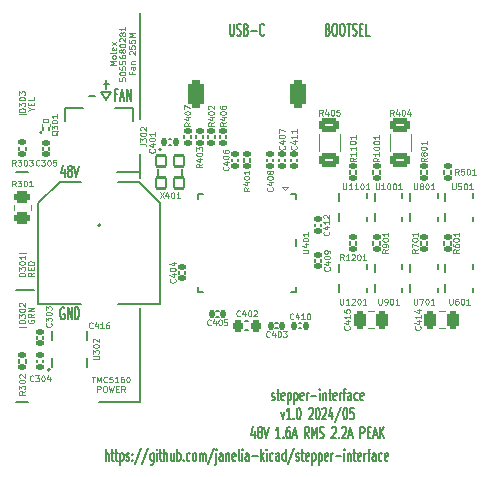
<source format=gto>
G04 #@! TF.GenerationSoftware,KiCad,Pcbnew,7.0.11*
G04 #@! TF.CreationDate,2024-05-10T14:22:18-04:00*
G04 #@! TF.ProjectId,stepper-interface,73746570-7065-4722-9d69-6e7465726661,1.0*
G04 #@! TF.SameCoordinates,Original*
G04 #@! TF.FileFunction,Legend,Top*
G04 #@! TF.FilePolarity,Positive*
%FSLAX46Y46*%
G04 Gerber Fmt 4.6, Leading zero omitted, Abs format (unit mm)*
G04 Created by KiCad (PCBNEW 7.0.11) date 2024-05-10 14:22:18*
%MOMM*%
%LPD*%
G01*
G04 APERTURE LIST*
G04 Aperture macros list*
%AMRoundRect*
0 Rectangle with rounded corners*
0 $1 Rounding radius*
0 $2 $3 $4 $5 $6 $7 $8 $9 X,Y pos of 4 corners*
0 Add a 4 corners polygon primitive as box body*
4,1,4,$2,$3,$4,$5,$6,$7,$8,$9,$2,$3,0*
0 Add four circle primitives for the rounded corners*
1,1,$1+$1,$2,$3*
1,1,$1+$1,$4,$5*
1,1,$1+$1,$6,$7*
1,1,$1+$1,$8,$9*
0 Add four rect primitives between the rounded corners*
20,1,$1+$1,$2,$3,$4,$5,0*
20,1,$1+$1,$4,$5,$6,$7,0*
20,1,$1+$1,$6,$7,$8,$9,0*
20,1,$1+$1,$8,$9,$2,$3,0*%
G04 Aperture macros list end*
%ADD10C,0.200000*%
%ADD11C,0.150000*%
%ADD12C,0.125000*%
%ADD13C,0.100000*%
%ADD14C,0.152400*%
%ADD15C,0.250000*%
%ADD16C,0.120000*%
%ADD17C,0.127000*%
%ADD18C,0.010000*%
%ADD19R,0.500000X0.700000*%
%ADD20RoundRect,0.135000X0.185000X-0.135000X0.185000X0.135000X-0.185000X0.135000X-0.185000X-0.135000X0*%
%ADD21RoundRect,0.135000X-0.185000X0.135000X-0.185000X-0.135000X0.185000X-0.135000X0.185000X0.135000X0*%
%ADD22RoundRect,0.140000X0.170000X-0.140000X0.170000X0.140000X-0.170000X0.140000X-0.170000X-0.140000X0*%
%ADD23R,0.304800X0.609600*%
%ADD24R,1.193800X1.295400*%
%ADD25RoundRect,0.029412X0.070588X0.095588X-0.070588X0.095588X-0.070588X-0.095588X0.070588X-0.095588X0*%
%ADD26RoundRect,0.035714X0.214286X0.089286X-0.214286X0.089286X-0.214286X-0.089286X0.214286X-0.089286X0*%
%ADD27C,6.400000*%
%ADD28RoundRect,0.140000X-0.170000X0.140000X-0.170000X-0.140000X0.170000X-0.140000X0.170000X0.140000X0*%
%ADD29RoundRect,0.140000X-0.140000X-0.170000X0.140000X-0.170000X0.140000X0.170000X-0.140000X0.170000X0*%
%ADD30RoundRect,0.250000X0.625000X-0.312500X0.625000X0.312500X-0.625000X0.312500X-0.625000X-0.312500X0*%
%ADD31RoundRect,0.250000X0.250000X0.475000X-0.250000X0.475000X-0.250000X-0.475000X0.250000X-0.475000X0*%
%ADD32RoundRect,0.140000X0.140000X0.170000X-0.140000X0.170000X-0.140000X-0.170000X0.140000X-0.170000X0*%
%ADD33RoundRect,0.102000X0.400000X-0.450000X0.400000X0.450000X-0.400000X0.450000X-0.400000X-0.450000X0*%
%ADD34R,0.254000X0.762000*%
%ADD35R,0.762000X0.254000*%
%ADD36R,6.350000X6.350000*%
%ADD37RoundRect,0.225000X-0.225000X-0.250000X0.225000X-0.250000X0.225000X0.250000X-0.225000X0.250000X0*%
%ADD38RoundRect,0.250000X-0.450000X0.262500X-0.450000X-0.262500X0.450000X-0.262500X0.450000X0.262500X0*%
%ADD39C,1.000000*%
%ADD40C,4.400000*%
%ADD41O,1.304000X2.804000*%
%ADD42RoundRect,0.326000X-0.326000X-0.826000X0.326000X-0.826000X0.326000X0.826000X-0.326000X0.826000X0*%
%ADD43C,0.750000*%
%ADD44C,0.600000*%
G04 APERTURE END LIST*
D10*
X143400000Y-95600000D02*
X143400000Y-94100000D01*
X143400000Y-95600000D02*
X143400000Y-96100000D01*
X143400000Y-115100000D02*
X139900000Y-115100000D01*
X143400000Y-107100000D02*
X143400000Y-115100000D01*
X141400000Y-95600000D02*
X143400000Y-95600000D01*
X143400000Y-82100000D02*
X143400000Y-91100000D01*
X132900000Y-95600000D02*
X133900000Y-95600000D01*
X132900000Y-105600000D02*
X134400000Y-105600000D01*
X133900000Y-115100000D02*
X132900000Y-115100000D01*
D11*
X159285715Y-83531009D02*
X159371429Y-83578628D01*
X159371429Y-83578628D02*
X159400000Y-83626247D01*
X159400000Y-83626247D02*
X159428572Y-83721485D01*
X159428572Y-83721485D02*
X159428572Y-83864342D01*
X159428572Y-83864342D02*
X159400000Y-83959580D01*
X159400000Y-83959580D02*
X159371429Y-84007200D01*
X159371429Y-84007200D02*
X159314286Y-84054819D01*
X159314286Y-84054819D02*
X159085715Y-84054819D01*
X159085715Y-84054819D02*
X159085715Y-83054819D01*
X159085715Y-83054819D02*
X159285715Y-83054819D01*
X159285715Y-83054819D02*
X159342858Y-83102438D01*
X159342858Y-83102438D02*
X159371429Y-83150057D01*
X159371429Y-83150057D02*
X159400000Y-83245295D01*
X159400000Y-83245295D02*
X159400000Y-83340533D01*
X159400000Y-83340533D02*
X159371429Y-83435771D01*
X159371429Y-83435771D02*
X159342858Y-83483390D01*
X159342858Y-83483390D02*
X159285715Y-83531009D01*
X159285715Y-83531009D02*
X159085715Y-83531009D01*
X159800000Y-83054819D02*
X159914286Y-83054819D01*
X159914286Y-83054819D02*
X159971429Y-83102438D01*
X159971429Y-83102438D02*
X160028572Y-83197676D01*
X160028572Y-83197676D02*
X160057143Y-83388152D01*
X160057143Y-83388152D02*
X160057143Y-83721485D01*
X160057143Y-83721485D02*
X160028572Y-83911961D01*
X160028572Y-83911961D02*
X159971429Y-84007200D01*
X159971429Y-84007200D02*
X159914286Y-84054819D01*
X159914286Y-84054819D02*
X159800000Y-84054819D01*
X159800000Y-84054819D02*
X159742858Y-84007200D01*
X159742858Y-84007200D02*
X159685715Y-83911961D01*
X159685715Y-83911961D02*
X159657143Y-83721485D01*
X159657143Y-83721485D02*
X159657143Y-83388152D01*
X159657143Y-83388152D02*
X159685715Y-83197676D01*
X159685715Y-83197676D02*
X159742858Y-83102438D01*
X159742858Y-83102438D02*
X159800000Y-83054819D01*
X160428571Y-83054819D02*
X160542857Y-83054819D01*
X160542857Y-83054819D02*
X160600000Y-83102438D01*
X160600000Y-83102438D02*
X160657143Y-83197676D01*
X160657143Y-83197676D02*
X160685714Y-83388152D01*
X160685714Y-83388152D02*
X160685714Y-83721485D01*
X160685714Y-83721485D02*
X160657143Y-83911961D01*
X160657143Y-83911961D02*
X160600000Y-84007200D01*
X160600000Y-84007200D02*
X160542857Y-84054819D01*
X160542857Y-84054819D02*
X160428571Y-84054819D01*
X160428571Y-84054819D02*
X160371429Y-84007200D01*
X160371429Y-84007200D02*
X160314286Y-83911961D01*
X160314286Y-83911961D02*
X160285714Y-83721485D01*
X160285714Y-83721485D02*
X160285714Y-83388152D01*
X160285714Y-83388152D02*
X160314286Y-83197676D01*
X160314286Y-83197676D02*
X160371429Y-83102438D01*
X160371429Y-83102438D02*
X160428571Y-83054819D01*
X160857142Y-83054819D02*
X161200000Y-83054819D01*
X161028571Y-84054819D02*
X161028571Y-83054819D01*
X161371428Y-84007200D02*
X161457143Y-84054819D01*
X161457143Y-84054819D02*
X161600000Y-84054819D01*
X161600000Y-84054819D02*
X161657143Y-84007200D01*
X161657143Y-84007200D02*
X161685714Y-83959580D01*
X161685714Y-83959580D02*
X161714285Y-83864342D01*
X161714285Y-83864342D02*
X161714285Y-83769104D01*
X161714285Y-83769104D02*
X161685714Y-83673866D01*
X161685714Y-83673866D02*
X161657143Y-83626247D01*
X161657143Y-83626247D02*
X161600000Y-83578628D01*
X161600000Y-83578628D02*
X161485714Y-83531009D01*
X161485714Y-83531009D02*
X161428571Y-83483390D01*
X161428571Y-83483390D02*
X161400000Y-83435771D01*
X161400000Y-83435771D02*
X161371428Y-83340533D01*
X161371428Y-83340533D02*
X161371428Y-83245295D01*
X161371428Y-83245295D02*
X161400000Y-83150057D01*
X161400000Y-83150057D02*
X161428571Y-83102438D01*
X161428571Y-83102438D02*
X161485714Y-83054819D01*
X161485714Y-83054819D02*
X161628571Y-83054819D01*
X161628571Y-83054819D02*
X161714285Y-83102438D01*
X161971429Y-83531009D02*
X162171429Y-83531009D01*
X162257143Y-84054819D02*
X161971429Y-84054819D01*
X161971429Y-84054819D02*
X161971429Y-83054819D01*
X161971429Y-83054819D02*
X162257143Y-83054819D01*
X162800000Y-84054819D02*
X162514286Y-84054819D01*
X162514286Y-84054819D02*
X162514286Y-83054819D01*
D12*
X139269049Y-112922309D02*
X139554763Y-112922309D01*
X139411906Y-113422309D02*
X139411906Y-112922309D01*
X139721429Y-113422309D02*
X139721429Y-112922309D01*
X139721429Y-112922309D02*
X139888096Y-113279452D01*
X139888096Y-113279452D02*
X140054762Y-112922309D01*
X140054762Y-112922309D02*
X140054762Y-113422309D01*
X140578572Y-113374690D02*
X140554763Y-113398500D01*
X140554763Y-113398500D02*
X140483334Y-113422309D01*
X140483334Y-113422309D02*
X140435715Y-113422309D01*
X140435715Y-113422309D02*
X140364287Y-113398500D01*
X140364287Y-113398500D02*
X140316668Y-113350880D01*
X140316668Y-113350880D02*
X140292858Y-113303261D01*
X140292858Y-113303261D02*
X140269049Y-113208023D01*
X140269049Y-113208023D02*
X140269049Y-113136595D01*
X140269049Y-113136595D02*
X140292858Y-113041357D01*
X140292858Y-113041357D02*
X140316668Y-112993738D01*
X140316668Y-112993738D02*
X140364287Y-112946119D01*
X140364287Y-112946119D02*
X140435715Y-112922309D01*
X140435715Y-112922309D02*
X140483334Y-112922309D01*
X140483334Y-112922309D02*
X140554763Y-112946119D01*
X140554763Y-112946119D02*
X140578572Y-112969928D01*
X141030953Y-112922309D02*
X140792858Y-112922309D01*
X140792858Y-112922309D02*
X140769049Y-113160404D01*
X140769049Y-113160404D02*
X140792858Y-113136595D01*
X140792858Y-113136595D02*
X140840477Y-113112785D01*
X140840477Y-113112785D02*
X140959525Y-113112785D01*
X140959525Y-113112785D02*
X141007144Y-113136595D01*
X141007144Y-113136595D02*
X141030953Y-113160404D01*
X141030953Y-113160404D02*
X141054763Y-113208023D01*
X141054763Y-113208023D02*
X141054763Y-113327071D01*
X141054763Y-113327071D02*
X141030953Y-113374690D01*
X141030953Y-113374690D02*
X141007144Y-113398500D01*
X141007144Y-113398500D02*
X140959525Y-113422309D01*
X140959525Y-113422309D02*
X140840477Y-113422309D01*
X140840477Y-113422309D02*
X140792858Y-113398500D01*
X140792858Y-113398500D02*
X140769049Y-113374690D01*
X141530953Y-113422309D02*
X141245239Y-113422309D01*
X141388096Y-113422309D02*
X141388096Y-112922309D01*
X141388096Y-112922309D02*
X141340477Y-112993738D01*
X141340477Y-112993738D02*
X141292858Y-113041357D01*
X141292858Y-113041357D02*
X141245239Y-113065166D01*
X141959524Y-112922309D02*
X141864286Y-112922309D01*
X141864286Y-112922309D02*
X141816667Y-112946119D01*
X141816667Y-112946119D02*
X141792857Y-112969928D01*
X141792857Y-112969928D02*
X141745238Y-113041357D01*
X141745238Y-113041357D02*
X141721429Y-113136595D01*
X141721429Y-113136595D02*
X141721429Y-113327071D01*
X141721429Y-113327071D02*
X141745238Y-113374690D01*
X141745238Y-113374690D02*
X141769048Y-113398500D01*
X141769048Y-113398500D02*
X141816667Y-113422309D01*
X141816667Y-113422309D02*
X141911905Y-113422309D01*
X141911905Y-113422309D02*
X141959524Y-113398500D01*
X141959524Y-113398500D02*
X141983333Y-113374690D01*
X141983333Y-113374690D02*
X142007143Y-113327071D01*
X142007143Y-113327071D02*
X142007143Y-113208023D01*
X142007143Y-113208023D02*
X141983333Y-113160404D01*
X141983333Y-113160404D02*
X141959524Y-113136595D01*
X141959524Y-113136595D02*
X141911905Y-113112785D01*
X141911905Y-113112785D02*
X141816667Y-113112785D01*
X141816667Y-113112785D02*
X141769048Y-113136595D01*
X141769048Y-113136595D02*
X141745238Y-113160404D01*
X141745238Y-113160404D02*
X141721429Y-113208023D01*
X142316666Y-112922309D02*
X142364285Y-112922309D01*
X142364285Y-112922309D02*
X142411904Y-112946119D01*
X142411904Y-112946119D02*
X142435714Y-112969928D01*
X142435714Y-112969928D02*
X142459523Y-113017547D01*
X142459523Y-113017547D02*
X142483333Y-113112785D01*
X142483333Y-113112785D02*
X142483333Y-113231833D01*
X142483333Y-113231833D02*
X142459523Y-113327071D01*
X142459523Y-113327071D02*
X142435714Y-113374690D01*
X142435714Y-113374690D02*
X142411904Y-113398500D01*
X142411904Y-113398500D02*
X142364285Y-113422309D01*
X142364285Y-113422309D02*
X142316666Y-113422309D01*
X142316666Y-113422309D02*
X142269047Y-113398500D01*
X142269047Y-113398500D02*
X142245238Y-113374690D01*
X142245238Y-113374690D02*
X142221428Y-113327071D01*
X142221428Y-113327071D02*
X142197619Y-113231833D01*
X142197619Y-113231833D02*
X142197619Y-113112785D01*
X142197619Y-113112785D02*
X142221428Y-113017547D01*
X142221428Y-113017547D02*
X142245238Y-112969928D01*
X142245238Y-112969928D02*
X142269047Y-112946119D01*
X142269047Y-112946119D02*
X142316666Y-112922309D01*
X139745237Y-114227309D02*
X139745237Y-113727309D01*
X139745237Y-113727309D02*
X139935713Y-113727309D01*
X139935713Y-113727309D02*
X139983332Y-113751119D01*
X139983332Y-113751119D02*
X140007142Y-113774928D01*
X140007142Y-113774928D02*
X140030951Y-113822547D01*
X140030951Y-113822547D02*
X140030951Y-113893976D01*
X140030951Y-113893976D02*
X140007142Y-113941595D01*
X140007142Y-113941595D02*
X139983332Y-113965404D01*
X139983332Y-113965404D02*
X139935713Y-113989214D01*
X139935713Y-113989214D02*
X139745237Y-113989214D01*
X140340475Y-113727309D02*
X140435713Y-113727309D01*
X140435713Y-113727309D02*
X140483332Y-113751119D01*
X140483332Y-113751119D02*
X140530951Y-113798738D01*
X140530951Y-113798738D02*
X140554761Y-113893976D01*
X140554761Y-113893976D02*
X140554761Y-114060642D01*
X140554761Y-114060642D02*
X140530951Y-114155880D01*
X140530951Y-114155880D02*
X140483332Y-114203500D01*
X140483332Y-114203500D02*
X140435713Y-114227309D01*
X140435713Y-114227309D02*
X140340475Y-114227309D01*
X140340475Y-114227309D02*
X140292856Y-114203500D01*
X140292856Y-114203500D02*
X140245237Y-114155880D01*
X140245237Y-114155880D02*
X140221428Y-114060642D01*
X140221428Y-114060642D02*
X140221428Y-113893976D01*
X140221428Y-113893976D02*
X140245237Y-113798738D01*
X140245237Y-113798738D02*
X140292856Y-113751119D01*
X140292856Y-113751119D02*
X140340475Y-113727309D01*
X140721428Y-113727309D02*
X140840476Y-114227309D01*
X140840476Y-114227309D02*
X140935714Y-113870166D01*
X140935714Y-113870166D02*
X141030952Y-114227309D01*
X141030952Y-114227309D02*
X141150000Y-113727309D01*
X141340476Y-113965404D02*
X141507143Y-113965404D01*
X141578571Y-114227309D02*
X141340476Y-114227309D01*
X141340476Y-114227309D02*
X141340476Y-113727309D01*
X141340476Y-113727309D02*
X141578571Y-113727309D01*
X142078571Y-114227309D02*
X141911905Y-113989214D01*
X141792857Y-114227309D02*
X141792857Y-113727309D01*
X141792857Y-113727309D02*
X141983333Y-113727309D01*
X141983333Y-113727309D02*
X142030952Y-113751119D01*
X142030952Y-113751119D02*
X142054762Y-113774928D01*
X142054762Y-113774928D02*
X142078571Y-113822547D01*
X142078571Y-113822547D02*
X142078571Y-113893976D01*
X142078571Y-113893976D02*
X142054762Y-113941595D01*
X142054762Y-113941595D02*
X142030952Y-113965404D01*
X142030952Y-113965404D02*
X141983333Y-113989214D01*
X141983333Y-113989214D02*
X141792857Y-113989214D01*
X134136714Y-90303478D02*
X134374809Y-90303478D01*
X133874809Y-90470144D02*
X134136714Y-90303478D01*
X134136714Y-90303478D02*
X133874809Y-90136811D01*
X134112904Y-89970145D02*
X134112904Y-89803478D01*
X134374809Y-89732050D02*
X134374809Y-89970145D01*
X134374809Y-89970145D02*
X133874809Y-89970145D01*
X133874809Y-89970145D02*
X133874809Y-89732050D01*
X134374809Y-89279669D02*
X134374809Y-89517764D01*
X134374809Y-89517764D02*
X133874809Y-89517764D01*
X133898619Y-108136811D02*
X133874809Y-108184430D01*
X133874809Y-108184430D02*
X133874809Y-108255859D01*
X133874809Y-108255859D02*
X133898619Y-108327287D01*
X133898619Y-108327287D02*
X133946238Y-108374906D01*
X133946238Y-108374906D02*
X133993857Y-108398716D01*
X133993857Y-108398716D02*
X134089095Y-108422525D01*
X134089095Y-108422525D02*
X134160523Y-108422525D01*
X134160523Y-108422525D02*
X134255761Y-108398716D01*
X134255761Y-108398716D02*
X134303380Y-108374906D01*
X134303380Y-108374906D02*
X134351000Y-108327287D01*
X134351000Y-108327287D02*
X134374809Y-108255859D01*
X134374809Y-108255859D02*
X134374809Y-108208240D01*
X134374809Y-108208240D02*
X134351000Y-108136811D01*
X134351000Y-108136811D02*
X134327190Y-108113002D01*
X134327190Y-108113002D02*
X134160523Y-108113002D01*
X134160523Y-108113002D02*
X134160523Y-108208240D01*
X134374809Y-107613002D02*
X134136714Y-107779668D01*
X134374809Y-107898716D02*
X133874809Y-107898716D01*
X133874809Y-107898716D02*
X133874809Y-107708240D01*
X133874809Y-107708240D02*
X133898619Y-107660621D01*
X133898619Y-107660621D02*
X133922428Y-107636811D01*
X133922428Y-107636811D02*
X133970047Y-107613002D01*
X133970047Y-107613002D02*
X134041476Y-107613002D01*
X134041476Y-107613002D02*
X134089095Y-107636811D01*
X134089095Y-107636811D02*
X134112904Y-107660621D01*
X134112904Y-107660621D02*
X134136714Y-107708240D01*
X134136714Y-107708240D02*
X134136714Y-107898716D01*
X134374809Y-107398716D02*
X133874809Y-107398716D01*
X133874809Y-107398716D02*
X134374809Y-107113002D01*
X134374809Y-107113002D02*
X133874809Y-107113002D01*
D11*
X141414286Y-89031009D02*
X141214286Y-89031009D01*
X141214286Y-89554819D02*
X141214286Y-88554819D01*
X141214286Y-88554819D02*
X141500000Y-88554819D01*
X141700000Y-89269104D02*
X141985715Y-89269104D01*
X141642857Y-89554819D02*
X141842857Y-88554819D01*
X141842857Y-88554819D02*
X142042857Y-89554819D01*
X142242858Y-89554819D02*
X142242858Y-88554819D01*
X142242858Y-88554819D02*
X142585715Y-89554819D01*
X142585715Y-89554819D02*
X142585715Y-88554819D01*
X136971428Y-95388152D02*
X136971428Y-96054819D01*
X136828570Y-95007200D02*
X136685713Y-95721485D01*
X136685713Y-95721485D02*
X137057142Y-95721485D01*
X137371428Y-95483390D02*
X137314285Y-95435771D01*
X137314285Y-95435771D02*
X137285714Y-95388152D01*
X137285714Y-95388152D02*
X137257142Y-95292914D01*
X137257142Y-95292914D02*
X137257142Y-95245295D01*
X137257142Y-95245295D02*
X137285714Y-95150057D01*
X137285714Y-95150057D02*
X137314285Y-95102438D01*
X137314285Y-95102438D02*
X137371428Y-95054819D01*
X137371428Y-95054819D02*
X137485714Y-95054819D01*
X137485714Y-95054819D02*
X137542857Y-95102438D01*
X137542857Y-95102438D02*
X137571428Y-95150057D01*
X137571428Y-95150057D02*
X137599999Y-95245295D01*
X137599999Y-95245295D02*
X137599999Y-95292914D01*
X137599999Y-95292914D02*
X137571428Y-95388152D01*
X137571428Y-95388152D02*
X137542857Y-95435771D01*
X137542857Y-95435771D02*
X137485714Y-95483390D01*
X137485714Y-95483390D02*
X137371428Y-95483390D01*
X137371428Y-95483390D02*
X137314285Y-95531009D01*
X137314285Y-95531009D02*
X137285714Y-95578628D01*
X137285714Y-95578628D02*
X137257142Y-95673866D01*
X137257142Y-95673866D02*
X137257142Y-95864342D01*
X137257142Y-95864342D02*
X137285714Y-95959580D01*
X137285714Y-95959580D02*
X137314285Y-96007200D01*
X137314285Y-96007200D02*
X137371428Y-96054819D01*
X137371428Y-96054819D02*
X137485714Y-96054819D01*
X137485714Y-96054819D02*
X137542857Y-96007200D01*
X137542857Y-96007200D02*
X137571428Y-95959580D01*
X137571428Y-95959580D02*
X137599999Y-95864342D01*
X137599999Y-95864342D02*
X137599999Y-95673866D01*
X137599999Y-95673866D02*
X137571428Y-95578628D01*
X137571428Y-95578628D02*
X137542857Y-95531009D01*
X137542857Y-95531009D02*
X137485714Y-95483390D01*
X137771428Y-95054819D02*
X137971428Y-96054819D01*
X137971428Y-96054819D02*
X138171428Y-95054819D01*
X136942857Y-107102438D02*
X136885715Y-107054819D01*
X136885715Y-107054819D02*
X136800000Y-107054819D01*
X136800000Y-107054819D02*
X136714286Y-107102438D01*
X136714286Y-107102438D02*
X136657143Y-107197676D01*
X136657143Y-107197676D02*
X136628572Y-107292914D01*
X136628572Y-107292914D02*
X136600000Y-107483390D01*
X136600000Y-107483390D02*
X136600000Y-107626247D01*
X136600000Y-107626247D02*
X136628572Y-107816723D01*
X136628572Y-107816723D02*
X136657143Y-107911961D01*
X136657143Y-107911961D02*
X136714286Y-108007200D01*
X136714286Y-108007200D02*
X136800000Y-108054819D01*
X136800000Y-108054819D02*
X136857143Y-108054819D01*
X136857143Y-108054819D02*
X136942857Y-108007200D01*
X136942857Y-108007200D02*
X136971429Y-107959580D01*
X136971429Y-107959580D02*
X136971429Y-107626247D01*
X136971429Y-107626247D02*
X136857143Y-107626247D01*
X137228572Y-108054819D02*
X137228572Y-107054819D01*
X137228572Y-107054819D02*
X137571429Y-108054819D01*
X137571429Y-108054819D02*
X137571429Y-107054819D01*
X137857143Y-108054819D02*
X137857143Y-107054819D01*
X137857143Y-107054819D02*
X138000000Y-107054819D01*
X138000000Y-107054819D02*
X138085714Y-107102438D01*
X138085714Y-107102438D02*
X138142857Y-107197676D01*
X138142857Y-107197676D02*
X138171428Y-107292914D01*
X138171428Y-107292914D02*
X138200000Y-107483390D01*
X138200000Y-107483390D02*
X138200000Y-107626247D01*
X138200000Y-107626247D02*
X138171428Y-107816723D01*
X138171428Y-107816723D02*
X138142857Y-107911961D01*
X138142857Y-107911961D02*
X138085714Y-108007200D01*
X138085714Y-108007200D02*
X138000000Y-108054819D01*
X138000000Y-108054819D02*
X137857143Y-108054819D01*
X154499999Y-114897200D02*
X154557142Y-114944819D01*
X154557142Y-114944819D02*
X154671428Y-114944819D01*
X154671428Y-114944819D02*
X154728571Y-114897200D01*
X154728571Y-114897200D02*
X154757142Y-114801961D01*
X154757142Y-114801961D02*
X154757142Y-114754342D01*
X154757142Y-114754342D02*
X154728571Y-114659104D01*
X154728571Y-114659104D02*
X154671428Y-114611485D01*
X154671428Y-114611485D02*
X154585714Y-114611485D01*
X154585714Y-114611485D02*
X154528571Y-114563866D01*
X154528571Y-114563866D02*
X154499999Y-114468628D01*
X154499999Y-114468628D02*
X154499999Y-114421009D01*
X154499999Y-114421009D02*
X154528571Y-114325771D01*
X154528571Y-114325771D02*
X154585714Y-114278152D01*
X154585714Y-114278152D02*
X154671428Y-114278152D01*
X154671428Y-114278152D02*
X154728571Y-114325771D01*
X154928570Y-114278152D02*
X155157142Y-114278152D01*
X155014285Y-113944819D02*
X155014285Y-114801961D01*
X155014285Y-114801961D02*
X155042856Y-114897200D01*
X155042856Y-114897200D02*
X155099999Y-114944819D01*
X155099999Y-114944819D02*
X155157142Y-114944819D01*
X155585713Y-114897200D02*
X155528570Y-114944819D01*
X155528570Y-114944819D02*
X155414285Y-114944819D01*
X155414285Y-114944819D02*
X155357142Y-114897200D01*
X155357142Y-114897200D02*
X155328570Y-114801961D01*
X155328570Y-114801961D02*
X155328570Y-114421009D01*
X155328570Y-114421009D02*
X155357142Y-114325771D01*
X155357142Y-114325771D02*
X155414285Y-114278152D01*
X155414285Y-114278152D02*
X155528570Y-114278152D01*
X155528570Y-114278152D02*
X155585713Y-114325771D01*
X155585713Y-114325771D02*
X155614285Y-114421009D01*
X155614285Y-114421009D02*
X155614285Y-114516247D01*
X155614285Y-114516247D02*
X155328570Y-114611485D01*
X155871428Y-114278152D02*
X155871428Y-115278152D01*
X155871428Y-114325771D02*
X155928571Y-114278152D01*
X155928571Y-114278152D02*
X156042856Y-114278152D01*
X156042856Y-114278152D02*
X156099999Y-114325771D01*
X156099999Y-114325771D02*
X156128571Y-114373390D01*
X156128571Y-114373390D02*
X156157142Y-114468628D01*
X156157142Y-114468628D02*
X156157142Y-114754342D01*
X156157142Y-114754342D02*
X156128571Y-114849580D01*
X156128571Y-114849580D02*
X156099999Y-114897200D01*
X156099999Y-114897200D02*
X156042856Y-114944819D01*
X156042856Y-114944819D02*
X155928571Y-114944819D01*
X155928571Y-114944819D02*
X155871428Y-114897200D01*
X156414285Y-114278152D02*
X156414285Y-115278152D01*
X156414285Y-114325771D02*
X156471428Y-114278152D01*
X156471428Y-114278152D02*
X156585713Y-114278152D01*
X156585713Y-114278152D02*
X156642856Y-114325771D01*
X156642856Y-114325771D02*
X156671428Y-114373390D01*
X156671428Y-114373390D02*
X156699999Y-114468628D01*
X156699999Y-114468628D02*
X156699999Y-114754342D01*
X156699999Y-114754342D02*
X156671428Y-114849580D01*
X156671428Y-114849580D02*
X156642856Y-114897200D01*
X156642856Y-114897200D02*
X156585713Y-114944819D01*
X156585713Y-114944819D02*
X156471428Y-114944819D01*
X156471428Y-114944819D02*
X156414285Y-114897200D01*
X157185713Y-114897200D02*
X157128570Y-114944819D01*
X157128570Y-114944819D02*
X157014285Y-114944819D01*
X157014285Y-114944819D02*
X156957142Y-114897200D01*
X156957142Y-114897200D02*
X156928570Y-114801961D01*
X156928570Y-114801961D02*
X156928570Y-114421009D01*
X156928570Y-114421009D02*
X156957142Y-114325771D01*
X156957142Y-114325771D02*
X157014285Y-114278152D01*
X157014285Y-114278152D02*
X157128570Y-114278152D01*
X157128570Y-114278152D02*
X157185713Y-114325771D01*
X157185713Y-114325771D02*
X157214285Y-114421009D01*
X157214285Y-114421009D02*
X157214285Y-114516247D01*
X157214285Y-114516247D02*
X156928570Y-114611485D01*
X157471428Y-114944819D02*
X157471428Y-114278152D01*
X157471428Y-114468628D02*
X157499999Y-114373390D01*
X157499999Y-114373390D02*
X157528571Y-114325771D01*
X157528571Y-114325771D02*
X157585713Y-114278152D01*
X157585713Y-114278152D02*
X157642856Y-114278152D01*
X157842857Y-114563866D02*
X158300000Y-114563866D01*
X158585714Y-114944819D02*
X158585714Y-114278152D01*
X158585714Y-113944819D02*
X158557142Y-113992438D01*
X158557142Y-113992438D02*
X158585714Y-114040057D01*
X158585714Y-114040057D02*
X158614285Y-113992438D01*
X158614285Y-113992438D02*
X158585714Y-113944819D01*
X158585714Y-113944819D02*
X158585714Y-114040057D01*
X158871428Y-114278152D02*
X158871428Y-114944819D01*
X158871428Y-114373390D02*
X158899999Y-114325771D01*
X158899999Y-114325771D02*
X158957142Y-114278152D01*
X158957142Y-114278152D02*
X159042856Y-114278152D01*
X159042856Y-114278152D02*
X159099999Y-114325771D01*
X159099999Y-114325771D02*
X159128571Y-114421009D01*
X159128571Y-114421009D02*
X159128571Y-114944819D01*
X159328570Y-114278152D02*
X159557142Y-114278152D01*
X159414285Y-113944819D02*
X159414285Y-114801961D01*
X159414285Y-114801961D02*
X159442856Y-114897200D01*
X159442856Y-114897200D02*
X159499999Y-114944819D01*
X159499999Y-114944819D02*
X159557142Y-114944819D01*
X159985713Y-114897200D02*
X159928570Y-114944819D01*
X159928570Y-114944819D02*
X159814285Y-114944819D01*
X159814285Y-114944819D02*
X159757142Y-114897200D01*
X159757142Y-114897200D02*
X159728570Y-114801961D01*
X159728570Y-114801961D02*
X159728570Y-114421009D01*
X159728570Y-114421009D02*
X159757142Y-114325771D01*
X159757142Y-114325771D02*
X159814285Y-114278152D01*
X159814285Y-114278152D02*
X159928570Y-114278152D01*
X159928570Y-114278152D02*
X159985713Y-114325771D01*
X159985713Y-114325771D02*
X160014285Y-114421009D01*
X160014285Y-114421009D02*
X160014285Y-114516247D01*
X160014285Y-114516247D02*
X159728570Y-114611485D01*
X160271428Y-114944819D02*
X160271428Y-114278152D01*
X160271428Y-114468628D02*
X160299999Y-114373390D01*
X160299999Y-114373390D02*
X160328571Y-114325771D01*
X160328571Y-114325771D02*
X160385713Y-114278152D01*
X160385713Y-114278152D02*
X160442856Y-114278152D01*
X160557142Y-114278152D02*
X160785714Y-114278152D01*
X160642857Y-114944819D02*
X160642857Y-114087676D01*
X160642857Y-114087676D02*
X160671428Y-113992438D01*
X160671428Y-113992438D02*
X160728571Y-113944819D01*
X160728571Y-113944819D02*
X160785714Y-113944819D01*
X161242857Y-114944819D02*
X161242857Y-114421009D01*
X161242857Y-114421009D02*
X161214285Y-114325771D01*
X161214285Y-114325771D02*
X161157142Y-114278152D01*
X161157142Y-114278152D02*
X161042857Y-114278152D01*
X161042857Y-114278152D02*
X160985714Y-114325771D01*
X161242857Y-114897200D02*
X161185714Y-114944819D01*
X161185714Y-114944819D02*
X161042857Y-114944819D01*
X161042857Y-114944819D02*
X160985714Y-114897200D01*
X160985714Y-114897200D02*
X160957142Y-114801961D01*
X160957142Y-114801961D02*
X160957142Y-114706723D01*
X160957142Y-114706723D02*
X160985714Y-114611485D01*
X160985714Y-114611485D02*
X161042857Y-114563866D01*
X161042857Y-114563866D02*
X161185714Y-114563866D01*
X161185714Y-114563866D02*
X161242857Y-114516247D01*
X161785714Y-114897200D02*
X161728571Y-114944819D01*
X161728571Y-114944819D02*
X161614285Y-114944819D01*
X161614285Y-114944819D02*
X161557142Y-114897200D01*
X161557142Y-114897200D02*
X161528571Y-114849580D01*
X161528571Y-114849580D02*
X161499999Y-114754342D01*
X161499999Y-114754342D02*
X161499999Y-114468628D01*
X161499999Y-114468628D02*
X161528571Y-114373390D01*
X161528571Y-114373390D02*
X161557142Y-114325771D01*
X161557142Y-114325771D02*
X161614285Y-114278152D01*
X161614285Y-114278152D02*
X161728571Y-114278152D01*
X161728571Y-114278152D02*
X161785714Y-114325771D01*
X162271428Y-114897200D02*
X162214285Y-114944819D01*
X162214285Y-114944819D02*
X162100000Y-114944819D01*
X162100000Y-114944819D02*
X162042857Y-114897200D01*
X162042857Y-114897200D02*
X162014285Y-114801961D01*
X162014285Y-114801961D02*
X162014285Y-114421009D01*
X162014285Y-114421009D02*
X162042857Y-114325771D01*
X162042857Y-114325771D02*
X162100000Y-114278152D01*
X162100000Y-114278152D02*
X162214285Y-114278152D01*
X162214285Y-114278152D02*
X162271428Y-114325771D01*
X162271428Y-114325771D02*
X162300000Y-114421009D01*
X162300000Y-114421009D02*
X162300000Y-114516247D01*
X162300000Y-114516247D02*
X162014285Y-114611485D01*
X155285713Y-115888152D02*
X155428570Y-116554819D01*
X155428570Y-116554819D02*
X155571427Y-115888152D01*
X156114284Y-116554819D02*
X155771427Y-116554819D01*
X155942856Y-116554819D02*
X155942856Y-115554819D01*
X155942856Y-115554819D02*
X155885713Y-115697676D01*
X155885713Y-115697676D02*
X155828570Y-115792914D01*
X155828570Y-115792914D02*
X155771427Y-115840533D01*
X156371428Y-116459580D02*
X156399999Y-116507200D01*
X156399999Y-116507200D02*
X156371428Y-116554819D01*
X156371428Y-116554819D02*
X156342856Y-116507200D01*
X156342856Y-116507200D02*
X156371428Y-116459580D01*
X156371428Y-116459580D02*
X156371428Y-116554819D01*
X156771427Y-115554819D02*
X156828570Y-115554819D01*
X156828570Y-115554819D02*
X156885713Y-115602438D01*
X156885713Y-115602438D02*
X156914285Y-115650057D01*
X156914285Y-115650057D02*
X156942856Y-115745295D01*
X156942856Y-115745295D02*
X156971427Y-115935771D01*
X156971427Y-115935771D02*
X156971427Y-116173866D01*
X156971427Y-116173866D02*
X156942856Y-116364342D01*
X156942856Y-116364342D02*
X156914285Y-116459580D01*
X156914285Y-116459580D02*
X156885713Y-116507200D01*
X156885713Y-116507200D02*
X156828570Y-116554819D01*
X156828570Y-116554819D02*
X156771427Y-116554819D01*
X156771427Y-116554819D02*
X156714285Y-116507200D01*
X156714285Y-116507200D02*
X156685713Y-116459580D01*
X156685713Y-116459580D02*
X156657142Y-116364342D01*
X156657142Y-116364342D02*
X156628570Y-116173866D01*
X156628570Y-116173866D02*
X156628570Y-115935771D01*
X156628570Y-115935771D02*
X156657142Y-115745295D01*
X156657142Y-115745295D02*
X156685713Y-115650057D01*
X156685713Y-115650057D02*
X156714285Y-115602438D01*
X156714285Y-115602438D02*
X156771427Y-115554819D01*
X157657142Y-115650057D02*
X157685714Y-115602438D01*
X157685714Y-115602438D02*
X157742857Y-115554819D01*
X157742857Y-115554819D02*
X157885714Y-115554819D01*
X157885714Y-115554819D02*
X157942857Y-115602438D01*
X157942857Y-115602438D02*
X157971428Y-115650057D01*
X157971428Y-115650057D02*
X157999999Y-115745295D01*
X157999999Y-115745295D02*
X157999999Y-115840533D01*
X157999999Y-115840533D02*
X157971428Y-115983390D01*
X157971428Y-115983390D02*
X157628571Y-116554819D01*
X157628571Y-116554819D02*
X157999999Y-116554819D01*
X158371428Y-115554819D02*
X158428571Y-115554819D01*
X158428571Y-115554819D02*
X158485714Y-115602438D01*
X158485714Y-115602438D02*
X158514286Y-115650057D01*
X158514286Y-115650057D02*
X158542857Y-115745295D01*
X158542857Y-115745295D02*
X158571428Y-115935771D01*
X158571428Y-115935771D02*
X158571428Y-116173866D01*
X158571428Y-116173866D02*
X158542857Y-116364342D01*
X158542857Y-116364342D02*
X158514286Y-116459580D01*
X158514286Y-116459580D02*
X158485714Y-116507200D01*
X158485714Y-116507200D02*
X158428571Y-116554819D01*
X158428571Y-116554819D02*
X158371428Y-116554819D01*
X158371428Y-116554819D02*
X158314286Y-116507200D01*
X158314286Y-116507200D02*
X158285714Y-116459580D01*
X158285714Y-116459580D02*
X158257143Y-116364342D01*
X158257143Y-116364342D02*
X158228571Y-116173866D01*
X158228571Y-116173866D02*
X158228571Y-115935771D01*
X158228571Y-115935771D02*
X158257143Y-115745295D01*
X158257143Y-115745295D02*
X158285714Y-115650057D01*
X158285714Y-115650057D02*
X158314286Y-115602438D01*
X158314286Y-115602438D02*
X158371428Y-115554819D01*
X158800000Y-115650057D02*
X158828572Y-115602438D01*
X158828572Y-115602438D02*
X158885715Y-115554819D01*
X158885715Y-115554819D02*
X159028572Y-115554819D01*
X159028572Y-115554819D02*
X159085715Y-115602438D01*
X159085715Y-115602438D02*
X159114286Y-115650057D01*
X159114286Y-115650057D02*
X159142857Y-115745295D01*
X159142857Y-115745295D02*
X159142857Y-115840533D01*
X159142857Y-115840533D02*
X159114286Y-115983390D01*
X159114286Y-115983390D02*
X158771429Y-116554819D01*
X158771429Y-116554819D02*
X159142857Y-116554819D01*
X159657144Y-115888152D02*
X159657144Y-116554819D01*
X159514286Y-115507200D02*
X159371429Y-116221485D01*
X159371429Y-116221485D02*
X159742858Y-116221485D01*
X160400001Y-115507200D02*
X159885715Y-116792914D01*
X160714286Y-115554819D02*
X160771429Y-115554819D01*
X160771429Y-115554819D02*
X160828572Y-115602438D01*
X160828572Y-115602438D02*
X160857144Y-115650057D01*
X160857144Y-115650057D02*
X160885715Y-115745295D01*
X160885715Y-115745295D02*
X160914286Y-115935771D01*
X160914286Y-115935771D02*
X160914286Y-116173866D01*
X160914286Y-116173866D02*
X160885715Y-116364342D01*
X160885715Y-116364342D02*
X160857144Y-116459580D01*
X160857144Y-116459580D02*
X160828572Y-116507200D01*
X160828572Y-116507200D02*
X160771429Y-116554819D01*
X160771429Y-116554819D02*
X160714286Y-116554819D01*
X160714286Y-116554819D02*
X160657144Y-116507200D01*
X160657144Y-116507200D02*
X160628572Y-116459580D01*
X160628572Y-116459580D02*
X160600001Y-116364342D01*
X160600001Y-116364342D02*
X160571429Y-116173866D01*
X160571429Y-116173866D02*
X160571429Y-115935771D01*
X160571429Y-115935771D02*
X160600001Y-115745295D01*
X160600001Y-115745295D02*
X160628572Y-115650057D01*
X160628572Y-115650057D02*
X160657144Y-115602438D01*
X160657144Y-115602438D02*
X160714286Y-115554819D01*
X161457144Y-115554819D02*
X161171430Y-115554819D01*
X161171430Y-115554819D02*
X161142858Y-116031009D01*
X161142858Y-116031009D02*
X161171430Y-115983390D01*
X161171430Y-115983390D02*
X161228573Y-115935771D01*
X161228573Y-115935771D02*
X161371430Y-115935771D01*
X161371430Y-115935771D02*
X161428573Y-115983390D01*
X161428573Y-115983390D02*
X161457144Y-116031009D01*
X161457144Y-116031009D02*
X161485715Y-116126247D01*
X161485715Y-116126247D02*
X161485715Y-116364342D01*
X161485715Y-116364342D02*
X161457144Y-116459580D01*
X161457144Y-116459580D02*
X161428573Y-116507200D01*
X161428573Y-116507200D02*
X161371430Y-116554819D01*
X161371430Y-116554819D02*
X161228573Y-116554819D01*
X161228573Y-116554819D02*
X161171430Y-116507200D01*
X161171430Y-116507200D02*
X161142858Y-116459580D01*
X153057141Y-117498152D02*
X153057141Y-118164819D01*
X152914283Y-117117200D02*
X152771426Y-117831485D01*
X152771426Y-117831485D02*
X153142855Y-117831485D01*
X153457141Y-117593390D02*
X153399998Y-117545771D01*
X153399998Y-117545771D02*
X153371427Y-117498152D01*
X153371427Y-117498152D02*
X153342855Y-117402914D01*
X153342855Y-117402914D02*
X153342855Y-117355295D01*
X153342855Y-117355295D02*
X153371427Y-117260057D01*
X153371427Y-117260057D02*
X153399998Y-117212438D01*
X153399998Y-117212438D02*
X153457141Y-117164819D01*
X153457141Y-117164819D02*
X153571427Y-117164819D01*
X153571427Y-117164819D02*
X153628570Y-117212438D01*
X153628570Y-117212438D02*
X153657141Y-117260057D01*
X153657141Y-117260057D02*
X153685712Y-117355295D01*
X153685712Y-117355295D02*
X153685712Y-117402914D01*
X153685712Y-117402914D02*
X153657141Y-117498152D01*
X153657141Y-117498152D02*
X153628570Y-117545771D01*
X153628570Y-117545771D02*
X153571427Y-117593390D01*
X153571427Y-117593390D02*
X153457141Y-117593390D01*
X153457141Y-117593390D02*
X153399998Y-117641009D01*
X153399998Y-117641009D02*
X153371427Y-117688628D01*
X153371427Y-117688628D02*
X153342855Y-117783866D01*
X153342855Y-117783866D02*
X153342855Y-117974342D01*
X153342855Y-117974342D02*
X153371427Y-118069580D01*
X153371427Y-118069580D02*
X153399998Y-118117200D01*
X153399998Y-118117200D02*
X153457141Y-118164819D01*
X153457141Y-118164819D02*
X153571427Y-118164819D01*
X153571427Y-118164819D02*
X153628570Y-118117200D01*
X153628570Y-118117200D02*
X153657141Y-118069580D01*
X153657141Y-118069580D02*
X153685712Y-117974342D01*
X153685712Y-117974342D02*
X153685712Y-117783866D01*
X153685712Y-117783866D02*
X153657141Y-117688628D01*
X153657141Y-117688628D02*
X153628570Y-117641009D01*
X153628570Y-117641009D02*
X153571427Y-117593390D01*
X153857141Y-117164819D02*
X154057141Y-118164819D01*
X154057141Y-118164819D02*
X154257141Y-117164819D01*
X155228570Y-118164819D02*
X154885713Y-118164819D01*
X155057142Y-118164819D02*
X155057142Y-117164819D01*
X155057142Y-117164819D02*
X154999999Y-117307676D01*
X154999999Y-117307676D02*
X154942856Y-117402914D01*
X154942856Y-117402914D02*
X154885713Y-117450533D01*
X155485714Y-118069580D02*
X155514285Y-118117200D01*
X155514285Y-118117200D02*
X155485714Y-118164819D01*
X155485714Y-118164819D02*
X155457142Y-118117200D01*
X155457142Y-118117200D02*
X155485714Y-118069580D01*
X155485714Y-118069580D02*
X155485714Y-118164819D01*
X156028571Y-117164819D02*
X155914285Y-117164819D01*
X155914285Y-117164819D02*
X155857142Y-117212438D01*
X155857142Y-117212438D02*
X155828571Y-117260057D01*
X155828571Y-117260057D02*
X155771428Y-117402914D01*
X155771428Y-117402914D02*
X155742856Y-117593390D01*
X155742856Y-117593390D02*
X155742856Y-117974342D01*
X155742856Y-117974342D02*
X155771428Y-118069580D01*
X155771428Y-118069580D02*
X155799999Y-118117200D01*
X155799999Y-118117200D02*
X155857142Y-118164819D01*
X155857142Y-118164819D02*
X155971428Y-118164819D01*
X155971428Y-118164819D02*
X156028571Y-118117200D01*
X156028571Y-118117200D02*
X156057142Y-118069580D01*
X156057142Y-118069580D02*
X156085713Y-117974342D01*
X156085713Y-117974342D02*
X156085713Y-117736247D01*
X156085713Y-117736247D02*
X156057142Y-117641009D01*
X156057142Y-117641009D02*
X156028571Y-117593390D01*
X156028571Y-117593390D02*
X155971428Y-117545771D01*
X155971428Y-117545771D02*
X155857142Y-117545771D01*
X155857142Y-117545771D02*
X155799999Y-117593390D01*
X155799999Y-117593390D02*
X155771428Y-117641009D01*
X155771428Y-117641009D02*
X155742856Y-117736247D01*
X156314285Y-117879104D02*
X156600000Y-117879104D01*
X156257142Y-118164819D02*
X156457142Y-117164819D01*
X156457142Y-117164819D02*
X156657142Y-118164819D01*
X157657143Y-118164819D02*
X157457143Y-117688628D01*
X157314286Y-118164819D02*
X157314286Y-117164819D01*
X157314286Y-117164819D02*
X157542857Y-117164819D01*
X157542857Y-117164819D02*
X157600000Y-117212438D01*
X157600000Y-117212438D02*
X157628571Y-117260057D01*
X157628571Y-117260057D02*
X157657143Y-117355295D01*
X157657143Y-117355295D02*
X157657143Y-117498152D01*
X157657143Y-117498152D02*
X157628571Y-117593390D01*
X157628571Y-117593390D02*
X157600000Y-117641009D01*
X157600000Y-117641009D02*
X157542857Y-117688628D01*
X157542857Y-117688628D02*
X157314286Y-117688628D01*
X157914286Y-118164819D02*
X157914286Y-117164819D01*
X157914286Y-117164819D02*
X158114286Y-117879104D01*
X158114286Y-117879104D02*
X158314286Y-117164819D01*
X158314286Y-117164819D02*
X158314286Y-118164819D01*
X158571428Y-118117200D02*
X158657143Y-118164819D01*
X158657143Y-118164819D02*
X158800000Y-118164819D01*
X158800000Y-118164819D02*
X158857143Y-118117200D01*
X158857143Y-118117200D02*
X158885714Y-118069580D01*
X158885714Y-118069580D02*
X158914285Y-117974342D01*
X158914285Y-117974342D02*
X158914285Y-117879104D01*
X158914285Y-117879104D02*
X158885714Y-117783866D01*
X158885714Y-117783866D02*
X158857143Y-117736247D01*
X158857143Y-117736247D02*
X158800000Y-117688628D01*
X158800000Y-117688628D02*
X158685714Y-117641009D01*
X158685714Y-117641009D02*
X158628571Y-117593390D01*
X158628571Y-117593390D02*
X158600000Y-117545771D01*
X158600000Y-117545771D02*
X158571428Y-117450533D01*
X158571428Y-117450533D02*
X158571428Y-117355295D01*
X158571428Y-117355295D02*
X158600000Y-117260057D01*
X158600000Y-117260057D02*
X158628571Y-117212438D01*
X158628571Y-117212438D02*
X158685714Y-117164819D01*
X158685714Y-117164819D02*
X158828571Y-117164819D01*
X158828571Y-117164819D02*
X158914285Y-117212438D01*
X159600000Y-117260057D02*
X159628572Y-117212438D01*
X159628572Y-117212438D02*
X159685715Y-117164819D01*
X159685715Y-117164819D02*
X159828572Y-117164819D01*
X159828572Y-117164819D02*
X159885715Y-117212438D01*
X159885715Y-117212438D02*
X159914286Y-117260057D01*
X159914286Y-117260057D02*
X159942857Y-117355295D01*
X159942857Y-117355295D02*
X159942857Y-117450533D01*
X159942857Y-117450533D02*
X159914286Y-117593390D01*
X159914286Y-117593390D02*
X159571429Y-118164819D01*
X159571429Y-118164819D02*
X159942857Y-118164819D01*
X160200001Y-118069580D02*
X160228572Y-118117200D01*
X160228572Y-118117200D02*
X160200001Y-118164819D01*
X160200001Y-118164819D02*
X160171429Y-118117200D01*
X160171429Y-118117200D02*
X160200001Y-118069580D01*
X160200001Y-118069580D02*
X160200001Y-118164819D01*
X160457143Y-117260057D02*
X160485715Y-117212438D01*
X160485715Y-117212438D02*
X160542858Y-117164819D01*
X160542858Y-117164819D02*
X160685715Y-117164819D01*
X160685715Y-117164819D02*
X160742858Y-117212438D01*
X160742858Y-117212438D02*
X160771429Y-117260057D01*
X160771429Y-117260057D02*
X160800000Y-117355295D01*
X160800000Y-117355295D02*
X160800000Y-117450533D01*
X160800000Y-117450533D02*
X160771429Y-117593390D01*
X160771429Y-117593390D02*
X160428572Y-118164819D01*
X160428572Y-118164819D02*
X160800000Y-118164819D01*
X161028572Y-117879104D02*
X161314287Y-117879104D01*
X160971429Y-118164819D02*
X161171429Y-117164819D01*
X161171429Y-117164819D02*
X161371429Y-118164819D01*
X162028573Y-118164819D02*
X162028573Y-117164819D01*
X162028573Y-117164819D02*
X162257144Y-117164819D01*
X162257144Y-117164819D02*
X162314287Y-117212438D01*
X162314287Y-117212438D02*
X162342858Y-117260057D01*
X162342858Y-117260057D02*
X162371430Y-117355295D01*
X162371430Y-117355295D02*
X162371430Y-117498152D01*
X162371430Y-117498152D02*
X162342858Y-117593390D01*
X162342858Y-117593390D02*
X162314287Y-117641009D01*
X162314287Y-117641009D02*
X162257144Y-117688628D01*
X162257144Y-117688628D02*
X162028573Y-117688628D01*
X162628573Y-117641009D02*
X162828573Y-117641009D01*
X162914287Y-118164819D02*
X162628573Y-118164819D01*
X162628573Y-118164819D02*
X162628573Y-117164819D01*
X162628573Y-117164819D02*
X162914287Y-117164819D01*
X163142858Y-117879104D02*
X163428573Y-117879104D01*
X163085715Y-118164819D02*
X163285715Y-117164819D01*
X163285715Y-117164819D02*
X163485715Y-118164819D01*
X163685716Y-118164819D02*
X163685716Y-117164819D01*
X164028573Y-118164819D02*
X163771430Y-117593390D01*
X164028573Y-117164819D02*
X163685716Y-117736247D01*
X140457145Y-120054819D02*
X140457145Y-119054819D01*
X140714288Y-120054819D02*
X140714288Y-119531009D01*
X140714288Y-119531009D02*
X140685716Y-119435771D01*
X140685716Y-119435771D02*
X140628573Y-119388152D01*
X140628573Y-119388152D02*
X140542859Y-119388152D01*
X140542859Y-119388152D02*
X140485716Y-119435771D01*
X140485716Y-119435771D02*
X140457145Y-119483390D01*
X140914287Y-119388152D02*
X141142859Y-119388152D01*
X141000002Y-119054819D02*
X141000002Y-119911961D01*
X141000002Y-119911961D02*
X141028573Y-120007200D01*
X141028573Y-120007200D02*
X141085716Y-120054819D01*
X141085716Y-120054819D02*
X141142859Y-120054819D01*
X141257144Y-119388152D02*
X141485716Y-119388152D01*
X141342859Y-119054819D02*
X141342859Y-119911961D01*
X141342859Y-119911961D02*
X141371430Y-120007200D01*
X141371430Y-120007200D02*
X141428573Y-120054819D01*
X141428573Y-120054819D02*
X141485716Y-120054819D01*
X141685716Y-119388152D02*
X141685716Y-120388152D01*
X141685716Y-119435771D02*
X141742859Y-119388152D01*
X141742859Y-119388152D02*
X141857144Y-119388152D01*
X141857144Y-119388152D02*
X141914287Y-119435771D01*
X141914287Y-119435771D02*
X141942859Y-119483390D01*
X141942859Y-119483390D02*
X141971430Y-119578628D01*
X141971430Y-119578628D02*
X141971430Y-119864342D01*
X141971430Y-119864342D02*
X141942859Y-119959580D01*
X141942859Y-119959580D02*
X141914287Y-120007200D01*
X141914287Y-120007200D02*
X141857144Y-120054819D01*
X141857144Y-120054819D02*
X141742859Y-120054819D01*
X141742859Y-120054819D02*
X141685716Y-120007200D01*
X142200001Y-120007200D02*
X142257144Y-120054819D01*
X142257144Y-120054819D02*
X142371430Y-120054819D01*
X142371430Y-120054819D02*
X142428573Y-120007200D01*
X142428573Y-120007200D02*
X142457144Y-119911961D01*
X142457144Y-119911961D02*
X142457144Y-119864342D01*
X142457144Y-119864342D02*
X142428573Y-119769104D01*
X142428573Y-119769104D02*
X142371430Y-119721485D01*
X142371430Y-119721485D02*
X142285716Y-119721485D01*
X142285716Y-119721485D02*
X142228573Y-119673866D01*
X142228573Y-119673866D02*
X142200001Y-119578628D01*
X142200001Y-119578628D02*
X142200001Y-119531009D01*
X142200001Y-119531009D02*
X142228573Y-119435771D01*
X142228573Y-119435771D02*
X142285716Y-119388152D01*
X142285716Y-119388152D02*
X142371430Y-119388152D01*
X142371430Y-119388152D02*
X142428573Y-119435771D01*
X142714287Y-119959580D02*
X142742858Y-120007200D01*
X142742858Y-120007200D02*
X142714287Y-120054819D01*
X142714287Y-120054819D02*
X142685715Y-120007200D01*
X142685715Y-120007200D02*
X142714287Y-119959580D01*
X142714287Y-119959580D02*
X142714287Y-120054819D01*
X142714287Y-119435771D02*
X142742858Y-119483390D01*
X142742858Y-119483390D02*
X142714287Y-119531009D01*
X142714287Y-119531009D02*
X142685715Y-119483390D01*
X142685715Y-119483390D02*
X142714287Y-119435771D01*
X142714287Y-119435771D02*
X142714287Y-119531009D01*
X143428572Y-119007200D02*
X142914286Y-120292914D01*
X144057143Y-119007200D02*
X143542857Y-120292914D01*
X144514286Y-119388152D02*
X144514286Y-120197676D01*
X144514286Y-120197676D02*
X144485714Y-120292914D01*
X144485714Y-120292914D02*
X144457143Y-120340533D01*
X144457143Y-120340533D02*
X144400000Y-120388152D01*
X144400000Y-120388152D02*
X144314286Y-120388152D01*
X144314286Y-120388152D02*
X144257143Y-120340533D01*
X144514286Y-120007200D02*
X144457143Y-120054819D01*
X144457143Y-120054819D02*
X144342857Y-120054819D01*
X144342857Y-120054819D02*
X144285714Y-120007200D01*
X144285714Y-120007200D02*
X144257143Y-119959580D01*
X144257143Y-119959580D02*
X144228571Y-119864342D01*
X144228571Y-119864342D02*
X144228571Y-119578628D01*
X144228571Y-119578628D02*
X144257143Y-119483390D01*
X144257143Y-119483390D02*
X144285714Y-119435771D01*
X144285714Y-119435771D02*
X144342857Y-119388152D01*
X144342857Y-119388152D02*
X144457143Y-119388152D01*
X144457143Y-119388152D02*
X144514286Y-119435771D01*
X144800000Y-120054819D02*
X144800000Y-119388152D01*
X144800000Y-119054819D02*
X144771428Y-119102438D01*
X144771428Y-119102438D02*
X144800000Y-119150057D01*
X144800000Y-119150057D02*
X144828571Y-119102438D01*
X144828571Y-119102438D02*
X144800000Y-119054819D01*
X144800000Y-119054819D02*
X144800000Y-119150057D01*
X144999999Y-119388152D02*
X145228571Y-119388152D01*
X145085714Y-119054819D02*
X145085714Y-119911961D01*
X145085714Y-119911961D02*
X145114285Y-120007200D01*
X145114285Y-120007200D02*
X145171428Y-120054819D01*
X145171428Y-120054819D02*
X145228571Y-120054819D01*
X145428571Y-120054819D02*
X145428571Y-119054819D01*
X145685714Y-120054819D02*
X145685714Y-119531009D01*
X145685714Y-119531009D02*
X145657142Y-119435771D01*
X145657142Y-119435771D02*
X145599999Y-119388152D01*
X145599999Y-119388152D02*
X145514285Y-119388152D01*
X145514285Y-119388152D02*
X145457142Y-119435771D01*
X145457142Y-119435771D02*
X145428571Y-119483390D01*
X146228571Y-119388152D02*
X146228571Y-120054819D01*
X145971428Y-119388152D02*
X145971428Y-119911961D01*
X145971428Y-119911961D02*
X145999999Y-120007200D01*
X145999999Y-120007200D02*
X146057142Y-120054819D01*
X146057142Y-120054819D02*
X146142856Y-120054819D01*
X146142856Y-120054819D02*
X146199999Y-120007200D01*
X146199999Y-120007200D02*
X146228571Y-119959580D01*
X146514285Y-120054819D02*
X146514285Y-119054819D01*
X146514285Y-119435771D02*
X146571428Y-119388152D01*
X146571428Y-119388152D02*
X146685713Y-119388152D01*
X146685713Y-119388152D02*
X146742856Y-119435771D01*
X146742856Y-119435771D02*
X146771428Y-119483390D01*
X146771428Y-119483390D02*
X146799999Y-119578628D01*
X146799999Y-119578628D02*
X146799999Y-119864342D01*
X146799999Y-119864342D02*
X146771428Y-119959580D01*
X146771428Y-119959580D02*
X146742856Y-120007200D01*
X146742856Y-120007200D02*
X146685713Y-120054819D01*
X146685713Y-120054819D02*
X146571428Y-120054819D01*
X146571428Y-120054819D02*
X146514285Y-120007200D01*
X147057142Y-119959580D02*
X147085713Y-120007200D01*
X147085713Y-120007200D02*
X147057142Y-120054819D01*
X147057142Y-120054819D02*
X147028570Y-120007200D01*
X147028570Y-120007200D02*
X147057142Y-119959580D01*
X147057142Y-119959580D02*
X147057142Y-120054819D01*
X147599999Y-120007200D02*
X147542856Y-120054819D01*
X147542856Y-120054819D02*
X147428570Y-120054819D01*
X147428570Y-120054819D02*
X147371427Y-120007200D01*
X147371427Y-120007200D02*
X147342856Y-119959580D01*
X147342856Y-119959580D02*
X147314284Y-119864342D01*
X147314284Y-119864342D02*
X147314284Y-119578628D01*
X147314284Y-119578628D02*
X147342856Y-119483390D01*
X147342856Y-119483390D02*
X147371427Y-119435771D01*
X147371427Y-119435771D02*
X147428570Y-119388152D01*
X147428570Y-119388152D02*
X147542856Y-119388152D01*
X147542856Y-119388152D02*
X147599999Y-119435771D01*
X147942856Y-120054819D02*
X147885713Y-120007200D01*
X147885713Y-120007200D02*
X147857142Y-119959580D01*
X147857142Y-119959580D02*
X147828570Y-119864342D01*
X147828570Y-119864342D02*
X147828570Y-119578628D01*
X147828570Y-119578628D02*
X147857142Y-119483390D01*
X147857142Y-119483390D02*
X147885713Y-119435771D01*
X147885713Y-119435771D02*
X147942856Y-119388152D01*
X147942856Y-119388152D02*
X148028570Y-119388152D01*
X148028570Y-119388152D02*
X148085713Y-119435771D01*
X148085713Y-119435771D02*
X148114285Y-119483390D01*
X148114285Y-119483390D02*
X148142856Y-119578628D01*
X148142856Y-119578628D02*
X148142856Y-119864342D01*
X148142856Y-119864342D02*
X148114285Y-119959580D01*
X148114285Y-119959580D02*
X148085713Y-120007200D01*
X148085713Y-120007200D02*
X148028570Y-120054819D01*
X148028570Y-120054819D02*
X147942856Y-120054819D01*
X148399999Y-120054819D02*
X148399999Y-119388152D01*
X148399999Y-119483390D02*
X148428570Y-119435771D01*
X148428570Y-119435771D02*
X148485713Y-119388152D01*
X148485713Y-119388152D02*
X148571427Y-119388152D01*
X148571427Y-119388152D02*
X148628570Y-119435771D01*
X148628570Y-119435771D02*
X148657142Y-119531009D01*
X148657142Y-119531009D02*
X148657142Y-120054819D01*
X148657142Y-119531009D02*
X148685713Y-119435771D01*
X148685713Y-119435771D02*
X148742856Y-119388152D01*
X148742856Y-119388152D02*
X148828570Y-119388152D01*
X148828570Y-119388152D02*
X148885713Y-119435771D01*
X148885713Y-119435771D02*
X148914284Y-119531009D01*
X148914284Y-119531009D02*
X148914284Y-120054819D01*
X149628570Y-119007200D02*
X149114284Y-120292914D01*
X149828570Y-119388152D02*
X149828570Y-120245295D01*
X149828570Y-120245295D02*
X149799998Y-120340533D01*
X149799998Y-120340533D02*
X149742855Y-120388152D01*
X149742855Y-120388152D02*
X149714284Y-120388152D01*
X149828570Y-119054819D02*
X149799998Y-119102438D01*
X149799998Y-119102438D02*
X149828570Y-119150057D01*
X149828570Y-119150057D02*
X149857141Y-119102438D01*
X149857141Y-119102438D02*
X149828570Y-119054819D01*
X149828570Y-119054819D02*
X149828570Y-119150057D01*
X150371427Y-120054819D02*
X150371427Y-119531009D01*
X150371427Y-119531009D02*
X150342855Y-119435771D01*
X150342855Y-119435771D02*
X150285712Y-119388152D01*
X150285712Y-119388152D02*
X150171427Y-119388152D01*
X150171427Y-119388152D02*
X150114284Y-119435771D01*
X150371427Y-120007200D02*
X150314284Y-120054819D01*
X150314284Y-120054819D02*
X150171427Y-120054819D01*
X150171427Y-120054819D02*
X150114284Y-120007200D01*
X150114284Y-120007200D02*
X150085712Y-119911961D01*
X150085712Y-119911961D02*
X150085712Y-119816723D01*
X150085712Y-119816723D02*
X150114284Y-119721485D01*
X150114284Y-119721485D02*
X150171427Y-119673866D01*
X150171427Y-119673866D02*
X150314284Y-119673866D01*
X150314284Y-119673866D02*
X150371427Y-119626247D01*
X150657141Y-119388152D02*
X150657141Y-120054819D01*
X150657141Y-119483390D02*
X150685712Y-119435771D01*
X150685712Y-119435771D02*
X150742855Y-119388152D01*
X150742855Y-119388152D02*
X150828569Y-119388152D01*
X150828569Y-119388152D02*
X150885712Y-119435771D01*
X150885712Y-119435771D02*
X150914284Y-119531009D01*
X150914284Y-119531009D02*
X150914284Y-120054819D01*
X151428569Y-120007200D02*
X151371426Y-120054819D01*
X151371426Y-120054819D02*
X151257141Y-120054819D01*
X151257141Y-120054819D02*
X151199998Y-120007200D01*
X151199998Y-120007200D02*
X151171426Y-119911961D01*
X151171426Y-119911961D02*
X151171426Y-119531009D01*
X151171426Y-119531009D02*
X151199998Y-119435771D01*
X151199998Y-119435771D02*
X151257141Y-119388152D01*
X151257141Y-119388152D02*
X151371426Y-119388152D01*
X151371426Y-119388152D02*
X151428569Y-119435771D01*
X151428569Y-119435771D02*
X151457141Y-119531009D01*
X151457141Y-119531009D02*
X151457141Y-119626247D01*
X151457141Y-119626247D02*
X151171426Y-119721485D01*
X151799998Y-120054819D02*
X151742855Y-120007200D01*
X151742855Y-120007200D02*
X151714284Y-119911961D01*
X151714284Y-119911961D02*
X151714284Y-119054819D01*
X152028570Y-120054819D02*
X152028570Y-119388152D01*
X152028570Y-119054819D02*
X151999998Y-119102438D01*
X151999998Y-119102438D02*
X152028570Y-119150057D01*
X152028570Y-119150057D02*
X152057141Y-119102438D01*
X152057141Y-119102438D02*
X152028570Y-119054819D01*
X152028570Y-119054819D02*
X152028570Y-119150057D01*
X152571427Y-120054819D02*
X152571427Y-119531009D01*
X152571427Y-119531009D02*
X152542855Y-119435771D01*
X152542855Y-119435771D02*
X152485712Y-119388152D01*
X152485712Y-119388152D02*
X152371427Y-119388152D01*
X152371427Y-119388152D02*
X152314284Y-119435771D01*
X152571427Y-120007200D02*
X152514284Y-120054819D01*
X152514284Y-120054819D02*
X152371427Y-120054819D01*
X152371427Y-120054819D02*
X152314284Y-120007200D01*
X152314284Y-120007200D02*
X152285712Y-119911961D01*
X152285712Y-119911961D02*
X152285712Y-119816723D01*
X152285712Y-119816723D02*
X152314284Y-119721485D01*
X152314284Y-119721485D02*
X152371427Y-119673866D01*
X152371427Y-119673866D02*
X152514284Y-119673866D01*
X152514284Y-119673866D02*
X152571427Y-119626247D01*
X152857141Y-119673866D02*
X153314284Y-119673866D01*
X153599998Y-120054819D02*
X153599998Y-119054819D01*
X153657141Y-119673866D02*
X153828569Y-120054819D01*
X153828569Y-119388152D02*
X153599998Y-119769104D01*
X154085712Y-120054819D02*
X154085712Y-119388152D01*
X154085712Y-119054819D02*
X154057140Y-119102438D01*
X154057140Y-119102438D02*
X154085712Y-119150057D01*
X154085712Y-119150057D02*
X154114283Y-119102438D01*
X154114283Y-119102438D02*
X154085712Y-119054819D01*
X154085712Y-119054819D02*
X154085712Y-119150057D01*
X154628569Y-120007200D02*
X154571426Y-120054819D01*
X154571426Y-120054819D02*
X154457140Y-120054819D01*
X154457140Y-120054819D02*
X154399997Y-120007200D01*
X154399997Y-120007200D02*
X154371426Y-119959580D01*
X154371426Y-119959580D02*
X154342854Y-119864342D01*
X154342854Y-119864342D02*
X154342854Y-119578628D01*
X154342854Y-119578628D02*
X154371426Y-119483390D01*
X154371426Y-119483390D02*
X154399997Y-119435771D01*
X154399997Y-119435771D02*
X154457140Y-119388152D01*
X154457140Y-119388152D02*
X154571426Y-119388152D01*
X154571426Y-119388152D02*
X154628569Y-119435771D01*
X155142855Y-120054819D02*
X155142855Y-119531009D01*
X155142855Y-119531009D02*
X155114283Y-119435771D01*
X155114283Y-119435771D02*
X155057140Y-119388152D01*
X155057140Y-119388152D02*
X154942855Y-119388152D01*
X154942855Y-119388152D02*
X154885712Y-119435771D01*
X155142855Y-120007200D02*
X155085712Y-120054819D01*
X155085712Y-120054819D02*
X154942855Y-120054819D01*
X154942855Y-120054819D02*
X154885712Y-120007200D01*
X154885712Y-120007200D02*
X154857140Y-119911961D01*
X154857140Y-119911961D02*
X154857140Y-119816723D01*
X154857140Y-119816723D02*
X154885712Y-119721485D01*
X154885712Y-119721485D02*
X154942855Y-119673866D01*
X154942855Y-119673866D02*
X155085712Y-119673866D01*
X155085712Y-119673866D02*
X155142855Y-119626247D01*
X155685712Y-120054819D02*
X155685712Y-119054819D01*
X155685712Y-120007200D02*
X155628569Y-120054819D01*
X155628569Y-120054819D02*
X155514283Y-120054819D01*
X155514283Y-120054819D02*
X155457140Y-120007200D01*
X155457140Y-120007200D02*
X155428569Y-119959580D01*
X155428569Y-119959580D02*
X155399997Y-119864342D01*
X155399997Y-119864342D02*
X155399997Y-119578628D01*
X155399997Y-119578628D02*
X155428569Y-119483390D01*
X155428569Y-119483390D02*
X155457140Y-119435771D01*
X155457140Y-119435771D02*
X155514283Y-119388152D01*
X155514283Y-119388152D02*
X155628569Y-119388152D01*
X155628569Y-119388152D02*
X155685712Y-119435771D01*
X156399997Y-119007200D02*
X155885711Y-120292914D01*
X156571425Y-120007200D02*
X156628568Y-120054819D01*
X156628568Y-120054819D02*
X156742854Y-120054819D01*
X156742854Y-120054819D02*
X156799997Y-120007200D01*
X156799997Y-120007200D02*
X156828568Y-119911961D01*
X156828568Y-119911961D02*
X156828568Y-119864342D01*
X156828568Y-119864342D02*
X156799997Y-119769104D01*
X156799997Y-119769104D02*
X156742854Y-119721485D01*
X156742854Y-119721485D02*
X156657140Y-119721485D01*
X156657140Y-119721485D02*
X156599997Y-119673866D01*
X156599997Y-119673866D02*
X156571425Y-119578628D01*
X156571425Y-119578628D02*
X156571425Y-119531009D01*
X156571425Y-119531009D02*
X156599997Y-119435771D01*
X156599997Y-119435771D02*
X156657140Y-119388152D01*
X156657140Y-119388152D02*
X156742854Y-119388152D01*
X156742854Y-119388152D02*
X156799997Y-119435771D01*
X156999996Y-119388152D02*
X157228568Y-119388152D01*
X157085711Y-119054819D02*
X157085711Y-119911961D01*
X157085711Y-119911961D02*
X157114282Y-120007200D01*
X157114282Y-120007200D02*
X157171425Y-120054819D01*
X157171425Y-120054819D02*
X157228568Y-120054819D01*
X157657139Y-120007200D02*
X157599996Y-120054819D01*
X157599996Y-120054819D02*
X157485711Y-120054819D01*
X157485711Y-120054819D02*
X157428568Y-120007200D01*
X157428568Y-120007200D02*
X157399996Y-119911961D01*
X157399996Y-119911961D02*
X157399996Y-119531009D01*
X157399996Y-119531009D02*
X157428568Y-119435771D01*
X157428568Y-119435771D02*
X157485711Y-119388152D01*
X157485711Y-119388152D02*
X157599996Y-119388152D01*
X157599996Y-119388152D02*
X157657139Y-119435771D01*
X157657139Y-119435771D02*
X157685711Y-119531009D01*
X157685711Y-119531009D02*
X157685711Y-119626247D01*
X157685711Y-119626247D02*
X157399996Y-119721485D01*
X157942854Y-119388152D02*
X157942854Y-120388152D01*
X157942854Y-119435771D02*
X157999997Y-119388152D01*
X157999997Y-119388152D02*
X158114282Y-119388152D01*
X158114282Y-119388152D02*
X158171425Y-119435771D01*
X158171425Y-119435771D02*
X158199997Y-119483390D01*
X158199997Y-119483390D02*
X158228568Y-119578628D01*
X158228568Y-119578628D02*
X158228568Y-119864342D01*
X158228568Y-119864342D02*
X158199997Y-119959580D01*
X158199997Y-119959580D02*
X158171425Y-120007200D01*
X158171425Y-120007200D02*
X158114282Y-120054819D01*
X158114282Y-120054819D02*
X157999997Y-120054819D01*
X157999997Y-120054819D02*
X157942854Y-120007200D01*
X158485711Y-119388152D02*
X158485711Y-120388152D01*
X158485711Y-119435771D02*
X158542854Y-119388152D01*
X158542854Y-119388152D02*
X158657139Y-119388152D01*
X158657139Y-119388152D02*
X158714282Y-119435771D01*
X158714282Y-119435771D02*
X158742854Y-119483390D01*
X158742854Y-119483390D02*
X158771425Y-119578628D01*
X158771425Y-119578628D02*
X158771425Y-119864342D01*
X158771425Y-119864342D02*
X158742854Y-119959580D01*
X158742854Y-119959580D02*
X158714282Y-120007200D01*
X158714282Y-120007200D02*
X158657139Y-120054819D01*
X158657139Y-120054819D02*
X158542854Y-120054819D01*
X158542854Y-120054819D02*
X158485711Y-120007200D01*
X159257139Y-120007200D02*
X159199996Y-120054819D01*
X159199996Y-120054819D02*
X159085711Y-120054819D01*
X159085711Y-120054819D02*
X159028568Y-120007200D01*
X159028568Y-120007200D02*
X158999996Y-119911961D01*
X158999996Y-119911961D02*
X158999996Y-119531009D01*
X158999996Y-119531009D02*
X159028568Y-119435771D01*
X159028568Y-119435771D02*
X159085711Y-119388152D01*
X159085711Y-119388152D02*
X159199996Y-119388152D01*
X159199996Y-119388152D02*
X159257139Y-119435771D01*
X159257139Y-119435771D02*
X159285711Y-119531009D01*
X159285711Y-119531009D02*
X159285711Y-119626247D01*
X159285711Y-119626247D02*
X158999996Y-119721485D01*
X159542854Y-120054819D02*
X159542854Y-119388152D01*
X159542854Y-119578628D02*
X159571425Y-119483390D01*
X159571425Y-119483390D02*
X159599997Y-119435771D01*
X159599997Y-119435771D02*
X159657139Y-119388152D01*
X159657139Y-119388152D02*
X159714282Y-119388152D01*
X159914283Y-119673866D02*
X160371426Y-119673866D01*
X160657140Y-120054819D02*
X160657140Y-119388152D01*
X160657140Y-119054819D02*
X160628568Y-119102438D01*
X160628568Y-119102438D02*
X160657140Y-119150057D01*
X160657140Y-119150057D02*
X160685711Y-119102438D01*
X160685711Y-119102438D02*
X160657140Y-119054819D01*
X160657140Y-119054819D02*
X160657140Y-119150057D01*
X160942854Y-119388152D02*
X160942854Y-120054819D01*
X160942854Y-119483390D02*
X160971425Y-119435771D01*
X160971425Y-119435771D02*
X161028568Y-119388152D01*
X161028568Y-119388152D02*
X161114282Y-119388152D01*
X161114282Y-119388152D02*
X161171425Y-119435771D01*
X161171425Y-119435771D02*
X161199997Y-119531009D01*
X161199997Y-119531009D02*
X161199997Y-120054819D01*
X161399996Y-119388152D02*
X161628568Y-119388152D01*
X161485711Y-119054819D02*
X161485711Y-119911961D01*
X161485711Y-119911961D02*
X161514282Y-120007200D01*
X161514282Y-120007200D02*
X161571425Y-120054819D01*
X161571425Y-120054819D02*
X161628568Y-120054819D01*
X162057139Y-120007200D02*
X161999996Y-120054819D01*
X161999996Y-120054819D02*
X161885711Y-120054819D01*
X161885711Y-120054819D02*
X161828568Y-120007200D01*
X161828568Y-120007200D02*
X161799996Y-119911961D01*
X161799996Y-119911961D02*
X161799996Y-119531009D01*
X161799996Y-119531009D02*
X161828568Y-119435771D01*
X161828568Y-119435771D02*
X161885711Y-119388152D01*
X161885711Y-119388152D02*
X161999996Y-119388152D01*
X161999996Y-119388152D02*
X162057139Y-119435771D01*
X162057139Y-119435771D02*
X162085711Y-119531009D01*
X162085711Y-119531009D02*
X162085711Y-119626247D01*
X162085711Y-119626247D02*
X161799996Y-119721485D01*
X162342854Y-120054819D02*
X162342854Y-119388152D01*
X162342854Y-119578628D02*
X162371425Y-119483390D01*
X162371425Y-119483390D02*
X162399997Y-119435771D01*
X162399997Y-119435771D02*
X162457139Y-119388152D01*
X162457139Y-119388152D02*
X162514282Y-119388152D01*
X162628568Y-119388152D02*
X162857140Y-119388152D01*
X162714283Y-120054819D02*
X162714283Y-119197676D01*
X162714283Y-119197676D02*
X162742854Y-119102438D01*
X162742854Y-119102438D02*
X162799997Y-119054819D01*
X162799997Y-119054819D02*
X162857140Y-119054819D01*
X163314283Y-120054819D02*
X163314283Y-119531009D01*
X163314283Y-119531009D02*
X163285711Y-119435771D01*
X163285711Y-119435771D02*
X163228568Y-119388152D01*
X163228568Y-119388152D02*
X163114283Y-119388152D01*
X163114283Y-119388152D02*
X163057140Y-119435771D01*
X163314283Y-120007200D02*
X163257140Y-120054819D01*
X163257140Y-120054819D02*
X163114283Y-120054819D01*
X163114283Y-120054819D02*
X163057140Y-120007200D01*
X163057140Y-120007200D02*
X163028568Y-119911961D01*
X163028568Y-119911961D02*
X163028568Y-119816723D01*
X163028568Y-119816723D02*
X163057140Y-119721485D01*
X163057140Y-119721485D02*
X163114283Y-119673866D01*
X163114283Y-119673866D02*
X163257140Y-119673866D01*
X163257140Y-119673866D02*
X163314283Y-119626247D01*
X163857140Y-120007200D02*
X163799997Y-120054819D01*
X163799997Y-120054819D02*
X163685711Y-120054819D01*
X163685711Y-120054819D02*
X163628568Y-120007200D01*
X163628568Y-120007200D02*
X163599997Y-119959580D01*
X163599997Y-119959580D02*
X163571425Y-119864342D01*
X163571425Y-119864342D02*
X163571425Y-119578628D01*
X163571425Y-119578628D02*
X163599997Y-119483390D01*
X163599997Y-119483390D02*
X163628568Y-119435771D01*
X163628568Y-119435771D02*
X163685711Y-119388152D01*
X163685711Y-119388152D02*
X163799997Y-119388152D01*
X163799997Y-119388152D02*
X163857140Y-119435771D01*
X164342854Y-120007200D02*
X164285711Y-120054819D01*
X164285711Y-120054819D02*
X164171426Y-120054819D01*
X164171426Y-120054819D02*
X164114283Y-120007200D01*
X164114283Y-120007200D02*
X164085711Y-119911961D01*
X164085711Y-119911961D02*
X164085711Y-119531009D01*
X164085711Y-119531009D02*
X164114283Y-119435771D01*
X164114283Y-119435771D02*
X164171426Y-119388152D01*
X164171426Y-119388152D02*
X164285711Y-119388152D01*
X164285711Y-119388152D02*
X164342854Y-119435771D01*
X164342854Y-119435771D02*
X164371426Y-119531009D01*
X164371426Y-119531009D02*
X164371426Y-119626247D01*
X164371426Y-119626247D02*
X164085711Y-119721485D01*
D12*
X141319809Y-86540476D02*
X140819809Y-86540476D01*
X140819809Y-86540476D02*
X141176952Y-86373809D01*
X141176952Y-86373809D02*
X140819809Y-86207143D01*
X140819809Y-86207143D02*
X141319809Y-86207143D01*
X141319809Y-85897618D02*
X141296000Y-85945237D01*
X141296000Y-85945237D02*
X141272190Y-85969047D01*
X141272190Y-85969047D02*
X141224571Y-85992856D01*
X141224571Y-85992856D02*
X141081714Y-85992856D01*
X141081714Y-85992856D02*
X141034095Y-85969047D01*
X141034095Y-85969047D02*
X141010285Y-85945237D01*
X141010285Y-85945237D02*
X140986476Y-85897618D01*
X140986476Y-85897618D02*
X140986476Y-85826190D01*
X140986476Y-85826190D02*
X141010285Y-85778571D01*
X141010285Y-85778571D02*
X141034095Y-85754761D01*
X141034095Y-85754761D02*
X141081714Y-85730952D01*
X141081714Y-85730952D02*
X141224571Y-85730952D01*
X141224571Y-85730952D02*
X141272190Y-85754761D01*
X141272190Y-85754761D02*
X141296000Y-85778571D01*
X141296000Y-85778571D02*
X141319809Y-85826190D01*
X141319809Y-85826190D02*
X141319809Y-85897618D01*
X141319809Y-85445237D02*
X141296000Y-85492856D01*
X141296000Y-85492856D02*
X141248380Y-85516666D01*
X141248380Y-85516666D02*
X140819809Y-85516666D01*
X141296000Y-85064285D02*
X141319809Y-85111904D01*
X141319809Y-85111904D02*
X141319809Y-85207142D01*
X141319809Y-85207142D02*
X141296000Y-85254761D01*
X141296000Y-85254761D02*
X141248380Y-85278570D01*
X141248380Y-85278570D02*
X141057904Y-85278570D01*
X141057904Y-85278570D02*
X141010285Y-85254761D01*
X141010285Y-85254761D02*
X140986476Y-85207142D01*
X140986476Y-85207142D02*
X140986476Y-85111904D01*
X140986476Y-85111904D02*
X141010285Y-85064285D01*
X141010285Y-85064285D02*
X141057904Y-85040475D01*
X141057904Y-85040475D02*
X141105523Y-85040475D01*
X141105523Y-85040475D02*
X141153142Y-85278570D01*
X141319809Y-84873809D02*
X140986476Y-84611904D01*
X140986476Y-84873809D02*
X141319809Y-84611904D01*
X141624809Y-87623807D02*
X141624809Y-87861902D01*
X141624809Y-87861902D02*
X141862904Y-87885711D01*
X141862904Y-87885711D02*
X141839095Y-87861902D01*
X141839095Y-87861902D02*
X141815285Y-87814283D01*
X141815285Y-87814283D02*
X141815285Y-87695235D01*
X141815285Y-87695235D02*
X141839095Y-87647616D01*
X141839095Y-87647616D02*
X141862904Y-87623807D01*
X141862904Y-87623807D02*
X141910523Y-87599997D01*
X141910523Y-87599997D02*
X142029571Y-87599997D01*
X142029571Y-87599997D02*
X142077190Y-87623807D01*
X142077190Y-87623807D02*
X142101000Y-87647616D01*
X142101000Y-87647616D02*
X142124809Y-87695235D01*
X142124809Y-87695235D02*
X142124809Y-87814283D01*
X142124809Y-87814283D02*
X142101000Y-87861902D01*
X142101000Y-87861902D02*
X142077190Y-87885711D01*
X141624809Y-87290474D02*
X141624809Y-87242855D01*
X141624809Y-87242855D02*
X141648619Y-87195236D01*
X141648619Y-87195236D02*
X141672428Y-87171426D01*
X141672428Y-87171426D02*
X141720047Y-87147617D01*
X141720047Y-87147617D02*
X141815285Y-87123807D01*
X141815285Y-87123807D02*
X141934333Y-87123807D01*
X141934333Y-87123807D02*
X142029571Y-87147617D01*
X142029571Y-87147617D02*
X142077190Y-87171426D01*
X142077190Y-87171426D02*
X142101000Y-87195236D01*
X142101000Y-87195236D02*
X142124809Y-87242855D01*
X142124809Y-87242855D02*
X142124809Y-87290474D01*
X142124809Y-87290474D02*
X142101000Y-87338093D01*
X142101000Y-87338093D02*
X142077190Y-87361902D01*
X142077190Y-87361902D02*
X142029571Y-87385712D01*
X142029571Y-87385712D02*
X141934333Y-87409521D01*
X141934333Y-87409521D02*
X141815285Y-87409521D01*
X141815285Y-87409521D02*
X141720047Y-87385712D01*
X141720047Y-87385712D02*
X141672428Y-87361902D01*
X141672428Y-87361902D02*
X141648619Y-87338093D01*
X141648619Y-87338093D02*
X141624809Y-87290474D01*
X141624809Y-86671427D02*
X141624809Y-86909522D01*
X141624809Y-86909522D02*
X141862904Y-86933331D01*
X141862904Y-86933331D02*
X141839095Y-86909522D01*
X141839095Y-86909522D02*
X141815285Y-86861903D01*
X141815285Y-86861903D02*
X141815285Y-86742855D01*
X141815285Y-86742855D02*
X141839095Y-86695236D01*
X141839095Y-86695236D02*
X141862904Y-86671427D01*
X141862904Y-86671427D02*
X141910523Y-86647617D01*
X141910523Y-86647617D02*
X142029571Y-86647617D01*
X142029571Y-86647617D02*
X142077190Y-86671427D01*
X142077190Y-86671427D02*
X142101000Y-86695236D01*
X142101000Y-86695236D02*
X142124809Y-86742855D01*
X142124809Y-86742855D02*
X142124809Y-86861903D01*
X142124809Y-86861903D02*
X142101000Y-86909522D01*
X142101000Y-86909522D02*
X142077190Y-86933331D01*
X141624809Y-86195237D02*
X141624809Y-86433332D01*
X141624809Y-86433332D02*
X141862904Y-86457141D01*
X141862904Y-86457141D02*
X141839095Y-86433332D01*
X141839095Y-86433332D02*
X141815285Y-86385713D01*
X141815285Y-86385713D02*
X141815285Y-86266665D01*
X141815285Y-86266665D02*
X141839095Y-86219046D01*
X141839095Y-86219046D02*
X141862904Y-86195237D01*
X141862904Y-86195237D02*
X141910523Y-86171427D01*
X141910523Y-86171427D02*
X142029571Y-86171427D01*
X142029571Y-86171427D02*
X142077190Y-86195237D01*
X142077190Y-86195237D02*
X142101000Y-86219046D01*
X142101000Y-86219046D02*
X142124809Y-86266665D01*
X142124809Y-86266665D02*
X142124809Y-86385713D01*
X142124809Y-86385713D02*
X142101000Y-86433332D01*
X142101000Y-86433332D02*
X142077190Y-86457141D01*
X141624809Y-85742856D02*
X141624809Y-85838094D01*
X141624809Y-85838094D02*
X141648619Y-85885713D01*
X141648619Y-85885713D02*
X141672428Y-85909523D01*
X141672428Y-85909523D02*
X141743857Y-85957142D01*
X141743857Y-85957142D02*
X141839095Y-85980951D01*
X141839095Y-85980951D02*
X142029571Y-85980951D01*
X142029571Y-85980951D02*
X142077190Y-85957142D01*
X142077190Y-85957142D02*
X142101000Y-85933332D01*
X142101000Y-85933332D02*
X142124809Y-85885713D01*
X142124809Y-85885713D02*
X142124809Y-85790475D01*
X142124809Y-85790475D02*
X142101000Y-85742856D01*
X142101000Y-85742856D02*
X142077190Y-85719047D01*
X142077190Y-85719047D02*
X142029571Y-85695237D01*
X142029571Y-85695237D02*
X141910523Y-85695237D01*
X141910523Y-85695237D02*
X141862904Y-85719047D01*
X141862904Y-85719047D02*
X141839095Y-85742856D01*
X141839095Y-85742856D02*
X141815285Y-85790475D01*
X141815285Y-85790475D02*
X141815285Y-85885713D01*
X141815285Y-85885713D02*
X141839095Y-85933332D01*
X141839095Y-85933332D02*
X141862904Y-85957142D01*
X141862904Y-85957142D02*
X141910523Y-85980951D01*
X141839095Y-85409523D02*
X141815285Y-85457142D01*
X141815285Y-85457142D02*
X141791476Y-85480952D01*
X141791476Y-85480952D02*
X141743857Y-85504761D01*
X141743857Y-85504761D02*
X141720047Y-85504761D01*
X141720047Y-85504761D02*
X141672428Y-85480952D01*
X141672428Y-85480952D02*
X141648619Y-85457142D01*
X141648619Y-85457142D02*
X141624809Y-85409523D01*
X141624809Y-85409523D02*
X141624809Y-85314285D01*
X141624809Y-85314285D02*
X141648619Y-85266666D01*
X141648619Y-85266666D02*
X141672428Y-85242857D01*
X141672428Y-85242857D02*
X141720047Y-85219047D01*
X141720047Y-85219047D02*
X141743857Y-85219047D01*
X141743857Y-85219047D02*
X141791476Y-85242857D01*
X141791476Y-85242857D02*
X141815285Y-85266666D01*
X141815285Y-85266666D02*
X141839095Y-85314285D01*
X141839095Y-85314285D02*
X141839095Y-85409523D01*
X141839095Y-85409523D02*
X141862904Y-85457142D01*
X141862904Y-85457142D02*
X141886714Y-85480952D01*
X141886714Y-85480952D02*
X141934333Y-85504761D01*
X141934333Y-85504761D02*
X142029571Y-85504761D01*
X142029571Y-85504761D02*
X142077190Y-85480952D01*
X142077190Y-85480952D02*
X142101000Y-85457142D01*
X142101000Y-85457142D02*
X142124809Y-85409523D01*
X142124809Y-85409523D02*
X142124809Y-85314285D01*
X142124809Y-85314285D02*
X142101000Y-85266666D01*
X142101000Y-85266666D02*
X142077190Y-85242857D01*
X142077190Y-85242857D02*
X142029571Y-85219047D01*
X142029571Y-85219047D02*
X141934333Y-85219047D01*
X141934333Y-85219047D02*
X141886714Y-85242857D01*
X141886714Y-85242857D02*
X141862904Y-85266666D01*
X141862904Y-85266666D02*
X141839095Y-85314285D01*
X141624809Y-84909524D02*
X141624809Y-84861905D01*
X141624809Y-84861905D02*
X141648619Y-84814286D01*
X141648619Y-84814286D02*
X141672428Y-84790476D01*
X141672428Y-84790476D02*
X141720047Y-84766667D01*
X141720047Y-84766667D02*
X141815285Y-84742857D01*
X141815285Y-84742857D02*
X141934333Y-84742857D01*
X141934333Y-84742857D02*
X142029571Y-84766667D01*
X142029571Y-84766667D02*
X142077190Y-84790476D01*
X142077190Y-84790476D02*
X142101000Y-84814286D01*
X142101000Y-84814286D02*
X142124809Y-84861905D01*
X142124809Y-84861905D02*
X142124809Y-84909524D01*
X142124809Y-84909524D02*
X142101000Y-84957143D01*
X142101000Y-84957143D02*
X142077190Y-84980952D01*
X142077190Y-84980952D02*
X142029571Y-85004762D01*
X142029571Y-85004762D02*
X141934333Y-85028571D01*
X141934333Y-85028571D02*
X141815285Y-85028571D01*
X141815285Y-85028571D02*
X141720047Y-85004762D01*
X141720047Y-85004762D02*
X141672428Y-84980952D01*
X141672428Y-84980952D02*
X141648619Y-84957143D01*
X141648619Y-84957143D02*
X141624809Y-84909524D01*
X141672428Y-84552381D02*
X141648619Y-84528572D01*
X141648619Y-84528572D02*
X141624809Y-84480953D01*
X141624809Y-84480953D02*
X141624809Y-84361905D01*
X141624809Y-84361905D02*
X141648619Y-84314286D01*
X141648619Y-84314286D02*
X141672428Y-84290477D01*
X141672428Y-84290477D02*
X141720047Y-84266667D01*
X141720047Y-84266667D02*
X141767666Y-84266667D01*
X141767666Y-84266667D02*
X141839095Y-84290477D01*
X141839095Y-84290477D02*
X142124809Y-84576191D01*
X142124809Y-84576191D02*
X142124809Y-84266667D01*
X141839095Y-83980953D02*
X141815285Y-84028572D01*
X141815285Y-84028572D02*
X141791476Y-84052382D01*
X141791476Y-84052382D02*
X141743857Y-84076191D01*
X141743857Y-84076191D02*
X141720047Y-84076191D01*
X141720047Y-84076191D02*
X141672428Y-84052382D01*
X141672428Y-84052382D02*
X141648619Y-84028572D01*
X141648619Y-84028572D02*
X141624809Y-83980953D01*
X141624809Y-83980953D02*
X141624809Y-83885715D01*
X141624809Y-83885715D02*
X141648619Y-83838096D01*
X141648619Y-83838096D02*
X141672428Y-83814287D01*
X141672428Y-83814287D02*
X141720047Y-83790477D01*
X141720047Y-83790477D02*
X141743857Y-83790477D01*
X141743857Y-83790477D02*
X141791476Y-83814287D01*
X141791476Y-83814287D02*
X141815285Y-83838096D01*
X141815285Y-83838096D02*
X141839095Y-83885715D01*
X141839095Y-83885715D02*
X141839095Y-83980953D01*
X141839095Y-83980953D02*
X141862904Y-84028572D01*
X141862904Y-84028572D02*
X141886714Y-84052382D01*
X141886714Y-84052382D02*
X141934333Y-84076191D01*
X141934333Y-84076191D02*
X142029571Y-84076191D01*
X142029571Y-84076191D02*
X142077190Y-84052382D01*
X142077190Y-84052382D02*
X142101000Y-84028572D01*
X142101000Y-84028572D02*
X142124809Y-83980953D01*
X142124809Y-83980953D02*
X142124809Y-83885715D01*
X142124809Y-83885715D02*
X142101000Y-83838096D01*
X142101000Y-83838096D02*
X142077190Y-83814287D01*
X142077190Y-83814287D02*
X142029571Y-83790477D01*
X142029571Y-83790477D02*
X141934333Y-83790477D01*
X141934333Y-83790477D02*
X141886714Y-83814287D01*
X141886714Y-83814287D02*
X141862904Y-83838096D01*
X141862904Y-83838096D02*
X141839095Y-83885715D01*
X142124809Y-83314287D02*
X142124809Y-83600001D01*
X142124809Y-83457144D02*
X141624809Y-83457144D01*
X141624809Y-83457144D02*
X141696238Y-83504763D01*
X141696238Y-83504763D02*
X141743857Y-83552382D01*
X141743857Y-83552382D02*
X141767666Y-83600001D01*
X142667904Y-87171427D02*
X142667904Y-87338094D01*
X142929809Y-87338094D02*
X142429809Y-87338094D01*
X142429809Y-87338094D02*
X142429809Y-87099999D01*
X142929809Y-86695237D02*
X142667904Y-86695237D01*
X142667904Y-86695237D02*
X142620285Y-86719047D01*
X142620285Y-86719047D02*
X142596476Y-86766666D01*
X142596476Y-86766666D02*
X142596476Y-86861904D01*
X142596476Y-86861904D02*
X142620285Y-86909523D01*
X142906000Y-86695237D02*
X142929809Y-86742856D01*
X142929809Y-86742856D02*
X142929809Y-86861904D01*
X142929809Y-86861904D02*
X142906000Y-86909523D01*
X142906000Y-86909523D02*
X142858380Y-86933332D01*
X142858380Y-86933332D02*
X142810761Y-86933332D01*
X142810761Y-86933332D02*
X142763142Y-86909523D01*
X142763142Y-86909523D02*
X142739333Y-86861904D01*
X142739333Y-86861904D02*
X142739333Y-86742856D01*
X142739333Y-86742856D02*
X142715523Y-86695237D01*
X142596476Y-86457142D02*
X142929809Y-86457142D01*
X142644095Y-86457142D02*
X142620285Y-86433332D01*
X142620285Y-86433332D02*
X142596476Y-86385713D01*
X142596476Y-86385713D02*
X142596476Y-86314285D01*
X142596476Y-86314285D02*
X142620285Y-86266666D01*
X142620285Y-86266666D02*
X142667904Y-86242856D01*
X142667904Y-86242856D02*
X142929809Y-86242856D01*
X142477428Y-85647618D02*
X142453619Y-85623809D01*
X142453619Y-85623809D02*
X142429809Y-85576190D01*
X142429809Y-85576190D02*
X142429809Y-85457142D01*
X142429809Y-85457142D02*
X142453619Y-85409523D01*
X142453619Y-85409523D02*
X142477428Y-85385714D01*
X142477428Y-85385714D02*
X142525047Y-85361904D01*
X142525047Y-85361904D02*
X142572666Y-85361904D01*
X142572666Y-85361904D02*
X142644095Y-85385714D01*
X142644095Y-85385714D02*
X142929809Y-85671428D01*
X142929809Y-85671428D02*
X142929809Y-85361904D01*
X142429809Y-84909524D02*
X142429809Y-85147619D01*
X142429809Y-85147619D02*
X142667904Y-85171428D01*
X142667904Y-85171428D02*
X142644095Y-85147619D01*
X142644095Y-85147619D02*
X142620285Y-85100000D01*
X142620285Y-85100000D02*
X142620285Y-84980952D01*
X142620285Y-84980952D02*
X142644095Y-84933333D01*
X142644095Y-84933333D02*
X142667904Y-84909524D01*
X142667904Y-84909524D02*
X142715523Y-84885714D01*
X142715523Y-84885714D02*
X142834571Y-84885714D01*
X142834571Y-84885714D02*
X142882190Y-84909524D01*
X142882190Y-84909524D02*
X142906000Y-84933333D01*
X142906000Y-84933333D02*
X142929809Y-84980952D01*
X142929809Y-84980952D02*
X142929809Y-85100000D01*
X142929809Y-85100000D02*
X142906000Y-85147619D01*
X142906000Y-85147619D02*
X142882190Y-85171428D01*
X142429809Y-84433334D02*
X142429809Y-84671429D01*
X142429809Y-84671429D02*
X142667904Y-84695238D01*
X142667904Y-84695238D02*
X142644095Y-84671429D01*
X142644095Y-84671429D02*
X142620285Y-84623810D01*
X142620285Y-84623810D02*
X142620285Y-84504762D01*
X142620285Y-84504762D02*
X142644095Y-84457143D01*
X142644095Y-84457143D02*
X142667904Y-84433334D01*
X142667904Y-84433334D02*
X142715523Y-84409524D01*
X142715523Y-84409524D02*
X142834571Y-84409524D01*
X142834571Y-84409524D02*
X142882190Y-84433334D01*
X142882190Y-84433334D02*
X142906000Y-84457143D01*
X142906000Y-84457143D02*
X142929809Y-84504762D01*
X142929809Y-84504762D02*
X142929809Y-84623810D01*
X142929809Y-84623810D02*
X142906000Y-84671429D01*
X142906000Y-84671429D02*
X142882190Y-84695238D01*
X142929809Y-84195239D02*
X142429809Y-84195239D01*
X142429809Y-84195239D02*
X142786952Y-84028572D01*
X142786952Y-84028572D02*
X142429809Y-83861906D01*
X142429809Y-83861906D02*
X142929809Y-83861906D01*
D11*
X140271429Y-88173866D02*
X140728572Y-88173866D01*
X140500000Y-88554819D02*
X140500000Y-87792914D01*
X150971429Y-83054819D02*
X150971429Y-83864342D01*
X150971429Y-83864342D02*
X151000000Y-83959580D01*
X151000000Y-83959580D02*
X151028572Y-84007200D01*
X151028572Y-84007200D02*
X151085714Y-84054819D01*
X151085714Y-84054819D02*
X151200000Y-84054819D01*
X151200000Y-84054819D02*
X151257143Y-84007200D01*
X151257143Y-84007200D02*
X151285714Y-83959580D01*
X151285714Y-83959580D02*
X151314286Y-83864342D01*
X151314286Y-83864342D02*
X151314286Y-83054819D01*
X151571428Y-84007200D02*
X151657143Y-84054819D01*
X151657143Y-84054819D02*
X151800000Y-84054819D01*
X151800000Y-84054819D02*
X151857143Y-84007200D01*
X151857143Y-84007200D02*
X151885714Y-83959580D01*
X151885714Y-83959580D02*
X151914285Y-83864342D01*
X151914285Y-83864342D02*
X151914285Y-83769104D01*
X151914285Y-83769104D02*
X151885714Y-83673866D01*
X151885714Y-83673866D02*
X151857143Y-83626247D01*
X151857143Y-83626247D02*
X151800000Y-83578628D01*
X151800000Y-83578628D02*
X151685714Y-83531009D01*
X151685714Y-83531009D02*
X151628571Y-83483390D01*
X151628571Y-83483390D02*
X151600000Y-83435771D01*
X151600000Y-83435771D02*
X151571428Y-83340533D01*
X151571428Y-83340533D02*
X151571428Y-83245295D01*
X151571428Y-83245295D02*
X151600000Y-83150057D01*
X151600000Y-83150057D02*
X151628571Y-83102438D01*
X151628571Y-83102438D02*
X151685714Y-83054819D01*
X151685714Y-83054819D02*
X151828571Y-83054819D01*
X151828571Y-83054819D02*
X151914285Y-83102438D01*
X152371429Y-83531009D02*
X152457143Y-83578628D01*
X152457143Y-83578628D02*
X152485714Y-83626247D01*
X152485714Y-83626247D02*
X152514286Y-83721485D01*
X152514286Y-83721485D02*
X152514286Y-83864342D01*
X152514286Y-83864342D02*
X152485714Y-83959580D01*
X152485714Y-83959580D02*
X152457143Y-84007200D01*
X152457143Y-84007200D02*
X152400000Y-84054819D01*
X152400000Y-84054819D02*
X152171429Y-84054819D01*
X152171429Y-84054819D02*
X152171429Y-83054819D01*
X152171429Y-83054819D02*
X152371429Y-83054819D01*
X152371429Y-83054819D02*
X152428572Y-83102438D01*
X152428572Y-83102438D02*
X152457143Y-83150057D01*
X152457143Y-83150057D02*
X152485714Y-83245295D01*
X152485714Y-83245295D02*
X152485714Y-83340533D01*
X152485714Y-83340533D02*
X152457143Y-83435771D01*
X152457143Y-83435771D02*
X152428572Y-83483390D01*
X152428572Y-83483390D02*
X152371429Y-83531009D01*
X152371429Y-83531009D02*
X152171429Y-83531009D01*
X152771429Y-83673866D02*
X153228572Y-83673866D01*
X153857143Y-83959580D02*
X153828571Y-84007200D01*
X153828571Y-84007200D02*
X153742857Y-84054819D01*
X153742857Y-84054819D02*
X153685714Y-84054819D01*
X153685714Y-84054819D02*
X153600000Y-84007200D01*
X153600000Y-84007200D02*
X153542857Y-83911961D01*
X153542857Y-83911961D02*
X153514286Y-83816723D01*
X153514286Y-83816723D02*
X153485714Y-83626247D01*
X153485714Y-83626247D02*
X153485714Y-83483390D01*
X153485714Y-83483390D02*
X153514286Y-83292914D01*
X153514286Y-83292914D02*
X153542857Y-83197676D01*
X153542857Y-83197676D02*
X153600000Y-83102438D01*
X153600000Y-83102438D02*
X153685714Y-83054819D01*
X153685714Y-83054819D02*
X153742857Y-83054819D01*
X153742857Y-83054819D02*
X153828571Y-83102438D01*
X153828571Y-83102438D02*
X153857143Y-83150057D01*
D12*
X134374809Y-104113002D02*
X134136714Y-104279668D01*
X134374809Y-104398716D02*
X133874809Y-104398716D01*
X133874809Y-104398716D02*
X133874809Y-104208240D01*
X133874809Y-104208240D02*
X133898619Y-104160621D01*
X133898619Y-104160621D02*
X133922428Y-104136811D01*
X133922428Y-104136811D02*
X133970047Y-104113002D01*
X133970047Y-104113002D02*
X134041476Y-104113002D01*
X134041476Y-104113002D02*
X134089095Y-104136811D01*
X134089095Y-104136811D02*
X134112904Y-104160621D01*
X134112904Y-104160621D02*
X134136714Y-104208240D01*
X134136714Y-104208240D02*
X134136714Y-104398716D01*
X134112904Y-103898716D02*
X134112904Y-103732049D01*
X134374809Y-103660621D02*
X134374809Y-103898716D01*
X134374809Y-103898716D02*
X133874809Y-103898716D01*
X133874809Y-103898716D02*
X133874809Y-103660621D01*
X134374809Y-103446335D02*
X133874809Y-103446335D01*
X133874809Y-103446335D02*
X133874809Y-103327287D01*
X133874809Y-103327287D02*
X133898619Y-103255859D01*
X133898619Y-103255859D02*
X133946238Y-103208240D01*
X133946238Y-103208240D02*
X133993857Y-103184430D01*
X133993857Y-103184430D02*
X134089095Y-103160621D01*
X134089095Y-103160621D02*
X134160523Y-103160621D01*
X134160523Y-103160621D02*
X134255761Y-103184430D01*
X134255761Y-103184430D02*
X134303380Y-103208240D01*
X134303380Y-103208240D02*
X134351000Y-103255859D01*
X134351000Y-103255859D02*
X134374809Y-103327287D01*
X134374809Y-103327287D02*
X134374809Y-103446335D01*
D11*
X139071429Y-89173866D02*
X139528572Y-89173866D01*
D12*
X133624809Y-90498716D02*
X133124809Y-90498716D01*
X133124809Y-90498716D02*
X133124809Y-90379668D01*
X133124809Y-90379668D02*
X133148619Y-90308240D01*
X133148619Y-90308240D02*
X133196238Y-90260621D01*
X133196238Y-90260621D02*
X133243857Y-90236811D01*
X133243857Y-90236811D02*
X133339095Y-90213002D01*
X133339095Y-90213002D02*
X133410523Y-90213002D01*
X133410523Y-90213002D02*
X133505761Y-90236811D01*
X133505761Y-90236811D02*
X133553380Y-90260621D01*
X133553380Y-90260621D02*
X133601000Y-90308240D01*
X133601000Y-90308240D02*
X133624809Y-90379668D01*
X133624809Y-90379668D02*
X133624809Y-90498716D01*
X133124809Y-90046335D02*
X133124809Y-89736811D01*
X133124809Y-89736811D02*
X133315285Y-89903478D01*
X133315285Y-89903478D02*
X133315285Y-89832049D01*
X133315285Y-89832049D02*
X133339095Y-89784430D01*
X133339095Y-89784430D02*
X133362904Y-89760621D01*
X133362904Y-89760621D02*
X133410523Y-89736811D01*
X133410523Y-89736811D02*
X133529571Y-89736811D01*
X133529571Y-89736811D02*
X133577190Y-89760621D01*
X133577190Y-89760621D02*
X133601000Y-89784430D01*
X133601000Y-89784430D02*
X133624809Y-89832049D01*
X133624809Y-89832049D02*
X133624809Y-89974906D01*
X133624809Y-89974906D02*
X133601000Y-90022525D01*
X133601000Y-90022525D02*
X133577190Y-90046335D01*
X133124809Y-89427288D02*
X133124809Y-89379669D01*
X133124809Y-89379669D02*
X133148619Y-89332050D01*
X133148619Y-89332050D02*
X133172428Y-89308240D01*
X133172428Y-89308240D02*
X133220047Y-89284431D01*
X133220047Y-89284431D02*
X133315285Y-89260621D01*
X133315285Y-89260621D02*
X133434333Y-89260621D01*
X133434333Y-89260621D02*
X133529571Y-89284431D01*
X133529571Y-89284431D02*
X133577190Y-89308240D01*
X133577190Y-89308240D02*
X133601000Y-89332050D01*
X133601000Y-89332050D02*
X133624809Y-89379669D01*
X133624809Y-89379669D02*
X133624809Y-89427288D01*
X133624809Y-89427288D02*
X133601000Y-89474907D01*
X133601000Y-89474907D02*
X133577190Y-89498716D01*
X133577190Y-89498716D02*
X133529571Y-89522526D01*
X133529571Y-89522526D02*
X133434333Y-89546335D01*
X133434333Y-89546335D02*
X133315285Y-89546335D01*
X133315285Y-89546335D02*
X133220047Y-89522526D01*
X133220047Y-89522526D02*
X133172428Y-89498716D01*
X133172428Y-89498716D02*
X133148619Y-89474907D01*
X133148619Y-89474907D02*
X133124809Y-89427288D01*
X133124809Y-89093955D02*
X133124809Y-88784431D01*
X133124809Y-88784431D02*
X133315285Y-88951098D01*
X133315285Y-88951098D02*
X133315285Y-88879669D01*
X133315285Y-88879669D02*
X133339095Y-88832050D01*
X133339095Y-88832050D02*
X133362904Y-88808241D01*
X133362904Y-88808241D02*
X133410523Y-88784431D01*
X133410523Y-88784431D02*
X133529571Y-88784431D01*
X133529571Y-88784431D02*
X133577190Y-88808241D01*
X133577190Y-88808241D02*
X133601000Y-88832050D01*
X133601000Y-88832050D02*
X133624809Y-88879669D01*
X133624809Y-88879669D02*
X133624809Y-89022526D01*
X133624809Y-89022526D02*
X133601000Y-89070145D01*
X133601000Y-89070145D02*
X133577190Y-89093955D01*
X133624809Y-108398716D02*
X133124809Y-108398716D01*
X133124809Y-108398716D02*
X133124809Y-108279668D01*
X133124809Y-108279668D02*
X133148619Y-108208240D01*
X133148619Y-108208240D02*
X133196238Y-108160621D01*
X133196238Y-108160621D02*
X133243857Y-108136811D01*
X133243857Y-108136811D02*
X133339095Y-108113002D01*
X133339095Y-108113002D02*
X133410523Y-108113002D01*
X133410523Y-108113002D02*
X133505761Y-108136811D01*
X133505761Y-108136811D02*
X133553380Y-108160621D01*
X133553380Y-108160621D02*
X133601000Y-108208240D01*
X133601000Y-108208240D02*
X133624809Y-108279668D01*
X133624809Y-108279668D02*
X133624809Y-108398716D01*
X133124809Y-107946335D02*
X133124809Y-107636811D01*
X133124809Y-107636811D02*
X133315285Y-107803478D01*
X133315285Y-107803478D02*
X133315285Y-107732049D01*
X133315285Y-107732049D02*
X133339095Y-107684430D01*
X133339095Y-107684430D02*
X133362904Y-107660621D01*
X133362904Y-107660621D02*
X133410523Y-107636811D01*
X133410523Y-107636811D02*
X133529571Y-107636811D01*
X133529571Y-107636811D02*
X133577190Y-107660621D01*
X133577190Y-107660621D02*
X133601000Y-107684430D01*
X133601000Y-107684430D02*
X133624809Y-107732049D01*
X133624809Y-107732049D02*
X133624809Y-107874906D01*
X133624809Y-107874906D02*
X133601000Y-107922525D01*
X133601000Y-107922525D02*
X133577190Y-107946335D01*
X133124809Y-107327288D02*
X133124809Y-107279669D01*
X133124809Y-107279669D02*
X133148619Y-107232050D01*
X133148619Y-107232050D02*
X133172428Y-107208240D01*
X133172428Y-107208240D02*
X133220047Y-107184431D01*
X133220047Y-107184431D02*
X133315285Y-107160621D01*
X133315285Y-107160621D02*
X133434333Y-107160621D01*
X133434333Y-107160621D02*
X133529571Y-107184431D01*
X133529571Y-107184431D02*
X133577190Y-107208240D01*
X133577190Y-107208240D02*
X133601000Y-107232050D01*
X133601000Y-107232050D02*
X133624809Y-107279669D01*
X133624809Y-107279669D02*
X133624809Y-107327288D01*
X133624809Y-107327288D02*
X133601000Y-107374907D01*
X133601000Y-107374907D02*
X133577190Y-107398716D01*
X133577190Y-107398716D02*
X133529571Y-107422526D01*
X133529571Y-107422526D02*
X133434333Y-107446335D01*
X133434333Y-107446335D02*
X133315285Y-107446335D01*
X133315285Y-107446335D02*
X133220047Y-107422526D01*
X133220047Y-107422526D02*
X133172428Y-107398716D01*
X133172428Y-107398716D02*
X133148619Y-107374907D01*
X133148619Y-107374907D02*
X133124809Y-107327288D01*
X133172428Y-106970145D02*
X133148619Y-106946336D01*
X133148619Y-106946336D02*
X133124809Y-106898717D01*
X133124809Y-106898717D02*
X133124809Y-106779669D01*
X133124809Y-106779669D02*
X133148619Y-106732050D01*
X133148619Y-106732050D02*
X133172428Y-106708241D01*
X133172428Y-106708241D02*
X133220047Y-106684431D01*
X133220047Y-106684431D02*
X133267666Y-106684431D01*
X133267666Y-106684431D02*
X133339095Y-106708241D01*
X133339095Y-106708241D02*
X133624809Y-106993955D01*
X133624809Y-106993955D02*
X133624809Y-106684431D01*
X133624809Y-104398716D02*
X133124809Y-104398716D01*
X133124809Y-104398716D02*
X133124809Y-104279668D01*
X133124809Y-104279668D02*
X133148619Y-104208240D01*
X133148619Y-104208240D02*
X133196238Y-104160621D01*
X133196238Y-104160621D02*
X133243857Y-104136811D01*
X133243857Y-104136811D02*
X133339095Y-104113002D01*
X133339095Y-104113002D02*
X133410523Y-104113002D01*
X133410523Y-104113002D02*
X133505761Y-104136811D01*
X133505761Y-104136811D02*
X133553380Y-104160621D01*
X133553380Y-104160621D02*
X133601000Y-104208240D01*
X133601000Y-104208240D02*
X133624809Y-104279668D01*
X133624809Y-104279668D02*
X133624809Y-104398716D01*
X133124809Y-103946335D02*
X133124809Y-103636811D01*
X133124809Y-103636811D02*
X133315285Y-103803478D01*
X133315285Y-103803478D02*
X133315285Y-103732049D01*
X133315285Y-103732049D02*
X133339095Y-103684430D01*
X133339095Y-103684430D02*
X133362904Y-103660621D01*
X133362904Y-103660621D02*
X133410523Y-103636811D01*
X133410523Y-103636811D02*
X133529571Y-103636811D01*
X133529571Y-103636811D02*
X133577190Y-103660621D01*
X133577190Y-103660621D02*
X133601000Y-103684430D01*
X133601000Y-103684430D02*
X133624809Y-103732049D01*
X133624809Y-103732049D02*
X133624809Y-103874906D01*
X133624809Y-103874906D02*
X133601000Y-103922525D01*
X133601000Y-103922525D02*
X133577190Y-103946335D01*
X133124809Y-103327288D02*
X133124809Y-103279669D01*
X133124809Y-103279669D02*
X133148619Y-103232050D01*
X133148619Y-103232050D02*
X133172428Y-103208240D01*
X133172428Y-103208240D02*
X133220047Y-103184431D01*
X133220047Y-103184431D02*
X133315285Y-103160621D01*
X133315285Y-103160621D02*
X133434333Y-103160621D01*
X133434333Y-103160621D02*
X133529571Y-103184431D01*
X133529571Y-103184431D02*
X133577190Y-103208240D01*
X133577190Y-103208240D02*
X133601000Y-103232050D01*
X133601000Y-103232050D02*
X133624809Y-103279669D01*
X133624809Y-103279669D02*
X133624809Y-103327288D01*
X133624809Y-103327288D02*
X133601000Y-103374907D01*
X133601000Y-103374907D02*
X133577190Y-103398716D01*
X133577190Y-103398716D02*
X133529571Y-103422526D01*
X133529571Y-103422526D02*
X133434333Y-103446335D01*
X133434333Y-103446335D02*
X133315285Y-103446335D01*
X133315285Y-103446335D02*
X133220047Y-103422526D01*
X133220047Y-103422526D02*
X133172428Y-103398716D01*
X133172428Y-103398716D02*
X133148619Y-103374907D01*
X133148619Y-103374907D02*
X133124809Y-103327288D01*
X133624809Y-102684431D02*
X133624809Y-102970145D01*
X133624809Y-102827288D02*
X133124809Y-102827288D01*
X133124809Y-102827288D02*
X133196238Y-102874907D01*
X133196238Y-102874907D02*
X133243857Y-102922526D01*
X133243857Y-102922526D02*
X133267666Y-102970145D01*
X148624809Y-94909523D02*
X148386714Y-95076189D01*
X148624809Y-95195237D02*
X148124809Y-95195237D01*
X148124809Y-95195237D02*
X148124809Y-95004761D01*
X148124809Y-95004761D02*
X148148619Y-94957142D01*
X148148619Y-94957142D02*
X148172428Y-94933332D01*
X148172428Y-94933332D02*
X148220047Y-94909523D01*
X148220047Y-94909523D02*
X148291476Y-94909523D01*
X148291476Y-94909523D02*
X148339095Y-94933332D01*
X148339095Y-94933332D02*
X148362904Y-94957142D01*
X148362904Y-94957142D02*
X148386714Y-95004761D01*
X148386714Y-95004761D02*
X148386714Y-95195237D01*
X148291476Y-94480951D02*
X148624809Y-94480951D01*
X148101000Y-94599999D02*
X148458142Y-94719046D01*
X148458142Y-94719046D02*
X148458142Y-94409523D01*
X148124809Y-94123809D02*
X148124809Y-94076190D01*
X148124809Y-94076190D02*
X148148619Y-94028571D01*
X148148619Y-94028571D02*
X148172428Y-94004761D01*
X148172428Y-94004761D02*
X148220047Y-93980952D01*
X148220047Y-93980952D02*
X148315285Y-93957142D01*
X148315285Y-93957142D02*
X148434333Y-93957142D01*
X148434333Y-93957142D02*
X148529571Y-93980952D01*
X148529571Y-93980952D02*
X148577190Y-94004761D01*
X148577190Y-94004761D02*
X148601000Y-94028571D01*
X148601000Y-94028571D02*
X148624809Y-94076190D01*
X148624809Y-94076190D02*
X148624809Y-94123809D01*
X148624809Y-94123809D02*
X148601000Y-94171428D01*
X148601000Y-94171428D02*
X148577190Y-94195237D01*
X148577190Y-94195237D02*
X148529571Y-94219047D01*
X148529571Y-94219047D02*
X148434333Y-94242856D01*
X148434333Y-94242856D02*
X148315285Y-94242856D01*
X148315285Y-94242856D02*
X148220047Y-94219047D01*
X148220047Y-94219047D02*
X148172428Y-94195237D01*
X148172428Y-94195237D02*
X148148619Y-94171428D01*
X148148619Y-94171428D02*
X148124809Y-94123809D01*
X148124809Y-93790476D02*
X148124809Y-93480952D01*
X148124809Y-93480952D02*
X148315285Y-93647619D01*
X148315285Y-93647619D02*
X148315285Y-93576190D01*
X148315285Y-93576190D02*
X148339095Y-93528571D01*
X148339095Y-93528571D02*
X148362904Y-93504762D01*
X148362904Y-93504762D02*
X148410523Y-93480952D01*
X148410523Y-93480952D02*
X148529571Y-93480952D01*
X148529571Y-93480952D02*
X148577190Y-93504762D01*
X148577190Y-93504762D02*
X148601000Y-93528571D01*
X148601000Y-93528571D02*
X148624809Y-93576190D01*
X148624809Y-93576190D02*
X148624809Y-93719047D01*
X148624809Y-93719047D02*
X148601000Y-93766666D01*
X148601000Y-93766666D02*
X148577190Y-93790476D01*
X164374809Y-102159523D02*
X164136714Y-102326189D01*
X164374809Y-102445237D02*
X163874809Y-102445237D01*
X163874809Y-102445237D02*
X163874809Y-102254761D01*
X163874809Y-102254761D02*
X163898619Y-102207142D01*
X163898619Y-102207142D02*
X163922428Y-102183332D01*
X163922428Y-102183332D02*
X163970047Y-102159523D01*
X163970047Y-102159523D02*
X164041476Y-102159523D01*
X164041476Y-102159523D02*
X164089095Y-102183332D01*
X164089095Y-102183332D02*
X164112904Y-102207142D01*
X164112904Y-102207142D02*
X164136714Y-102254761D01*
X164136714Y-102254761D02*
X164136714Y-102445237D01*
X164374809Y-101921427D02*
X164374809Y-101826189D01*
X164374809Y-101826189D02*
X164351000Y-101778570D01*
X164351000Y-101778570D02*
X164327190Y-101754761D01*
X164327190Y-101754761D02*
X164255761Y-101707142D01*
X164255761Y-101707142D02*
X164160523Y-101683332D01*
X164160523Y-101683332D02*
X163970047Y-101683332D01*
X163970047Y-101683332D02*
X163922428Y-101707142D01*
X163922428Y-101707142D02*
X163898619Y-101730951D01*
X163898619Y-101730951D02*
X163874809Y-101778570D01*
X163874809Y-101778570D02*
X163874809Y-101873808D01*
X163874809Y-101873808D02*
X163898619Y-101921427D01*
X163898619Y-101921427D02*
X163922428Y-101945237D01*
X163922428Y-101945237D02*
X163970047Y-101969046D01*
X163970047Y-101969046D02*
X164089095Y-101969046D01*
X164089095Y-101969046D02*
X164136714Y-101945237D01*
X164136714Y-101945237D02*
X164160523Y-101921427D01*
X164160523Y-101921427D02*
X164184333Y-101873808D01*
X164184333Y-101873808D02*
X164184333Y-101778570D01*
X164184333Y-101778570D02*
X164160523Y-101730951D01*
X164160523Y-101730951D02*
X164136714Y-101707142D01*
X164136714Y-101707142D02*
X164089095Y-101683332D01*
X163874809Y-101373809D02*
X163874809Y-101326190D01*
X163874809Y-101326190D02*
X163898619Y-101278571D01*
X163898619Y-101278571D02*
X163922428Y-101254761D01*
X163922428Y-101254761D02*
X163970047Y-101230952D01*
X163970047Y-101230952D02*
X164065285Y-101207142D01*
X164065285Y-101207142D02*
X164184333Y-101207142D01*
X164184333Y-101207142D02*
X164279571Y-101230952D01*
X164279571Y-101230952D02*
X164327190Y-101254761D01*
X164327190Y-101254761D02*
X164351000Y-101278571D01*
X164351000Y-101278571D02*
X164374809Y-101326190D01*
X164374809Y-101326190D02*
X164374809Y-101373809D01*
X164374809Y-101373809D02*
X164351000Y-101421428D01*
X164351000Y-101421428D02*
X164327190Y-101445237D01*
X164327190Y-101445237D02*
X164279571Y-101469047D01*
X164279571Y-101469047D02*
X164184333Y-101492856D01*
X164184333Y-101492856D02*
X164065285Y-101492856D01*
X164065285Y-101492856D02*
X163970047Y-101469047D01*
X163970047Y-101469047D02*
X163922428Y-101445237D01*
X163922428Y-101445237D02*
X163898619Y-101421428D01*
X163898619Y-101421428D02*
X163874809Y-101373809D01*
X164374809Y-100730952D02*
X164374809Y-101016666D01*
X164374809Y-100873809D02*
X163874809Y-100873809D01*
X163874809Y-100873809D02*
X163946238Y-100921428D01*
X163946238Y-100921428D02*
X163993857Y-100969047D01*
X163993857Y-100969047D02*
X164017666Y-101016666D01*
X134840476Y-95027190D02*
X134816667Y-95051000D01*
X134816667Y-95051000D02*
X134745238Y-95074809D01*
X134745238Y-95074809D02*
X134697619Y-95074809D01*
X134697619Y-95074809D02*
X134626191Y-95051000D01*
X134626191Y-95051000D02*
X134578572Y-95003380D01*
X134578572Y-95003380D02*
X134554762Y-94955761D01*
X134554762Y-94955761D02*
X134530953Y-94860523D01*
X134530953Y-94860523D02*
X134530953Y-94789095D01*
X134530953Y-94789095D02*
X134554762Y-94693857D01*
X134554762Y-94693857D02*
X134578572Y-94646238D01*
X134578572Y-94646238D02*
X134626191Y-94598619D01*
X134626191Y-94598619D02*
X134697619Y-94574809D01*
X134697619Y-94574809D02*
X134745238Y-94574809D01*
X134745238Y-94574809D02*
X134816667Y-94598619D01*
X134816667Y-94598619D02*
X134840476Y-94622428D01*
X135007143Y-94574809D02*
X135316667Y-94574809D01*
X135316667Y-94574809D02*
X135150000Y-94765285D01*
X135150000Y-94765285D02*
X135221429Y-94765285D01*
X135221429Y-94765285D02*
X135269048Y-94789095D01*
X135269048Y-94789095D02*
X135292857Y-94812904D01*
X135292857Y-94812904D02*
X135316667Y-94860523D01*
X135316667Y-94860523D02*
X135316667Y-94979571D01*
X135316667Y-94979571D02*
X135292857Y-95027190D01*
X135292857Y-95027190D02*
X135269048Y-95051000D01*
X135269048Y-95051000D02*
X135221429Y-95074809D01*
X135221429Y-95074809D02*
X135078572Y-95074809D01*
X135078572Y-95074809D02*
X135030953Y-95051000D01*
X135030953Y-95051000D02*
X135007143Y-95027190D01*
X135626190Y-94574809D02*
X135673809Y-94574809D01*
X135673809Y-94574809D02*
X135721428Y-94598619D01*
X135721428Y-94598619D02*
X135745238Y-94622428D01*
X135745238Y-94622428D02*
X135769047Y-94670047D01*
X135769047Y-94670047D02*
X135792857Y-94765285D01*
X135792857Y-94765285D02*
X135792857Y-94884333D01*
X135792857Y-94884333D02*
X135769047Y-94979571D01*
X135769047Y-94979571D02*
X135745238Y-95027190D01*
X135745238Y-95027190D02*
X135721428Y-95051000D01*
X135721428Y-95051000D02*
X135673809Y-95074809D01*
X135673809Y-95074809D02*
X135626190Y-95074809D01*
X135626190Y-95074809D02*
X135578571Y-95051000D01*
X135578571Y-95051000D02*
X135554762Y-95027190D01*
X135554762Y-95027190D02*
X135530952Y-94979571D01*
X135530952Y-94979571D02*
X135507143Y-94884333D01*
X135507143Y-94884333D02*
X135507143Y-94765285D01*
X135507143Y-94765285D02*
X135530952Y-94670047D01*
X135530952Y-94670047D02*
X135554762Y-94622428D01*
X135554762Y-94622428D02*
X135578571Y-94598619D01*
X135578571Y-94598619D02*
X135626190Y-94574809D01*
X136245237Y-94574809D02*
X136007142Y-94574809D01*
X136007142Y-94574809D02*
X135983333Y-94812904D01*
X135983333Y-94812904D02*
X136007142Y-94789095D01*
X136007142Y-94789095D02*
X136054761Y-94765285D01*
X136054761Y-94765285D02*
X136173809Y-94765285D01*
X136173809Y-94765285D02*
X136221428Y-94789095D01*
X136221428Y-94789095D02*
X136245237Y-94812904D01*
X136245237Y-94812904D02*
X136269047Y-94860523D01*
X136269047Y-94860523D02*
X136269047Y-94979571D01*
X136269047Y-94979571D02*
X136245237Y-95027190D01*
X136245237Y-95027190D02*
X136221428Y-95051000D01*
X136221428Y-95051000D02*
X136173809Y-95074809D01*
X136173809Y-95074809D02*
X136054761Y-95074809D01*
X136054761Y-95074809D02*
X136007142Y-95051000D01*
X136007142Y-95051000D02*
X135983333Y-95027190D01*
X169792857Y-96574809D02*
X169792857Y-96979571D01*
X169792857Y-96979571D02*
X169816667Y-97027190D01*
X169816667Y-97027190D02*
X169840476Y-97051000D01*
X169840476Y-97051000D02*
X169888095Y-97074809D01*
X169888095Y-97074809D02*
X169983333Y-97074809D01*
X169983333Y-97074809D02*
X170030952Y-97051000D01*
X170030952Y-97051000D02*
X170054762Y-97027190D01*
X170054762Y-97027190D02*
X170078571Y-96979571D01*
X170078571Y-96979571D02*
X170078571Y-96574809D01*
X170554762Y-96574809D02*
X170316667Y-96574809D01*
X170316667Y-96574809D02*
X170292858Y-96812904D01*
X170292858Y-96812904D02*
X170316667Y-96789095D01*
X170316667Y-96789095D02*
X170364286Y-96765285D01*
X170364286Y-96765285D02*
X170483334Y-96765285D01*
X170483334Y-96765285D02*
X170530953Y-96789095D01*
X170530953Y-96789095D02*
X170554762Y-96812904D01*
X170554762Y-96812904D02*
X170578572Y-96860523D01*
X170578572Y-96860523D02*
X170578572Y-96979571D01*
X170578572Y-96979571D02*
X170554762Y-97027190D01*
X170554762Y-97027190D02*
X170530953Y-97051000D01*
X170530953Y-97051000D02*
X170483334Y-97074809D01*
X170483334Y-97074809D02*
X170364286Y-97074809D01*
X170364286Y-97074809D02*
X170316667Y-97051000D01*
X170316667Y-97051000D02*
X170292858Y-97027190D01*
X170888095Y-96574809D02*
X170935714Y-96574809D01*
X170935714Y-96574809D02*
X170983333Y-96598619D01*
X170983333Y-96598619D02*
X171007143Y-96622428D01*
X171007143Y-96622428D02*
X171030952Y-96670047D01*
X171030952Y-96670047D02*
X171054762Y-96765285D01*
X171054762Y-96765285D02*
X171054762Y-96884333D01*
X171054762Y-96884333D02*
X171030952Y-96979571D01*
X171030952Y-96979571D02*
X171007143Y-97027190D01*
X171007143Y-97027190D02*
X170983333Y-97051000D01*
X170983333Y-97051000D02*
X170935714Y-97074809D01*
X170935714Y-97074809D02*
X170888095Y-97074809D01*
X170888095Y-97074809D02*
X170840476Y-97051000D01*
X170840476Y-97051000D02*
X170816667Y-97027190D01*
X170816667Y-97027190D02*
X170792857Y-96979571D01*
X170792857Y-96979571D02*
X170769048Y-96884333D01*
X170769048Y-96884333D02*
X170769048Y-96765285D01*
X170769048Y-96765285D02*
X170792857Y-96670047D01*
X170792857Y-96670047D02*
X170816667Y-96622428D01*
X170816667Y-96622428D02*
X170840476Y-96598619D01*
X170840476Y-96598619D02*
X170888095Y-96574809D01*
X171530952Y-97074809D02*
X171245238Y-97074809D01*
X171388095Y-97074809D02*
X171388095Y-96574809D01*
X171388095Y-96574809D02*
X171340476Y-96646238D01*
X171340476Y-96646238D02*
X171292857Y-96693857D01*
X171292857Y-96693857D02*
X171245238Y-96717666D01*
X133624809Y-114159523D02*
X133386714Y-114326189D01*
X133624809Y-114445237D02*
X133124809Y-114445237D01*
X133124809Y-114445237D02*
X133124809Y-114254761D01*
X133124809Y-114254761D02*
X133148619Y-114207142D01*
X133148619Y-114207142D02*
X133172428Y-114183332D01*
X133172428Y-114183332D02*
X133220047Y-114159523D01*
X133220047Y-114159523D02*
X133291476Y-114159523D01*
X133291476Y-114159523D02*
X133339095Y-114183332D01*
X133339095Y-114183332D02*
X133362904Y-114207142D01*
X133362904Y-114207142D02*
X133386714Y-114254761D01*
X133386714Y-114254761D02*
X133386714Y-114445237D01*
X133124809Y-113992856D02*
X133124809Y-113683332D01*
X133124809Y-113683332D02*
X133315285Y-113849999D01*
X133315285Y-113849999D02*
X133315285Y-113778570D01*
X133315285Y-113778570D02*
X133339095Y-113730951D01*
X133339095Y-113730951D02*
X133362904Y-113707142D01*
X133362904Y-113707142D02*
X133410523Y-113683332D01*
X133410523Y-113683332D02*
X133529571Y-113683332D01*
X133529571Y-113683332D02*
X133577190Y-113707142D01*
X133577190Y-113707142D02*
X133601000Y-113730951D01*
X133601000Y-113730951D02*
X133624809Y-113778570D01*
X133624809Y-113778570D02*
X133624809Y-113921427D01*
X133624809Y-113921427D02*
X133601000Y-113969046D01*
X133601000Y-113969046D02*
X133577190Y-113992856D01*
X133124809Y-113373809D02*
X133124809Y-113326190D01*
X133124809Y-113326190D02*
X133148619Y-113278571D01*
X133148619Y-113278571D02*
X133172428Y-113254761D01*
X133172428Y-113254761D02*
X133220047Y-113230952D01*
X133220047Y-113230952D02*
X133315285Y-113207142D01*
X133315285Y-113207142D02*
X133434333Y-113207142D01*
X133434333Y-113207142D02*
X133529571Y-113230952D01*
X133529571Y-113230952D02*
X133577190Y-113254761D01*
X133577190Y-113254761D02*
X133601000Y-113278571D01*
X133601000Y-113278571D02*
X133624809Y-113326190D01*
X133624809Y-113326190D02*
X133624809Y-113373809D01*
X133624809Y-113373809D02*
X133601000Y-113421428D01*
X133601000Y-113421428D02*
X133577190Y-113445237D01*
X133577190Y-113445237D02*
X133529571Y-113469047D01*
X133529571Y-113469047D02*
X133434333Y-113492856D01*
X133434333Y-113492856D02*
X133315285Y-113492856D01*
X133315285Y-113492856D02*
X133220047Y-113469047D01*
X133220047Y-113469047D02*
X133172428Y-113445237D01*
X133172428Y-113445237D02*
X133148619Y-113421428D01*
X133148619Y-113421428D02*
X133124809Y-113373809D01*
X133172428Y-113016666D02*
X133148619Y-112992857D01*
X133148619Y-112992857D02*
X133124809Y-112945238D01*
X133124809Y-112945238D02*
X133124809Y-112826190D01*
X133124809Y-112826190D02*
X133148619Y-112778571D01*
X133148619Y-112778571D02*
X133172428Y-112754762D01*
X133172428Y-112754762D02*
X133220047Y-112730952D01*
X133220047Y-112730952D02*
X133267666Y-112730952D01*
X133267666Y-112730952D02*
X133339095Y-112754762D01*
X133339095Y-112754762D02*
X133624809Y-113040476D01*
X133624809Y-113040476D02*
X133624809Y-112730952D01*
X136422428Y-92123809D02*
X136398619Y-92171428D01*
X136398619Y-92171428D02*
X136351000Y-92219047D01*
X136351000Y-92219047D02*
X136279571Y-92290475D01*
X136279571Y-92290475D02*
X136255761Y-92338094D01*
X136255761Y-92338094D02*
X136255761Y-92385713D01*
X136374809Y-92361904D02*
X136351000Y-92409523D01*
X136351000Y-92409523D02*
X136303380Y-92457142D01*
X136303380Y-92457142D02*
X136208142Y-92480951D01*
X136208142Y-92480951D02*
X136041476Y-92480951D01*
X136041476Y-92480951D02*
X135946238Y-92457142D01*
X135946238Y-92457142D02*
X135898619Y-92409523D01*
X135898619Y-92409523D02*
X135874809Y-92361904D01*
X135874809Y-92361904D02*
X135874809Y-92266666D01*
X135874809Y-92266666D02*
X135898619Y-92219047D01*
X135898619Y-92219047D02*
X135946238Y-92171428D01*
X135946238Y-92171428D02*
X136041476Y-92147618D01*
X136041476Y-92147618D02*
X136208142Y-92147618D01*
X136208142Y-92147618D02*
X136303380Y-92171428D01*
X136303380Y-92171428D02*
X136351000Y-92219047D01*
X136351000Y-92219047D02*
X136374809Y-92266666D01*
X136374809Y-92266666D02*
X136374809Y-92361904D01*
X135874809Y-91980951D02*
X135874809Y-91671427D01*
X135874809Y-91671427D02*
X136065285Y-91838094D01*
X136065285Y-91838094D02*
X136065285Y-91766665D01*
X136065285Y-91766665D02*
X136089095Y-91719046D01*
X136089095Y-91719046D02*
X136112904Y-91695237D01*
X136112904Y-91695237D02*
X136160523Y-91671427D01*
X136160523Y-91671427D02*
X136279571Y-91671427D01*
X136279571Y-91671427D02*
X136327190Y-91695237D01*
X136327190Y-91695237D02*
X136351000Y-91719046D01*
X136351000Y-91719046D02*
X136374809Y-91766665D01*
X136374809Y-91766665D02*
X136374809Y-91909522D01*
X136374809Y-91909522D02*
X136351000Y-91957141D01*
X136351000Y-91957141D02*
X136327190Y-91980951D01*
X135874809Y-91361904D02*
X135874809Y-91314285D01*
X135874809Y-91314285D02*
X135898619Y-91266666D01*
X135898619Y-91266666D02*
X135922428Y-91242856D01*
X135922428Y-91242856D02*
X135970047Y-91219047D01*
X135970047Y-91219047D02*
X136065285Y-91195237D01*
X136065285Y-91195237D02*
X136184333Y-91195237D01*
X136184333Y-91195237D02*
X136279571Y-91219047D01*
X136279571Y-91219047D02*
X136327190Y-91242856D01*
X136327190Y-91242856D02*
X136351000Y-91266666D01*
X136351000Y-91266666D02*
X136374809Y-91314285D01*
X136374809Y-91314285D02*
X136374809Y-91361904D01*
X136374809Y-91361904D02*
X136351000Y-91409523D01*
X136351000Y-91409523D02*
X136327190Y-91433332D01*
X136327190Y-91433332D02*
X136279571Y-91457142D01*
X136279571Y-91457142D02*
X136184333Y-91480951D01*
X136184333Y-91480951D02*
X136065285Y-91480951D01*
X136065285Y-91480951D02*
X135970047Y-91457142D01*
X135970047Y-91457142D02*
X135922428Y-91433332D01*
X135922428Y-91433332D02*
X135898619Y-91409523D01*
X135898619Y-91409523D02*
X135874809Y-91361904D01*
X136374809Y-90719047D02*
X136374809Y-91004761D01*
X136374809Y-90861904D02*
X135874809Y-90861904D01*
X135874809Y-90861904D02*
X135946238Y-90909523D01*
X135946238Y-90909523D02*
X135993857Y-90957142D01*
X135993857Y-90957142D02*
X136017666Y-91004761D01*
X167624809Y-94409523D02*
X167386714Y-94576189D01*
X167624809Y-94695237D02*
X167124809Y-94695237D01*
X167124809Y-94695237D02*
X167124809Y-94504761D01*
X167124809Y-94504761D02*
X167148619Y-94457142D01*
X167148619Y-94457142D02*
X167172428Y-94433332D01*
X167172428Y-94433332D02*
X167220047Y-94409523D01*
X167220047Y-94409523D02*
X167291476Y-94409523D01*
X167291476Y-94409523D02*
X167339095Y-94433332D01*
X167339095Y-94433332D02*
X167362904Y-94457142D01*
X167362904Y-94457142D02*
X167386714Y-94504761D01*
X167386714Y-94504761D02*
X167386714Y-94695237D01*
X167339095Y-94123808D02*
X167315285Y-94171427D01*
X167315285Y-94171427D02*
X167291476Y-94195237D01*
X167291476Y-94195237D02*
X167243857Y-94219046D01*
X167243857Y-94219046D02*
X167220047Y-94219046D01*
X167220047Y-94219046D02*
X167172428Y-94195237D01*
X167172428Y-94195237D02*
X167148619Y-94171427D01*
X167148619Y-94171427D02*
X167124809Y-94123808D01*
X167124809Y-94123808D02*
X167124809Y-94028570D01*
X167124809Y-94028570D02*
X167148619Y-93980951D01*
X167148619Y-93980951D02*
X167172428Y-93957142D01*
X167172428Y-93957142D02*
X167220047Y-93933332D01*
X167220047Y-93933332D02*
X167243857Y-93933332D01*
X167243857Y-93933332D02*
X167291476Y-93957142D01*
X167291476Y-93957142D02*
X167315285Y-93980951D01*
X167315285Y-93980951D02*
X167339095Y-94028570D01*
X167339095Y-94028570D02*
X167339095Y-94123808D01*
X167339095Y-94123808D02*
X167362904Y-94171427D01*
X167362904Y-94171427D02*
X167386714Y-94195237D01*
X167386714Y-94195237D02*
X167434333Y-94219046D01*
X167434333Y-94219046D02*
X167529571Y-94219046D01*
X167529571Y-94219046D02*
X167577190Y-94195237D01*
X167577190Y-94195237D02*
X167601000Y-94171427D01*
X167601000Y-94171427D02*
X167624809Y-94123808D01*
X167624809Y-94123808D02*
X167624809Y-94028570D01*
X167624809Y-94028570D02*
X167601000Y-93980951D01*
X167601000Y-93980951D02*
X167577190Y-93957142D01*
X167577190Y-93957142D02*
X167529571Y-93933332D01*
X167529571Y-93933332D02*
X167434333Y-93933332D01*
X167434333Y-93933332D02*
X167386714Y-93957142D01*
X167386714Y-93957142D02*
X167362904Y-93980951D01*
X167362904Y-93980951D02*
X167339095Y-94028570D01*
X167124809Y-93623809D02*
X167124809Y-93576190D01*
X167124809Y-93576190D02*
X167148619Y-93528571D01*
X167148619Y-93528571D02*
X167172428Y-93504761D01*
X167172428Y-93504761D02*
X167220047Y-93480952D01*
X167220047Y-93480952D02*
X167315285Y-93457142D01*
X167315285Y-93457142D02*
X167434333Y-93457142D01*
X167434333Y-93457142D02*
X167529571Y-93480952D01*
X167529571Y-93480952D02*
X167577190Y-93504761D01*
X167577190Y-93504761D02*
X167601000Y-93528571D01*
X167601000Y-93528571D02*
X167624809Y-93576190D01*
X167624809Y-93576190D02*
X167624809Y-93623809D01*
X167624809Y-93623809D02*
X167601000Y-93671428D01*
X167601000Y-93671428D02*
X167577190Y-93695237D01*
X167577190Y-93695237D02*
X167529571Y-93719047D01*
X167529571Y-93719047D02*
X167434333Y-93742856D01*
X167434333Y-93742856D02*
X167315285Y-93742856D01*
X167315285Y-93742856D02*
X167220047Y-93719047D01*
X167220047Y-93719047D02*
X167172428Y-93695237D01*
X167172428Y-93695237D02*
X167148619Y-93671428D01*
X167148619Y-93671428D02*
X167124809Y-93623809D01*
X167624809Y-92980952D02*
X167624809Y-93266666D01*
X167624809Y-93123809D02*
X167124809Y-93123809D01*
X167124809Y-93123809D02*
X167196238Y-93171428D01*
X167196238Y-93171428D02*
X167243857Y-93219047D01*
X167243857Y-93219047D02*
X167267666Y-93266666D01*
X155577190Y-93409523D02*
X155601000Y-93433332D01*
X155601000Y-93433332D02*
X155624809Y-93504761D01*
X155624809Y-93504761D02*
X155624809Y-93552380D01*
X155624809Y-93552380D02*
X155601000Y-93623808D01*
X155601000Y-93623808D02*
X155553380Y-93671427D01*
X155553380Y-93671427D02*
X155505761Y-93695237D01*
X155505761Y-93695237D02*
X155410523Y-93719046D01*
X155410523Y-93719046D02*
X155339095Y-93719046D01*
X155339095Y-93719046D02*
X155243857Y-93695237D01*
X155243857Y-93695237D02*
X155196238Y-93671427D01*
X155196238Y-93671427D02*
X155148619Y-93623808D01*
X155148619Y-93623808D02*
X155124809Y-93552380D01*
X155124809Y-93552380D02*
X155124809Y-93504761D01*
X155124809Y-93504761D02*
X155148619Y-93433332D01*
X155148619Y-93433332D02*
X155172428Y-93409523D01*
X155291476Y-92980951D02*
X155624809Y-92980951D01*
X155101000Y-93099999D02*
X155458142Y-93219046D01*
X155458142Y-93219046D02*
X155458142Y-92909523D01*
X155124809Y-92623809D02*
X155124809Y-92576190D01*
X155124809Y-92576190D02*
X155148619Y-92528571D01*
X155148619Y-92528571D02*
X155172428Y-92504761D01*
X155172428Y-92504761D02*
X155220047Y-92480952D01*
X155220047Y-92480952D02*
X155315285Y-92457142D01*
X155315285Y-92457142D02*
X155434333Y-92457142D01*
X155434333Y-92457142D02*
X155529571Y-92480952D01*
X155529571Y-92480952D02*
X155577190Y-92504761D01*
X155577190Y-92504761D02*
X155601000Y-92528571D01*
X155601000Y-92528571D02*
X155624809Y-92576190D01*
X155624809Y-92576190D02*
X155624809Y-92623809D01*
X155624809Y-92623809D02*
X155601000Y-92671428D01*
X155601000Y-92671428D02*
X155577190Y-92695237D01*
X155577190Y-92695237D02*
X155529571Y-92719047D01*
X155529571Y-92719047D02*
X155434333Y-92742856D01*
X155434333Y-92742856D02*
X155315285Y-92742856D01*
X155315285Y-92742856D02*
X155220047Y-92719047D01*
X155220047Y-92719047D02*
X155172428Y-92695237D01*
X155172428Y-92695237D02*
X155148619Y-92671428D01*
X155148619Y-92671428D02*
X155124809Y-92623809D01*
X155124809Y-92290476D02*
X155124809Y-91957143D01*
X155124809Y-91957143D02*
X155624809Y-92171428D01*
X150827190Y-95159523D02*
X150851000Y-95183332D01*
X150851000Y-95183332D02*
X150874809Y-95254761D01*
X150874809Y-95254761D02*
X150874809Y-95302380D01*
X150874809Y-95302380D02*
X150851000Y-95373808D01*
X150851000Y-95373808D02*
X150803380Y-95421427D01*
X150803380Y-95421427D02*
X150755761Y-95445237D01*
X150755761Y-95445237D02*
X150660523Y-95469046D01*
X150660523Y-95469046D02*
X150589095Y-95469046D01*
X150589095Y-95469046D02*
X150493857Y-95445237D01*
X150493857Y-95445237D02*
X150446238Y-95421427D01*
X150446238Y-95421427D02*
X150398619Y-95373808D01*
X150398619Y-95373808D02*
X150374809Y-95302380D01*
X150374809Y-95302380D02*
X150374809Y-95254761D01*
X150374809Y-95254761D02*
X150398619Y-95183332D01*
X150398619Y-95183332D02*
X150422428Y-95159523D01*
X150541476Y-94730951D02*
X150874809Y-94730951D01*
X150351000Y-94849999D02*
X150708142Y-94969046D01*
X150708142Y-94969046D02*
X150708142Y-94659523D01*
X150374809Y-94373809D02*
X150374809Y-94326190D01*
X150374809Y-94326190D02*
X150398619Y-94278571D01*
X150398619Y-94278571D02*
X150422428Y-94254761D01*
X150422428Y-94254761D02*
X150470047Y-94230952D01*
X150470047Y-94230952D02*
X150565285Y-94207142D01*
X150565285Y-94207142D02*
X150684333Y-94207142D01*
X150684333Y-94207142D02*
X150779571Y-94230952D01*
X150779571Y-94230952D02*
X150827190Y-94254761D01*
X150827190Y-94254761D02*
X150851000Y-94278571D01*
X150851000Y-94278571D02*
X150874809Y-94326190D01*
X150874809Y-94326190D02*
X150874809Y-94373809D01*
X150874809Y-94373809D02*
X150851000Y-94421428D01*
X150851000Y-94421428D02*
X150827190Y-94445237D01*
X150827190Y-94445237D02*
X150779571Y-94469047D01*
X150779571Y-94469047D02*
X150684333Y-94492856D01*
X150684333Y-94492856D02*
X150565285Y-94492856D01*
X150565285Y-94492856D02*
X150470047Y-94469047D01*
X150470047Y-94469047D02*
X150422428Y-94445237D01*
X150422428Y-94445237D02*
X150398619Y-94421428D01*
X150398619Y-94421428D02*
X150374809Y-94373809D01*
X150374809Y-93778571D02*
X150374809Y-93873809D01*
X150374809Y-93873809D02*
X150398619Y-93921428D01*
X150398619Y-93921428D02*
X150422428Y-93945238D01*
X150422428Y-93945238D02*
X150493857Y-93992857D01*
X150493857Y-93992857D02*
X150589095Y-94016666D01*
X150589095Y-94016666D02*
X150779571Y-94016666D01*
X150779571Y-94016666D02*
X150827190Y-93992857D01*
X150827190Y-93992857D02*
X150851000Y-93969047D01*
X150851000Y-93969047D02*
X150874809Y-93921428D01*
X150874809Y-93921428D02*
X150874809Y-93826190D01*
X150874809Y-93826190D02*
X150851000Y-93778571D01*
X150851000Y-93778571D02*
X150827190Y-93754762D01*
X150827190Y-93754762D02*
X150779571Y-93730952D01*
X150779571Y-93730952D02*
X150660523Y-93730952D01*
X150660523Y-93730952D02*
X150612904Y-93754762D01*
X150612904Y-93754762D02*
X150589095Y-93778571D01*
X150589095Y-93778571D02*
X150565285Y-93826190D01*
X150565285Y-93826190D02*
X150565285Y-93921428D01*
X150565285Y-93921428D02*
X150589095Y-93969047D01*
X150589095Y-93969047D02*
X150612904Y-93992857D01*
X150612904Y-93992857D02*
X150660523Y-94016666D01*
X166542857Y-96574809D02*
X166542857Y-96979571D01*
X166542857Y-96979571D02*
X166566667Y-97027190D01*
X166566667Y-97027190D02*
X166590476Y-97051000D01*
X166590476Y-97051000D02*
X166638095Y-97074809D01*
X166638095Y-97074809D02*
X166733333Y-97074809D01*
X166733333Y-97074809D02*
X166780952Y-97051000D01*
X166780952Y-97051000D02*
X166804762Y-97027190D01*
X166804762Y-97027190D02*
X166828571Y-96979571D01*
X166828571Y-96979571D02*
X166828571Y-96574809D01*
X167138096Y-96789095D02*
X167090477Y-96765285D01*
X167090477Y-96765285D02*
X167066667Y-96741476D01*
X167066667Y-96741476D02*
X167042858Y-96693857D01*
X167042858Y-96693857D02*
X167042858Y-96670047D01*
X167042858Y-96670047D02*
X167066667Y-96622428D01*
X167066667Y-96622428D02*
X167090477Y-96598619D01*
X167090477Y-96598619D02*
X167138096Y-96574809D01*
X167138096Y-96574809D02*
X167233334Y-96574809D01*
X167233334Y-96574809D02*
X167280953Y-96598619D01*
X167280953Y-96598619D02*
X167304762Y-96622428D01*
X167304762Y-96622428D02*
X167328572Y-96670047D01*
X167328572Y-96670047D02*
X167328572Y-96693857D01*
X167328572Y-96693857D02*
X167304762Y-96741476D01*
X167304762Y-96741476D02*
X167280953Y-96765285D01*
X167280953Y-96765285D02*
X167233334Y-96789095D01*
X167233334Y-96789095D02*
X167138096Y-96789095D01*
X167138096Y-96789095D02*
X167090477Y-96812904D01*
X167090477Y-96812904D02*
X167066667Y-96836714D01*
X167066667Y-96836714D02*
X167042858Y-96884333D01*
X167042858Y-96884333D02*
X167042858Y-96979571D01*
X167042858Y-96979571D02*
X167066667Y-97027190D01*
X167066667Y-97027190D02*
X167090477Y-97051000D01*
X167090477Y-97051000D02*
X167138096Y-97074809D01*
X167138096Y-97074809D02*
X167233334Y-97074809D01*
X167233334Y-97074809D02*
X167280953Y-97051000D01*
X167280953Y-97051000D02*
X167304762Y-97027190D01*
X167304762Y-97027190D02*
X167328572Y-96979571D01*
X167328572Y-96979571D02*
X167328572Y-96884333D01*
X167328572Y-96884333D02*
X167304762Y-96836714D01*
X167304762Y-96836714D02*
X167280953Y-96812904D01*
X167280953Y-96812904D02*
X167233334Y-96789095D01*
X167638095Y-96574809D02*
X167685714Y-96574809D01*
X167685714Y-96574809D02*
X167733333Y-96598619D01*
X167733333Y-96598619D02*
X167757143Y-96622428D01*
X167757143Y-96622428D02*
X167780952Y-96670047D01*
X167780952Y-96670047D02*
X167804762Y-96765285D01*
X167804762Y-96765285D02*
X167804762Y-96884333D01*
X167804762Y-96884333D02*
X167780952Y-96979571D01*
X167780952Y-96979571D02*
X167757143Y-97027190D01*
X167757143Y-97027190D02*
X167733333Y-97051000D01*
X167733333Y-97051000D02*
X167685714Y-97074809D01*
X167685714Y-97074809D02*
X167638095Y-97074809D01*
X167638095Y-97074809D02*
X167590476Y-97051000D01*
X167590476Y-97051000D02*
X167566667Y-97027190D01*
X167566667Y-97027190D02*
X167542857Y-96979571D01*
X167542857Y-96979571D02*
X167519048Y-96884333D01*
X167519048Y-96884333D02*
X167519048Y-96765285D01*
X167519048Y-96765285D02*
X167542857Y-96670047D01*
X167542857Y-96670047D02*
X167566667Y-96622428D01*
X167566667Y-96622428D02*
X167590476Y-96598619D01*
X167590476Y-96598619D02*
X167638095Y-96574809D01*
X168280952Y-97074809D02*
X167995238Y-97074809D01*
X168138095Y-97074809D02*
X168138095Y-96574809D01*
X168138095Y-96574809D02*
X168090476Y-96646238D01*
X168090476Y-96646238D02*
X168042857Y-96693857D01*
X168042857Y-96693857D02*
X167995238Y-96717666D01*
X132840476Y-95074809D02*
X132673810Y-94836714D01*
X132554762Y-95074809D02*
X132554762Y-94574809D01*
X132554762Y-94574809D02*
X132745238Y-94574809D01*
X132745238Y-94574809D02*
X132792857Y-94598619D01*
X132792857Y-94598619D02*
X132816667Y-94622428D01*
X132816667Y-94622428D02*
X132840476Y-94670047D01*
X132840476Y-94670047D02*
X132840476Y-94741476D01*
X132840476Y-94741476D02*
X132816667Y-94789095D01*
X132816667Y-94789095D02*
X132792857Y-94812904D01*
X132792857Y-94812904D02*
X132745238Y-94836714D01*
X132745238Y-94836714D02*
X132554762Y-94836714D01*
X133007143Y-94574809D02*
X133316667Y-94574809D01*
X133316667Y-94574809D02*
X133150000Y-94765285D01*
X133150000Y-94765285D02*
X133221429Y-94765285D01*
X133221429Y-94765285D02*
X133269048Y-94789095D01*
X133269048Y-94789095D02*
X133292857Y-94812904D01*
X133292857Y-94812904D02*
X133316667Y-94860523D01*
X133316667Y-94860523D02*
X133316667Y-94979571D01*
X133316667Y-94979571D02*
X133292857Y-95027190D01*
X133292857Y-95027190D02*
X133269048Y-95051000D01*
X133269048Y-95051000D02*
X133221429Y-95074809D01*
X133221429Y-95074809D02*
X133078572Y-95074809D01*
X133078572Y-95074809D02*
X133030953Y-95051000D01*
X133030953Y-95051000D02*
X133007143Y-95027190D01*
X133626190Y-94574809D02*
X133673809Y-94574809D01*
X133673809Y-94574809D02*
X133721428Y-94598619D01*
X133721428Y-94598619D02*
X133745238Y-94622428D01*
X133745238Y-94622428D02*
X133769047Y-94670047D01*
X133769047Y-94670047D02*
X133792857Y-94765285D01*
X133792857Y-94765285D02*
X133792857Y-94884333D01*
X133792857Y-94884333D02*
X133769047Y-94979571D01*
X133769047Y-94979571D02*
X133745238Y-95027190D01*
X133745238Y-95027190D02*
X133721428Y-95051000D01*
X133721428Y-95051000D02*
X133673809Y-95074809D01*
X133673809Y-95074809D02*
X133626190Y-95074809D01*
X133626190Y-95074809D02*
X133578571Y-95051000D01*
X133578571Y-95051000D02*
X133554762Y-95027190D01*
X133554762Y-95027190D02*
X133530952Y-94979571D01*
X133530952Y-94979571D02*
X133507143Y-94884333D01*
X133507143Y-94884333D02*
X133507143Y-94765285D01*
X133507143Y-94765285D02*
X133530952Y-94670047D01*
X133530952Y-94670047D02*
X133554762Y-94622428D01*
X133554762Y-94622428D02*
X133578571Y-94598619D01*
X133578571Y-94598619D02*
X133626190Y-94574809D01*
X133959523Y-94574809D02*
X134269047Y-94574809D01*
X134269047Y-94574809D02*
X134102380Y-94765285D01*
X134102380Y-94765285D02*
X134173809Y-94765285D01*
X134173809Y-94765285D02*
X134221428Y-94789095D01*
X134221428Y-94789095D02*
X134245237Y-94812904D01*
X134245237Y-94812904D02*
X134269047Y-94860523D01*
X134269047Y-94860523D02*
X134269047Y-94979571D01*
X134269047Y-94979571D02*
X134245237Y-95027190D01*
X134245237Y-95027190D02*
X134221428Y-95051000D01*
X134221428Y-95051000D02*
X134173809Y-95074809D01*
X134173809Y-95074809D02*
X134030952Y-95074809D01*
X134030952Y-95074809D02*
X133983333Y-95051000D01*
X133983333Y-95051000D02*
X133959523Y-95027190D01*
X150624809Y-91409523D02*
X150386714Y-91576189D01*
X150624809Y-91695237D02*
X150124809Y-91695237D01*
X150124809Y-91695237D02*
X150124809Y-91504761D01*
X150124809Y-91504761D02*
X150148619Y-91457142D01*
X150148619Y-91457142D02*
X150172428Y-91433332D01*
X150172428Y-91433332D02*
X150220047Y-91409523D01*
X150220047Y-91409523D02*
X150291476Y-91409523D01*
X150291476Y-91409523D02*
X150339095Y-91433332D01*
X150339095Y-91433332D02*
X150362904Y-91457142D01*
X150362904Y-91457142D02*
X150386714Y-91504761D01*
X150386714Y-91504761D02*
X150386714Y-91695237D01*
X150291476Y-90980951D02*
X150624809Y-90980951D01*
X150101000Y-91099999D02*
X150458142Y-91219046D01*
X150458142Y-91219046D02*
X150458142Y-90909523D01*
X150124809Y-90623809D02*
X150124809Y-90576190D01*
X150124809Y-90576190D02*
X150148619Y-90528571D01*
X150148619Y-90528571D02*
X150172428Y-90504761D01*
X150172428Y-90504761D02*
X150220047Y-90480952D01*
X150220047Y-90480952D02*
X150315285Y-90457142D01*
X150315285Y-90457142D02*
X150434333Y-90457142D01*
X150434333Y-90457142D02*
X150529571Y-90480952D01*
X150529571Y-90480952D02*
X150577190Y-90504761D01*
X150577190Y-90504761D02*
X150601000Y-90528571D01*
X150601000Y-90528571D02*
X150624809Y-90576190D01*
X150624809Y-90576190D02*
X150624809Y-90623809D01*
X150624809Y-90623809D02*
X150601000Y-90671428D01*
X150601000Y-90671428D02*
X150577190Y-90695237D01*
X150577190Y-90695237D02*
X150529571Y-90719047D01*
X150529571Y-90719047D02*
X150434333Y-90742856D01*
X150434333Y-90742856D02*
X150315285Y-90742856D01*
X150315285Y-90742856D02*
X150220047Y-90719047D01*
X150220047Y-90719047D02*
X150172428Y-90695237D01*
X150172428Y-90695237D02*
X150148619Y-90671428D01*
X150148619Y-90671428D02*
X150124809Y-90623809D01*
X150124809Y-90028571D02*
X150124809Y-90123809D01*
X150124809Y-90123809D02*
X150148619Y-90171428D01*
X150148619Y-90171428D02*
X150172428Y-90195238D01*
X150172428Y-90195238D02*
X150243857Y-90242857D01*
X150243857Y-90242857D02*
X150339095Y-90266666D01*
X150339095Y-90266666D02*
X150529571Y-90266666D01*
X150529571Y-90266666D02*
X150577190Y-90242857D01*
X150577190Y-90242857D02*
X150601000Y-90219047D01*
X150601000Y-90219047D02*
X150624809Y-90171428D01*
X150624809Y-90171428D02*
X150624809Y-90076190D01*
X150624809Y-90076190D02*
X150601000Y-90028571D01*
X150601000Y-90028571D02*
X150577190Y-90004762D01*
X150577190Y-90004762D02*
X150529571Y-89980952D01*
X150529571Y-89980952D02*
X150410523Y-89980952D01*
X150410523Y-89980952D02*
X150362904Y-90004762D01*
X150362904Y-90004762D02*
X150339095Y-90028571D01*
X150339095Y-90028571D02*
X150315285Y-90076190D01*
X150315285Y-90076190D02*
X150315285Y-90171428D01*
X150315285Y-90171428D02*
X150339095Y-90219047D01*
X150339095Y-90219047D02*
X150362904Y-90242857D01*
X150362904Y-90242857D02*
X150410523Y-90266666D01*
X160602381Y-103074809D02*
X160435715Y-102836714D01*
X160316667Y-103074809D02*
X160316667Y-102574809D01*
X160316667Y-102574809D02*
X160507143Y-102574809D01*
X160507143Y-102574809D02*
X160554762Y-102598619D01*
X160554762Y-102598619D02*
X160578572Y-102622428D01*
X160578572Y-102622428D02*
X160602381Y-102670047D01*
X160602381Y-102670047D02*
X160602381Y-102741476D01*
X160602381Y-102741476D02*
X160578572Y-102789095D01*
X160578572Y-102789095D02*
X160554762Y-102812904D01*
X160554762Y-102812904D02*
X160507143Y-102836714D01*
X160507143Y-102836714D02*
X160316667Y-102836714D01*
X161078572Y-103074809D02*
X160792858Y-103074809D01*
X160935715Y-103074809D02*
X160935715Y-102574809D01*
X160935715Y-102574809D02*
X160888096Y-102646238D01*
X160888096Y-102646238D02*
X160840477Y-102693857D01*
X160840477Y-102693857D02*
X160792858Y-102717666D01*
X161269048Y-102622428D02*
X161292857Y-102598619D01*
X161292857Y-102598619D02*
X161340476Y-102574809D01*
X161340476Y-102574809D02*
X161459524Y-102574809D01*
X161459524Y-102574809D02*
X161507143Y-102598619D01*
X161507143Y-102598619D02*
X161530952Y-102622428D01*
X161530952Y-102622428D02*
X161554762Y-102670047D01*
X161554762Y-102670047D02*
X161554762Y-102717666D01*
X161554762Y-102717666D02*
X161530952Y-102789095D01*
X161530952Y-102789095D02*
X161245238Y-103074809D01*
X161245238Y-103074809D02*
X161554762Y-103074809D01*
X161864285Y-102574809D02*
X161911904Y-102574809D01*
X161911904Y-102574809D02*
X161959523Y-102598619D01*
X161959523Y-102598619D02*
X161983333Y-102622428D01*
X161983333Y-102622428D02*
X162007142Y-102670047D01*
X162007142Y-102670047D02*
X162030952Y-102765285D01*
X162030952Y-102765285D02*
X162030952Y-102884333D01*
X162030952Y-102884333D02*
X162007142Y-102979571D01*
X162007142Y-102979571D02*
X161983333Y-103027190D01*
X161983333Y-103027190D02*
X161959523Y-103051000D01*
X161959523Y-103051000D02*
X161911904Y-103074809D01*
X161911904Y-103074809D02*
X161864285Y-103074809D01*
X161864285Y-103074809D02*
X161816666Y-103051000D01*
X161816666Y-103051000D02*
X161792857Y-103027190D01*
X161792857Y-103027190D02*
X161769047Y-102979571D01*
X161769047Y-102979571D02*
X161745238Y-102884333D01*
X161745238Y-102884333D02*
X161745238Y-102765285D01*
X161745238Y-102765285D02*
X161769047Y-102670047D01*
X161769047Y-102670047D02*
X161792857Y-102622428D01*
X161792857Y-102622428D02*
X161816666Y-102598619D01*
X161816666Y-102598619D02*
X161864285Y-102574809D01*
X162507142Y-103074809D02*
X162221428Y-103074809D01*
X162364285Y-103074809D02*
X162364285Y-102574809D01*
X162364285Y-102574809D02*
X162316666Y-102646238D01*
X162316666Y-102646238D02*
X162269047Y-102693857D01*
X162269047Y-102693857D02*
X162221428Y-102717666D01*
X146327190Y-104659523D02*
X146351000Y-104683332D01*
X146351000Y-104683332D02*
X146374809Y-104754761D01*
X146374809Y-104754761D02*
X146374809Y-104802380D01*
X146374809Y-104802380D02*
X146351000Y-104873808D01*
X146351000Y-104873808D02*
X146303380Y-104921427D01*
X146303380Y-104921427D02*
X146255761Y-104945237D01*
X146255761Y-104945237D02*
X146160523Y-104969046D01*
X146160523Y-104969046D02*
X146089095Y-104969046D01*
X146089095Y-104969046D02*
X145993857Y-104945237D01*
X145993857Y-104945237D02*
X145946238Y-104921427D01*
X145946238Y-104921427D02*
X145898619Y-104873808D01*
X145898619Y-104873808D02*
X145874809Y-104802380D01*
X145874809Y-104802380D02*
X145874809Y-104754761D01*
X145874809Y-104754761D02*
X145898619Y-104683332D01*
X145898619Y-104683332D02*
X145922428Y-104659523D01*
X146041476Y-104230951D02*
X146374809Y-104230951D01*
X145851000Y-104349999D02*
X146208142Y-104469046D01*
X146208142Y-104469046D02*
X146208142Y-104159523D01*
X145874809Y-103873809D02*
X145874809Y-103826190D01*
X145874809Y-103826190D02*
X145898619Y-103778571D01*
X145898619Y-103778571D02*
X145922428Y-103754761D01*
X145922428Y-103754761D02*
X145970047Y-103730952D01*
X145970047Y-103730952D02*
X146065285Y-103707142D01*
X146065285Y-103707142D02*
X146184333Y-103707142D01*
X146184333Y-103707142D02*
X146279571Y-103730952D01*
X146279571Y-103730952D02*
X146327190Y-103754761D01*
X146327190Y-103754761D02*
X146351000Y-103778571D01*
X146351000Y-103778571D02*
X146374809Y-103826190D01*
X146374809Y-103826190D02*
X146374809Y-103873809D01*
X146374809Y-103873809D02*
X146351000Y-103921428D01*
X146351000Y-103921428D02*
X146327190Y-103945237D01*
X146327190Y-103945237D02*
X146279571Y-103969047D01*
X146279571Y-103969047D02*
X146184333Y-103992856D01*
X146184333Y-103992856D02*
X146065285Y-103992856D01*
X146065285Y-103992856D02*
X145970047Y-103969047D01*
X145970047Y-103969047D02*
X145922428Y-103945237D01*
X145922428Y-103945237D02*
X145898619Y-103921428D01*
X145898619Y-103921428D02*
X145874809Y-103873809D01*
X146041476Y-103278571D02*
X146374809Y-103278571D01*
X145851000Y-103397619D02*
X146208142Y-103516666D01*
X146208142Y-103516666D02*
X146208142Y-103207143D01*
X156577190Y-93409523D02*
X156601000Y-93433332D01*
X156601000Y-93433332D02*
X156624809Y-93504761D01*
X156624809Y-93504761D02*
X156624809Y-93552380D01*
X156624809Y-93552380D02*
X156601000Y-93623808D01*
X156601000Y-93623808D02*
X156553380Y-93671427D01*
X156553380Y-93671427D02*
X156505761Y-93695237D01*
X156505761Y-93695237D02*
X156410523Y-93719046D01*
X156410523Y-93719046D02*
X156339095Y-93719046D01*
X156339095Y-93719046D02*
X156243857Y-93695237D01*
X156243857Y-93695237D02*
X156196238Y-93671427D01*
X156196238Y-93671427D02*
X156148619Y-93623808D01*
X156148619Y-93623808D02*
X156124809Y-93552380D01*
X156124809Y-93552380D02*
X156124809Y-93504761D01*
X156124809Y-93504761D02*
X156148619Y-93433332D01*
X156148619Y-93433332D02*
X156172428Y-93409523D01*
X156291476Y-92980951D02*
X156624809Y-92980951D01*
X156101000Y-93099999D02*
X156458142Y-93219046D01*
X156458142Y-93219046D02*
X156458142Y-92909523D01*
X156624809Y-92457142D02*
X156624809Y-92742856D01*
X156624809Y-92599999D02*
X156124809Y-92599999D01*
X156124809Y-92599999D02*
X156196238Y-92647618D01*
X156196238Y-92647618D02*
X156243857Y-92695237D01*
X156243857Y-92695237D02*
X156267666Y-92742856D01*
X156624809Y-91980952D02*
X156624809Y-92266666D01*
X156624809Y-92123809D02*
X156124809Y-92123809D01*
X156124809Y-92123809D02*
X156196238Y-92171428D01*
X156196238Y-92171428D02*
X156243857Y-92219047D01*
X156243857Y-92219047D02*
X156267666Y-92266666D01*
X170340476Y-95824809D02*
X170173810Y-95586714D01*
X170054762Y-95824809D02*
X170054762Y-95324809D01*
X170054762Y-95324809D02*
X170245238Y-95324809D01*
X170245238Y-95324809D02*
X170292857Y-95348619D01*
X170292857Y-95348619D02*
X170316667Y-95372428D01*
X170316667Y-95372428D02*
X170340476Y-95420047D01*
X170340476Y-95420047D02*
X170340476Y-95491476D01*
X170340476Y-95491476D02*
X170316667Y-95539095D01*
X170316667Y-95539095D02*
X170292857Y-95562904D01*
X170292857Y-95562904D02*
X170245238Y-95586714D01*
X170245238Y-95586714D02*
X170054762Y-95586714D01*
X170792857Y-95324809D02*
X170554762Y-95324809D01*
X170554762Y-95324809D02*
X170530953Y-95562904D01*
X170530953Y-95562904D02*
X170554762Y-95539095D01*
X170554762Y-95539095D02*
X170602381Y-95515285D01*
X170602381Y-95515285D02*
X170721429Y-95515285D01*
X170721429Y-95515285D02*
X170769048Y-95539095D01*
X170769048Y-95539095D02*
X170792857Y-95562904D01*
X170792857Y-95562904D02*
X170816667Y-95610523D01*
X170816667Y-95610523D02*
X170816667Y-95729571D01*
X170816667Y-95729571D02*
X170792857Y-95777190D01*
X170792857Y-95777190D02*
X170769048Y-95801000D01*
X170769048Y-95801000D02*
X170721429Y-95824809D01*
X170721429Y-95824809D02*
X170602381Y-95824809D01*
X170602381Y-95824809D02*
X170554762Y-95801000D01*
X170554762Y-95801000D02*
X170530953Y-95777190D01*
X171126190Y-95324809D02*
X171173809Y-95324809D01*
X171173809Y-95324809D02*
X171221428Y-95348619D01*
X171221428Y-95348619D02*
X171245238Y-95372428D01*
X171245238Y-95372428D02*
X171269047Y-95420047D01*
X171269047Y-95420047D02*
X171292857Y-95515285D01*
X171292857Y-95515285D02*
X171292857Y-95634333D01*
X171292857Y-95634333D02*
X171269047Y-95729571D01*
X171269047Y-95729571D02*
X171245238Y-95777190D01*
X171245238Y-95777190D02*
X171221428Y-95801000D01*
X171221428Y-95801000D02*
X171173809Y-95824809D01*
X171173809Y-95824809D02*
X171126190Y-95824809D01*
X171126190Y-95824809D02*
X171078571Y-95801000D01*
X171078571Y-95801000D02*
X171054762Y-95777190D01*
X171054762Y-95777190D02*
X171030952Y-95729571D01*
X171030952Y-95729571D02*
X171007143Y-95634333D01*
X171007143Y-95634333D02*
X171007143Y-95515285D01*
X171007143Y-95515285D02*
X171030952Y-95420047D01*
X171030952Y-95420047D02*
X171054762Y-95372428D01*
X171054762Y-95372428D02*
X171078571Y-95348619D01*
X171078571Y-95348619D02*
X171126190Y-95324809D01*
X171769047Y-95824809D02*
X171483333Y-95824809D01*
X171626190Y-95824809D02*
X171626190Y-95324809D01*
X171626190Y-95324809D02*
X171578571Y-95396238D01*
X171578571Y-95396238D02*
X171530952Y-95443857D01*
X171530952Y-95443857D02*
X171483333Y-95467666D01*
X163304762Y-96574809D02*
X163304762Y-96979571D01*
X163304762Y-96979571D02*
X163328572Y-97027190D01*
X163328572Y-97027190D02*
X163352381Y-97051000D01*
X163352381Y-97051000D02*
X163400000Y-97074809D01*
X163400000Y-97074809D02*
X163495238Y-97074809D01*
X163495238Y-97074809D02*
X163542857Y-97051000D01*
X163542857Y-97051000D02*
X163566667Y-97027190D01*
X163566667Y-97027190D02*
X163590476Y-96979571D01*
X163590476Y-96979571D02*
X163590476Y-96574809D01*
X164090477Y-97074809D02*
X163804763Y-97074809D01*
X163947620Y-97074809D02*
X163947620Y-96574809D01*
X163947620Y-96574809D02*
X163900001Y-96646238D01*
X163900001Y-96646238D02*
X163852382Y-96693857D01*
X163852382Y-96693857D02*
X163804763Y-96717666D01*
X164400000Y-96574809D02*
X164447619Y-96574809D01*
X164447619Y-96574809D02*
X164495238Y-96598619D01*
X164495238Y-96598619D02*
X164519048Y-96622428D01*
X164519048Y-96622428D02*
X164542857Y-96670047D01*
X164542857Y-96670047D02*
X164566667Y-96765285D01*
X164566667Y-96765285D02*
X164566667Y-96884333D01*
X164566667Y-96884333D02*
X164542857Y-96979571D01*
X164542857Y-96979571D02*
X164519048Y-97027190D01*
X164519048Y-97027190D02*
X164495238Y-97051000D01*
X164495238Y-97051000D02*
X164447619Y-97074809D01*
X164447619Y-97074809D02*
X164400000Y-97074809D01*
X164400000Y-97074809D02*
X164352381Y-97051000D01*
X164352381Y-97051000D02*
X164328572Y-97027190D01*
X164328572Y-97027190D02*
X164304762Y-96979571D01*
X164304762Y-96979571D02*
X164280953Y-96884333D01*
X164280953Y-96884333D02*
X164280953Y-96765285D01*
X164280953Y-96765285D02*
X164304762Y-96670047D01*
X164304762Y-96670047D02*
X164328572Y-96622428D01*
X164328572Y-96622428D02*
X164352381Y-96598619D01*
X164352381Y-96598619D02*
X164400000Y-96574809D01*
X164876190Y-96574809D02*
X164923809Y-96574809D01*
X164923809Y-96574809D02*
X164971428Y-96598619D01*
X164971428Y-96598619D02*
X164995238Y-96622428D01*
X164995238Y-96622428D02*
X165019047Y-96670047D01*
X165019047Y-96670047D02*
X165042857Y-96765285D01*
X165042857Y-96765285D02*
X165042857Y-96884333D01*
X165042857Y-96884333D02*
X165019047Y-96979571D01*
X165019047Y-96979571D02*
X164995238Y-97027190D01*
X164995238Y-97027190D02*
X164971428Y-97051000D01*
X164971428Y-97051000D02*
X164923809Y-97074809D01*
X164923809Y-97074809D02*
X164876190Y-97074809D01*
X164876190Y-97074809D02*
X164828571Y-97051000D01*
X164828571Y-97051000D02*
X164804762Y-97027190D01*
X164804762Y-97027190D02*
X164780952Y-96979571D01*
X164780952Y-96979571D02*
X164757143Y-96884333D01*
X164757143Y-96884333D02*
X164757143Y-96765285D01*
X164757143Y-96765285D02*
X164780952Y-96670047D01*
X164780952Y-96670047D02*
X164804762Y-96622428D01*
X164804762Y-96622428D02*
X164828571Y-96598619D01*
X164828571Y-96598619D02*
X164876190Y-96574809D01*
X165519047Y-97074809D02*
X165233333Y-97074809D01*
X165376190Y-97074809D02*
X165376190Y-96574809D01*
X165376190Y-96574809D02*
X165328571Y-96646238D01*
X165328571Y-96646238D02*
X165280952Y-96693857D01*
X165280952Y-96693857D02*
X165233333Y-96717666D01*
X154340476Y-109527190D02*
X154316667Y-109551000D01*
X154316667Y-109551000D02*
X154245238Y-109574809D01*
X154245238Y-109574809D02*
X154197619Y-109574809D01*
X154197619Y-109574809D02*
X154126191Y-109551000D01*
X154126191Y-109551000D02*
X154078572Y-109503380D01*
X154078572Y-109503380D02*
X154054762Y-109455761D01*
X154054762Y-109455761D02*
X154030953Y-109360523D01*
X154030953Y-109360523D02*
X154030953Y-109289095D01*
X154030953Y-109289095D02*
X154054762Y-109193857D01*
X154054762Y-109193857D02*
X154078572Y-109146238D01*
X154078572Y-109146238D02*
X154126191Y-109098619D01*
X154126191Y-109098619D02*
X154197619Y-109074809D01*
X154197619Y-109074809D02*
X154245238Y-109074809D01*
X154245238Y-109074809D02*
X154316667Y-109098619D01*
X154316667Y-109098619D02*
X154340476Y-109122428D01*
X154769048Y-109241476D02*
X154769048Y-109574809D01*
X154650000Y-109051000D02*
X154530953Y-109408142D01*
X154530953Y-109408142D02*
X154840476Y-109408142D01*
X155126190Y-109074809D02*
X155173809Y-109074809D01*
X155173809Y-109074809D02*
X155221428Y-109098619D01*
X155221428Y-109098619D02*
X155245238Y-109122428D01*
X155245238Y-109122428D02*
X155269047Y-109170047D01*
X155269047Y-109170047D02*
X155292857Y-109265285D01*
X155292857Y-109265285D02*
X155292857Y-109384333D01*
X155292857Y-109384333D02*
X155269047Y-109479571D01*
X155269047Y-109479571D02*
X155245238Y-109527190D01*
X155245238Y-109527190D02*
X155221428Y-109551000D01*
X155221428Y-109551000D02*
X155173809Y-109574809D01*
X155173809Y-109574809D02*
X155126190Y-109574809D01*
X155126190Y-109574809D02*
X155078571Y-109551000D01*
X155078571Y-109551000D02*
X155054762Y-109527190D01*
X155054762Y-109527190D02*
X155030952Y-109479571D01*
X155030952Y-109479571D02*
X155007143Y-109384333D01*
X155007143Y-109384333D02*
X155007143Y-109265285D01*
X155007143Y-109265285D02*
X155030952Y-109170047D01*
X155030952Y-109170047D02*
X155054762Y-109122428D01*
X155054762Y-109122428D02*
X155078571Y-109098619D01*
X155078571Y-109098619D02*
X155126190Y-109074809D01*
X155459523Y-109074809D02*
X155769047Y-109074809D01*
X155769047Y-109074809D02*
X155602380Y-109265285D01*
X155602380Y-109265285D02*
X155673809Y-109265285D01*
X155673809Y-109265285D02*
X155721428Y-109289095D01*
X155721428Y-109289095D02*
X155745237Y-109312904D01*
X155745237Y-109312904D02*
X155769047Y-109360523D01*
X155769047Y-109360523D02*
X155769047Y-109479571D01*
X155769047Y-109479571D02*
X155745237Y-109527190D01*
X155745237Y-109527190D02*
X155721428Y-109551000D01*
X155721428Y-109551000D02*
X155673809Y-109574809D01*
X155673809Y-109574809D02*
X155530952Y-109574809D01*
X155530952Y-109574809D02*
X155483333Y-109551000D01*
X155483333Y-109551000D02*
X155459523Y-109527190D01*
X164840476Y-90824809D02*
X164673810Y-90586714D01*
X164554762Y-90824809D02*
X164554762Y-90324809D01*
X164554762Y-90324809D02*
X164745238Y-90324809D01*
X164745238Y-90324809D02*
X164792857Y-90348619D01*
X164792857Y-90348619D02*
X164816667Y-90372428D01*
X164816667Y-90372428D02*
X164840476Y-90420047D01*
X164840476Y-90420047D02*
X164840476Y-90491476D01*
X164840476Y-90491476D02*
X164816667Y-90539095D01*
X164816667Y-90539095D02*
X164792857Y-90562904D01*
X164792857Y-90562904D02*
X164745238Y-90586714D01*
X164745238Y-90586714D02*
X164554762Y-90586714D01*
X165269048Y-90491476D02*
X165269048Y-90824809D01*
X165150000Y-90301000D02*
X165030953Y-90658142D01*
X165030953Y-90658142D02*
X165340476Y-90658142D01*
X165626190Y-90324809D02*
X165673809Y-90324809D01*
X165673809Y-90324809D02*
X165721428Y-90348619D01*
X165721428Y-90348619D02*
X165745238Y-90372428D01*
X165745238Y-90372428D02*
X165769047Y-90420047D01*
X165769047Y-90420047D02*
X165792857Y-90515285D01*
X165792857Y-90515285D02*
X165792857Y-90634333D01*
X165792857Y-90634333D02*
X165769047Y-90729571D01*
X165769047Y-90729571D02*
X165745238Y-90777190D01*
X165745238Y-90777190D02*
X165721428Y-90801000D01*
X165721428Y-90801000D02*
X165673809Y-90824809D01*
X165673809Y-90824809D02*
X165626190Y-90824809D01*
X165626190Y-90824809D02*
X165578571Y-90801000D01*
X165578571Y-90801000D02*
X165554762Y-90777190D01*
X165554762Y-90777190D02*
X165530952Y-90729571D01*
X165530952Y-90729571D02*
X165507143Y-90634333D01*
X165507143Y-90634333D02*
X165507143Y-90515285D01*
X165507143Y-90515285D02*
X165530952Y-90420047D01*
X165530952Y-90420047D02*
X165554762Y-90372428D01*
X165554762Y-90372428D02*
X165578571Y-90348619D01*
X165578571Y-90348619D02*
X165626190Y-90324809D01*
X166221428Y-90491476D02*
X166221428Y-90824809D01*
X166102380Y-90301000D02*
X165983333Y-90658142D01*
X165983333Y-90658142D02*
X166292856Y-90658142D01*
X163542857Y-106324809D02*
X163542857Y-106729571D01*
X163542857Y-106729571D02*
X163566667Y-106777190D01*
X163566667Y-106777190D02*
X163590476Y-106801000D01*
X163590476Y-106801000D02*
X163638095Y-106824809D01*
X163638095Y-106824809D02*
X163733333Y-106824809D01*
X163733333Y-106824809D02*
X163780952Y-106801000D01*
X163780952Y-106801000D02*
X163804762Y-106777190D01*
X163804762Y-106777190D02*
X163828571Y-106729571D01*
X163828571Y-106729571D02*
X163828571Y-106324809D01*
X164090477Y-106824809D02*
X164185715Y-106824809D01*
X164185715Y-106824809D02*
X164233334Y-106801000D01*
X164233334Y-106801000D02*
X164257143Y-106777190D01*
X164257143Y-106777190D02*
X164304762Y-106705761D01*
X164304762Y-106705761D02*
X164328572Y-106610523D01*
X164328572Y-106610523D02*
X164328572Y-106420047D01*
X164328572Y-106420047D02*
X164304762Y-106372428D01*
X164304762Y-106372428D02*
X164280953Y-106348619D01*
X164280953Y-106348619D02*
X164233334Y-106324809D01*
X164233334Y-106324809D02*
X164138096Y-106324809D01*
X164138096Y-106324809D02*
X164090477Y-106348619D01*
X164090477Y-106348619D02*
X164066667Y-106372428D01*
X164066667Y-106372428D02*
X164042858Y-106420047D01*
X164042858Y-106420047D02*
X164042858Y-106539095D01*
X164042858Y-106539095D02*
X164066667Y-106586714D01*
X164066667Y-106586714D02*
X164090477Y-106610523D01*
X164090477Y-106610523D02*
X164138096Y-106634333D01*
X164138096Y-106634333D02*
X164233334Y-106634333D01*
X164233334Y-106634333D02*
X164280953Y-106610523D01*
X164280953Y-106610523D02*
X164304762Y-106586714D01*
X164304762Y-106586714D02*
X164328572Y-106539095D01*
X164638095Y-106324809D02*
X164685714Y-106324809D01*
X164685714Y-106324809D02*
X164733333Y-106348619D01*
X164733333Y-106348619D02*
X164757143Y-106372428D01*
X164757143Y-106372428D02*
X164780952Y-106420047D01*
X164780952Y-106420047D02*
X164804762Y-106515285D01*
X164804762Y-106515285D02*
X164804762Y-106634333D01*
X164804762Y-106634333D02*
X164780952Y-106729571D01*
X164780952Y-106729571D02*
X164757143Y-106777190D01*
X164757143Y-106777190D02*
X164733333Y-106801000D01*
X164733333Y-106801000D02*
X164685714Y-106824809D01*
X164685714Y-106824809D02*
X164638095Y-106824809D01*
X164638095Y-106824809D02*
X164590476Y-106801000D01*
X164590476Y-106801000D02*
X164566667Y-106777190D01*
X164566667Y-106777190D02*
X164542857Y-106729571D01*
X164542857Y-106729571D02*
X164519048Y-106634333D01*
X164519048Y-106634333D02*
X164519048Y-106515285D01*
X164519048Y-106515285D02*
X164542857Y-106420047D01*
X164542857Y-106420047D02*
X164566667Y-106372428D01*
X164566667Y-106372428D02*
X164590476Y-106348619D01*
X164590476Y-106348619D02*
X164638095Y-106324809D01*
X165280952Y-106824809D02*
X164995238Y-106824809D01*
X165138095Y-106824809D02*
X165138095Y-106324809D01*
X165138095Y-106324809D02*
X165090476Y-106396238D01*
X165090476Y-106396238D02*
X165042857Y-106443857D01*
X165042857Y-106443857D02*
X164995238Y-106467666D01*
X163624809Y-94397618D02*
X163386714Y-94564284D01*
X163624809Y-94683332D02*
X163124809Y-94683332D01*
X163124809Y-94683332D02*
X163124809Y-94492856D01*
X163124809Y-94492856D02*
X163148619Y-94445237D01*
X163148619Y-94445237D02*
X163172428Y-94421427D01*
X163172428Y-94421427D02*
X163220047Y-94397618D01*
X163220047Y-94397618D02*
X163291476Y-94397618D01*
X163291476Y-94397618D02*
X163339095Y-94421427D01*
X163339095Y-94421427D02*
X163362904Y-94445237D01*
X163362904Y-94445237D02*
X163386714Y-94492856D01*
X163386714Y-94492856D02*
X163386714Y-94683332D01*
X163624809Y-93921427D02*
X163624809Y-94207141D01*
X163624809Y-94064284D02*
X163124809Y-94064284D01*
X163124809Y-94064284D02*
X163196238Y-94111903D01*
X163196238Y-94111903D02*
X163243857Y-94159522D01*
X163243857Y-94159522D02*
X163267666Y-94207141D01*
X163124809Y-93611904D02*
X163124809Y-93564285D01*
X163124809Y-93564285D02*
X163148619Y-93516666D01*
X163148619Y-93516666D02*
X163172428Y-93492856D01*
X163172428Y-93492856D02*
X163220047Y-93469047D01*
X163220047Y-93469047D02*
X163315285Y-93445237D01*
X163315285Y-93445237D02*
X163434333Y-93445237D01*
X163434333Y-93445237D02*
X163529571Y-93469047D01*
X163529571Y-93469047D02*
X163577190Y-93492856D01*
X163577190Y-93492856D02*
X163601000Y-93516666D01*
X163601000Y-93516666D02*
X163624809Y-93564285D01*
X163624809Y-93564285D02*
X163624809Y-93611904D01*
X163624809Y-93611904D02*
X163601000Y-93659523D01*
X163601000Y-93659523D02*
X163577190Y-93683332D01*
X163577190Y-93683332D02*
X163529571Y-93707142D01*
X163529571Y-93707142D02*
X163434333Y-93730951D01*
X163434333Y-93730951D02*
X163315285Y-93730951D01*
X163315285Y-93730951D02*
X163220047Y-93707142D01*
X163220047Y-93707142D02*
X163172428Y-93683332D01*
X163172428Y-93683332D02*
X163148619Y-93659523D01*
X163148619Y-93659523D02*
X163124809Y-93611904D01*
X163124809Y-93135714D02*
X163124809Y-93088095D01*
X163124809Y-93088095D02*
X163148619Y-93040476D01*
X163148619Y-93040476D02*
X163172428Y-93016666D01*
X163172428Y-93016666D02*
X163220047Y-92992857D01*
X163220047Y-92992857D02*
X163315285Y-92969047D01*
X163315285Y-92969047D02*
X163434333Y-92969047D01*
X163434333Y-92969047D02*
X163529571Y-92992857D01*
X163529571Y-92992857D02*
X163577190Y-93016666D01*
X163577190Y-93016666D02*
X163601000Y-93040476D01*
X163601000Y-93040476D02*
X163624809Y-93088095D01*
X163624809Y-93088095D02*
X163624809Y-93135714D01*
X163624809Y-93135714D02*
X163601000Y-93183333D01*
X163601000Y-93183333D02*
X163577190Y-93207142D01*
X163577190Y-93207142D02*
X163529571Y-93230952D01*
X163529571Y-93230952D02*
X163434333Y-93254761D01*
X163434333Y-93254761D02*
X163315285Y-93254761D01*
X163315285Y-93254761D02*
X163220047Y-93230952D01*
X163220047Y-93230952D02*
X163172428Y-93207142D01*
X163172428Y-93207142D02*
X163148619Y-93183333D01*
X163148619Y-93183333D02*
X163124809Y-93135714D01*
X163624809Y-92492857D02*
X163624809Y-92778571D01*
X163624809Y-92635714D02*
X163124809Y-92635714D01*
X163124809Y-92635714D02*
X163196238Y-92683333D01*
X163196238Y-92683333D02*
X163243857Y-92730952D01*
X163243857Y-92730952D02*
X163267666Y-92778571D01*
X139340476Y-108777190D02*
X139316667Y-108801000D01*
X139316667Y-108801000D02*
X139245238Y-108824809D01*
X139245238Y-108824809D02*
X139197619Y-108824809D01*
X139197619Y-108824809D02*
X139126191Y-108801000D01*
X139126191Y-108801000D02*
X139078572Y-108753380D01*
X139078572Y-108753380D02*
X139054762Y-108705761D01*
X139054762Y-108705761D02*
X139030953Y-108610523D01*
X139030953Y-108610523D02*
X139030953Y-108539095D01*
X139030953Y-108539095D02*
X139054762Y-108443857D01*
X139054762Y-108443857D02*
X139078572Y-108396238D01*
X139078572Y-108396238D02*
X139126191Y-108348619D01*
X139126191Y-108348619D02*
X139197619Y-108324809D01*
X139197619Y-108324809D02*
X139245238Y-108324809D01*
X139245238Y-108324809D02*
X139316667Y-108348619D01*
X139316667Y-108348619D02*
X139340476Y-108372428D01*
X139769048Y-108491476D02*
X139769048Y-108824809D01*
X139650000Y-108301000D02*
X139530953Y-108658142D01*
X139530953Y-108658142D02*
X139840476Y-108658142D01*
X140292857Y-108824809D02*
X140007143Y-108824809D01*
X140150000Y-108824809D02*
X140150000Y-108324809D01*
X140150000Y-108324809D02*
X140102381Y-108396238D01*
X140102381Y-108396238D02*
X140054762Y-108443857D01*
X140054762Y-108443857D02*
X140007143Y-108467666D01*
X140721428Y-108324809D02*
X140626190Y-108324809D01*
X140626190Y-108324809D02*
X140578571Y-108348619D01*
X140578571Y-108348619D02*
X140554761Y-108372428D01*
X140554761Y-108372428D02*
X140507142Y-108443857D01*
X140507142Y-108443857D02*
X140483333Y-108539095D01*
X140483333Y-108539095D02*
X140483333Y-108729571D01*
X140483333Y-108729571D02*
X140507142Y-108777190D01*
X140507142Y-108777190D02*
X140530952Y-108801000D01*
X140530952Y-108801000D02*
X140578571Y-108824809D01*
X140578571Y-108824809D02*
X140673809Y-108824809D01*
X140673809Y-108824809D02*
X140721428Y-108801000D01*
X140721428Y-108801000D02*
X140745237Y-108777190D01*
X140745237Y-108777190D02*
X140769047Y-108729571D01*
X140769047Y-108729571D02*
X140769047Y-108610523D01*
X140769047Y-108610523D02*
X140745237Y-108562904D01*
X140745237Y-108562904D02*
X140721428Y-108539095D01*
X140721428Y-108539095D02*
X140673809Y-108515285D01*
X140673809Y-108515285D02*
X140578571Y-108515285D01*
X140578571Y-108515285D02*
X140530952Y-108539095D01*
X140530952Y-108539095D02*
X140507142Y-108562904D01*
X140507142Y-108562904D02*
X140483333Y-108610523D01*
X161077190Y-108659523D02*
X161101000Y-108683332D01*
X161101000Y-108683332D02*
X161124809Y-108754761D01*
X161124809Y-108754761D02*
X161124809Y-108802380D01*
X161124809Y-108802380D02*
X161101000Y-108873808D01*
X161101000Y-108873808D02*
X161053380Y-108921427D01*
X161053380Y-108921427D02*
X161005761Y-108945237D01*
X161005761Y-108945237D02*
X160910523Y-108969046D01*
X160910523Y-108969046D02*
X160839095Y-108969046D01*
X160839095Y-108969046D02*
X160743857Y-108945237D01*
X160743857Y-108945237D02*
X160696238Y-108921427D01*
X160696238Y-108921427D02*
X160648619Y-108873808D01*
X160648619Y-108873808D02*
X160624809Y-108802380D01*
X160624809Y-108802380D02*
X160624809Y-108754761D01*
X160624809Y-108754761D02*
X160648619Y-108683332D01*
X160648619Y-108683332D02*
X160672428Y-108659523D01*
X160791476Y-108230951D02*
X161124809Y-108230951D01*
X160601000Y-108349999D02*
X160958142Y-108469046D01*
X160958142Y-108469046D02*
X160958142Y-108159523D01*
X161124809Y-107707142D02*
X161124809Y-107992856D01*
X161124809Y-107849999D02*
X160624809Y-107849999D01*
X160624809Y-107849999D02*
X160696238Y-107897618D01*
X160696238Y-107897618D02*
X160743857Y-107945237D01*
X160743857Y-107945237D02*
X160767666Y-107992856D01*
X160624809Y-107254762D02*
X160624809Y-107492857D01*
X160624809Y-107492857D02*
X160862904Y-107516666D01*
X160862904Y-107516666D02*
X160839095Y-107492857D01*
X160839095Y-107492857D02*
X160815285Y-107445238D01*
X160815285Y-107445238D02*
X160815285Y-107326190D01*
X160815285Y-107326190D02*
X160839095Y-107278571D01*
X160839095Y-107278571D02*
X160862904Y-107254762D01*
X160862904Y-107254762D02*
X160910523Y-107230952D01*
X160910523Y-107230952D02*
X161029571Y-107230952D01*
X161029571Y-107230952D02*
X161077190Y-107254762D01*
X161077190Y-107254762D02*
X161101000Y-107278571D01*
X161101000Y-107278571D02*
X161124809Y-107326190D01*
X161124809Y-107326190D02*
X161124809Y-107445238D01*
X161124809Y-107445238D02*
X161101000Y-107492857D01*
X161101000Y-107492857D02*
X161077190Y-107516666D01*
X135827190Y-108409523D02*
X135851000Y-108433332D01*
X135851000Y-108433332D02*
X135874809Y-108504761D01*
X135874809Y-108504761D02*
X135874809Y-108552380D01*
X135874809Y-108552380D02*
X135851000Y-108623808D01*
X135851000Y-108623808D02*
X135803380Y-108671427D01*
X135803380Y-108671427D02*
X135755761Y-108695237D01*
X135755761Y-108695237D02*
X135660523Y-108719046D01*
X135660523Y-108719046D02*
X135589095Y-108719046D01*
X135589095Y-108719046D02*
X135493857Y-108695237D01*
X135493857Y-108695237D02*
X135446238Y-108671427D01*
X135446238Y-108671427D02*
X135398619Y-108623808D01*
X135398619Y-108623808D02*
X135374809Y-108552380D01*
X135374809Y-108552380D02*
X135374809Y-108504761D01*
X135374809Y-108504761D02*
X135398619Y-108433332D01*
X135398619Y-108433332D02*
X135422428Y-108409523D01*
X135374809Y-108242856D02*
X135374809Y-107933332D01*
X135374809Y-107933332D02*
X135565285Y-108099999D01*
X135565285Y-108099999D02*
X135565285Y-108028570D01*
X135565285Y-108028570D02*
X135589095Y-107980951D01*
X135589095Y-107980951D02*
X135612904Y-107957142D01*
X135612904Y-107957142D02*
X135660523Y-107933332D01*
X135660523Y-107933332D02*
X135779571Y-107933332D01*
X135779571Y-107933332D02*
X135827190Y-107957142D01*
X135827190Y-107957142D02*
X135851000Y-107980951D01*
X135851000Y-107980951D02*
X135874809Y-108028570D01*
X135874809Y-108028570D02*
X135874809Y-108171427D01*
X135874809Y-108171427D02*
X135851000Y-108219046D01*
X135851000Y-108219046D02*
X135827190Y-108242856D01*
X135374809Y-107623809D02*
X135374809Y-107576190D01*
X135374809Y-107576190D02*
X135398619Y-107528571D01*
X135398619Y-107528571D02*
X135422428Y-107504761D01*
X135422428Y-107504761D02*
X135470047Y-107480952D01*
X135470047Y-107480952D02*
X135565285Y-107457142D01*
X135565285Y-107457142D02*
X135684333Y-107457142D01*
X135684333Y-107457142D02*
X135779571Y-107480952D01*
X135779571Y-107480952D02*
X135827190Y-107504761D01*
X135827190Y-107504761D02*
X135851000Y-107528571D01*
X135851000Y-107528571D02*
X135874809Y-107576190D01*
X135874809Y-107576190D02*
X135874809Y-107623809D01*
X135874809Y-107623809D02*
X135851000Y-107671428D01*
X135851000Y-107671428D02*
X135827190Y-107695237D01*
X135827190Y-107695237D02*
X135779571Y-107719047D01*
X135779571Y-107719047D02*
X135684333Y-107742856D01*
X135684333Y-107742856D02*
X135565285Y-107742856D01*
X135565285Y-107742856D02*
X135470047Y-107719047D01*
X135470047Y-107719047D02*
X135422428Y-107695237D01*
X135422428Y-107695237D02*
X135398619Y-107671428D01*
X135398619Y-107671428D02*
X135374809Y-107623809D01*
X135374809Y-107290476D02*
X135374809Y-106980952D01*
X135374809Y-106980952D02*
X135565285Y-107147619D01*
X135565285Y-107147619D02*
X135565285Y-107076190D01*
X135565285Y-107076190D02*
X135589095Y-107028571D01*
X135589095Y-107028571D02*
X135612904Y-107004762D01*
X135612904Y-107004762D02*
X135660523Y-106980952D01*
X135660523Y-106980952D02*
X135779571Y-106980952D01*
X135779571Y-106980952D02*
X135827190Y-107004762D01*
X135827190Y-107004762D02*
X135851000Y-107028571D01*
X135851000Y-107028571D02*
X135874809Y-107076190D01*
X135874809Y-107076190D02*
X135874809Y-107219047D01*
X135874809Y-107219047D02*
X135851000Y-107266666D01*
X135851000Y-107266666D02*
X135827190Y-107290476D01*
X154577190Y-96909523D02*
X154601000Y-96933332D01*
X154601000Y-96933332D02*
X154624809Y-97004761D01*
X154624809Y-97004761D02*
X154624809Y-97052380D01*
X154624809Y-97052380D02*
X154601000Y-97123808D01*
X154601000Y-97123808D02*
X154553380Y-97171427D01*
X154553380Y-97171427D02*
X154505761Y-97195237D01*
X154505761Y-97195237D02*
X154410523Y-97219046D01*
X154410523Y-97219046D02*
X154339095Y-97219046D01*
X154339095Y-97219046D02*
X154243857Y-97195237D01*
X154243857Y-97195237D02*
X154196238Y-97171427D01*
X154196238Y-97171427D02*
X154148619Y-97123808D01*
X154148619Y-97123808D02*
X154124809Y-97052380D01*
X154124809Y-97052380D02*
X154124809Y-97004761D01*
X154124809Y-97004761D02*
X154148619Y-96933332D01*
X154148619Y-96933332D02*
X154172428Y-96909523D01*
X154291476Y-96480951D02*
X154624809Y-96480951D01*
X154101000Y-96599999D02*
X154458142Y-96719046D01*
X154458142Y-96719046D02*
X154458142Y-96409523D01*
X154124809Y-96123809D02*
X154124809Y-96076190D01*
X154124809Y-96076190D02*
X154148619Y-96028571D01*
X154148619Y-96028571D02*
X154172428Y-96004761D01*
X154172428Y-96004761D02*
X154220047Y-95980952D01*
X154220047Y-95980952D02*
X154315285Y-95957142D01*
X154315285Y-95957142D02*
X154434333Y-95957142D01*
X154434333Y-95957142D02*
X154529571Y-95980952D01*
X154529571Y-95980952D02*
X154577190Y-96004761D01*
X154577190Y-96004761D02*
X154601000Y-96028571D01*
X154601000Y-96028571D02*
X154624809Y-96076190D01*
X154624809Y-96076190D02*
X154624809Y-96123809D01*
X154624809Y-96123809D02*
X154601000Y-96171428D01*
X154601000Y-96171428D02*
X154577190Y-96195237D01*
X154577190Y-96195237D02*
X154529571Y-96219047D01*
X154529571Y-96219047D02*
X154434333Y-96242856D01*
X154434333Y-96242856D02*
X154315285Y-96242856D01*
X154315285Y-96242856D02*
X154220047Y-96219047D01*
X154220047Y-96219047D02*
X154172428Y-96195237D01*
X154172428Y-96195237D02*
X154148619Y-96171428D01*
X154148619Y-96171428D02*
X154124809Y-96123809D01*
X154339095Y-95671428D02*
X154315285Y-95719047D01*
X154315285Y-95719047D02*
X154291476Y-95742857D01*
X154291476Y-95742857D02*
X154243857Y-95766666D01*
X154243857Y-95766666D02*
X154220047Y-95766666D01*
X154220047Y-95766666D02*
X154172428Y-95742857D01*
X154172428Y-95742857D02*
X154148619Y-95719047D01*
X154148619Y-95719047D02*
X154124809Y-95671428D01*
X154124809Y-95671428D02*
X154124809Y-95576190D01*
X154124809Y-95576190D02*
X154148619Y-95528571D01*
X154148619Y-95528571D02*
X154172428Y-95504762D01*
X154172428Y-95504762D02*
X154220047Y-95480952D01*
X154220047Y-95480952D02*
X154243857Y-95480952D01*
X154243857Y-95480952D02*
X154291476Y-95504762D01*
X154291476Y-95504762D02*
X154315285Y-95528571D01*
X154315285Y-95528571D02*
X154339095Y-95576190D01*
X154339095Y-95576190D02*
X154339095Y-95671428D01*
X154339095Y-95671428D02*
X154362904Y-95719047D01*
X154362904Y-95719047D02*
X154386714Y-95742857D01*
X154386714Y-95742857D02*
X154434333Y-95766666D01*
X154434333Y-95766666D02*
X154529571Y-95766666D01*
X154529571Y-95766666D02*
X154577190Y-95742857D01*
X154577190Y-95742857D02*
X154601000Y-95719047D01*
X154601000Y-95719047D02*
X154624809Y-95671428D01*
X154624809Y-95671428D02*
X154624809Y-95576190D01*
X154624809Y-95576190D02*
X154601000Y-95528571D01*
X154601000Y-95528571D02*
X154577190Y-95504762D01*
X154577190Y-95504762D02*
X154529571Y-95480952D01*
X154529571Y-95480952D02*
X154434333Y-95480952D01*
X154434333Y-95480952D02*
X154386714Y-95504762D01*
X154386714Y-95504762D02*
X154362904Y-95528571D01*
X154362904Y-95528571D02*
X154339095Y-95576190D01*
X160304762Y-106324809D02*
X160304762Y-106729571D01*
X160304762Y-106729571D02*
X160328572Y-106777190D01*
X160328572Y-106777190D02*
X160352381Y-106801000D01*
X160352381Y-106801000D02*
X160400000Y-106824809D01*
X160400000Y-106824809D02*
X160495238Y-106824809D01*
X160495238Y-106824809D02*
X160542857Y-106801000D01*
X160542857Y-106801000D02*
X160566667Y-106777190D01*
X160566667Y-106777190D02*
X160590476Y-106729571D01*
X160590476Y-106729571D02*
X160590476Y-106324809D01*
X161090477Y-106824809D02*
X160804763Y-106824809D01*
X160947620Y-106824809D02*
X160947620Y-106324809D01*
X160947620Y-106324809D02*
X160900001Y-106396238D01*
X160900001Y-106396238D02*
X160852382Y-106443857D01*
X160852382Y-106443857D02*
X160804763Y-106467666D01*
X161280953Y-106372428D02*
X161304762Y-106348619D01*
X161304762Y-106348619D02*
X161352381Y-106324809D01*
X161352381Y-106324809D02*
X161471429Y-106324809D01*
X161471429Y-106324809D02*
X161519048Y-106348619D01*
X161519048Y-106348619D02*
X161542857Y-106372428D01*
X161542857Y-106372428D02*
X161566667Y-106420047D01*
X161566667Y-106420047D02*
X161566667Y-106467666D01*
X161566667Y-106467666D02*
X161542857Y-106539095D01*
X161542857Y-106539095D02*
X161257143Y-106824809D01*
X161257143Y-106824809D02*
X161566667Y-106824809D01*
X161876190Y-106324809D02*
X161923809Y-106324809D01*
X161923809Y-106324809D02*
X161971428Y-106348619D01*
X161971428Y-106348619D02*
X161995238Y-106372428D01*
X161995238Y-106372428D02*
X162019047Y-106420047D01*
X162019047Y-106420047D02*
X162042857Y-106515285D01*
X162042857Y-106515285D02*
X162042857Y-106634333D01*
X162042857Y-106634333D02*
X162019047Y-106729571D01*
X162019047Y-106729571D02*
X161995238Y-106777190D01*
X161995238Y-106777190D02*
X161971428Y-106801000D01*
X161971428Y-106801000D02*
X161923809Y-106824809D01*
X161923809Y-106824809D02*
X161876190Y-106824809D01*
X161876190Y-106824809D02*
X161828571Y-106801000D01*
X161828571Y-106801000D02*
X161804762Y-106777190D01*
X161804762Y-106777190D02*
X161780952Y-106729571D01*
X161780952Y-106729571D02*
X161757143Y-106634333D01*
X161757143Y-106634333D02*
X161757143Y-106515285D01*
X161757143Y-106515285D02*
X161780952Y-106420047D01*
X161780952Y-106420047D02*
X161804762Y-106372428D01*
X161804762Y-106372428D02*
X161828571Y-106348619D01*
X161828571Y-106348619D02*
X161876190Y-106324809D01*
X162519047Y-106824809D02*
X162233333Y-106824809D01*
X162376190Y-106824809D02*
X162376190Y-106324809D01*
X162376190Y-106324809D02*
X162328571Y-106396238D01*
X162328571Y-106396238D02*
X162280952Y-106443857D01*
X162280952Y-106443857D02*
X162233333Y-106467666D01*
X156340476Y-108027190D02*
X156316667Y-108051000D01*
X156316667Y-108051000D02*
X156245238Y-108074809D01*
X156245238Y-108074809D02*
X156197619Y-108074809D01*
X156197619Y-108074809D02*
X156126191Y-108051000D01*
X156126191Y-108051000D02*
X156078572Y-108003380D01*
X156078572Y-108003380D02*
X156054762Y-107955761D01*
X156054762Y-107955761D02*
X156030953Y-107860523D01*
X156030953Y-107860523D02*
X156030953Y-107789095D01*
X156030953Y-107789095D02*
X156054762Y-107693857D01*
X156054762Y-107693857D02*
X156078572Y-107646238D01*
X156078572Y-107646238D02*
X156126191Y-107598619D01*
X156126191Y-107598619D02*
X156197619Y-107574809D01*
X156197619Y-107574809D02*
X156245238Y-107574809D01*
X156245238Y-107574809D02*
X156316667Y-107598619D01*
X156316667Y-107598619D02*
X156340476Y-107622428D01*
X156769048Y-107741476D02*
X156769048Y-108074809D01*
X156650000Y-107551000D02*
X156530953Y-107908142D01*
X156530953Y-107908142D02*
X156840476Y-107908142D01*
X157292857Y-108074809D02*
X157007143Y-108074809D01*
X157150000Y-108074809D02*
X157150000Y-107574809D01*
X157150000Y-107574809D02*
X157102381Y-107646238D01*
X157102381Y-107646238D02*
X157054762Y-107693857D01*
X157054762Y-107693857D02*
X157007143Y-107717666D01*
X157602380Y-107574809D02*
X157649999Y-107574809D01*
X157649999Y-107574809D02*
X157697618Y-107598619D01*
X157697618Y-107598619D02*
X157721428Y-107622428D01*
X157721428Y-107622428D02*
X157745237Y-107670047D01*
X157745237Y-107670047D02*
X157769047Y-107765285D01*
X157769047Y-107765285D02*
X157769047Y-107884333D01*
X157769047Y-107884333D02*
X157745237Y-107979571D01*
X157745237Y-107979571D02*
X157721428Y-108027190D01*
X157721428Y-108027190D02*
X157697618Y-108051000D01*
X157697618Y-108051000D02*
X157649999Y-108074809D01*
X157649999Y-108074809D02*
X157602380Y-108074809D01*
X157602380Y-108074809D02*
X157554761Y-108051000D01*
X157554761Y-108051000D02*
X157530952Y-108027190D01*
X157530952Y-108027190D02*
X157507142Y-107979571D01*
X157507142Y-107979571D02*
X157483333Y-107884333D01*
X157483333Y-107884333D02*
X157483333Y-107765285D01*
X157483333Y-107765285D02*
X157507142Y-107670047D01*
X157507142Y-107670047D02*
X157530952Y-107622428D01*
X157530952Y-107622428D02*
X157554761Y-107598619D01*
X157554761Y-107598619D02*
X157602380Y-107574809D01*
X158840476Y-90824809D02*
X158673810Y-90586714D01*
X158554762Y-90824809D02*
X158554762Y-90324809D01*
X158554762Y-90324809D02*
X158745238Y-90324809D01*
X158745238Y-90324809D02*
X158792857Y-90348619D01*
X158792857Y-90348619D02*
X158816667Y-90372428D01*
X158816667Y-90372428D02*
X158840476Y-90420047D01*
X158840476Y-90420047D02*
X158840476Y-90491476D01*
X158840476Y-90491476D02*
X158816667Y-90539095D01*
X158816667Y-90539095D02*
X158792857Y-90562904D01*
X158792857Y-90562904D02*
X158745238Y-90586714D01*
X158745238Y-90586714D02*
X158554762Y-90586714D01*
X159269048Y-90491476D02*
X159269048Y-90824809D01*
X159150000Y-90301000D02*
X159030953Y-90658142D01*
X159030953Y-90658142D02*
X159340476Y-90658142D01*
X159626190Y-90324809D02*
X159673809Y-90324809D01*
X159673809Y-90324809D02*
X159721428Y-90348619D01*
X159721428Y-90348619D02*
X159745238Y-90372428D01*
X159745238Y-90372428D02*
X159769047Y-90420047D01*
X159769047Y-90420047D02*
X159792857Y-90515285D01*
X159792857Y-90515285D02*
X159792857Y-90634333D01*
X159792857Y-90634333D02*
X159769047Y-90729571D01*
X159769047Y-90729571D02*
X159745238Y-90777190D01*
X159745238Y-90777190D02*
X159721428Y-90801000D01*
X159721428Y-90801000D02*
X159673809Y-90824809D01*
X159673809Y-90824809D02*
X159626190Y-90824809D01*
X159626190Y-90824809D02*
X159578571Y-90801000D01*
X159578571Y-90801000D02*
X159554762Y-90777190D01*
X159554762Y-90777190D02*
X159530952Y-90729571D01*
X159530952Y-90729571D02*
X159507143Y-90634333D01*
X159507143Y-90634333D02*
X159507143Y-90515285D01*
X159507143Y-90515285D02*
X159530952Y-90420047D01*
X159530952Y-90420047D02*
X159554762Y-90372428D01*
X159554762Y-90372428D02*
X159578571Y-90348619D01*
X159578571Y-90348619D02*
X159626190Y-90324809D01*
X160245237Y-90324809D02*
X160007142Y-90324809D01*
X160007142Y-90324809D02*
X159983333Y-90562904D01*
X159983333Y-90562904D02*
X160007142Y-90539095D01*
X160007142Y-90539095D02*
X160054761Y-90515285D01*
X160054761Y-90515285D02*
X160173809Y-90515285D01*
X160173809Y-90515285D02*
X160221428Y-90539095D01*
X160221428Y-90539095D02*
X160245237Y-90562904D01*
X160245237Y-90562904D02*
X160269047Y-90610523D01*
X160269047Y-90610523D02*
X160269047Y-90729571D01*
X160269047Y-90729571D02*
X160245237Y-90777190D01*
X160245237Y-90777190D02*
X160221428Y-90801000D01*
X160221428Y-90801000D02*
X160173809Y-90824809D01*
X160173809Y-90824809D02*
X160054761Y-90824809D01*
X160054761Y-90824809D02*
X160007142Y-90801000D01*
X160007142Y-90801000D02*
X159983333Y-90777190D01*
X160554762Y-96574809D02*
X160554762Y-96979571D01*
X160554762Y-96979571D02*
X160578572Y-97027190D01*
X160578572Y-97027190D02*
X160602381Y-97051000D01*
X160602381Y-97051000D02*
X160650000Y-97074809D01*
X160650000Y-97074809D02*
X160745238Y-97074809D01*
X160745238Y-97074809D02*
X160792857Y-97051000D01*
X160792857Y-97051000D02*
X160816667Y-97027190D01*
X160816667Y-97027190D02*
X160840476Y-96979571D01*
X160840476Y-96979571D02*
X160840476Y-96574809D01*
X161340477Y-97074809D02*
X161054763Y-97074809D01*
X161197620Y-97074809D02*
X161197620Y-96574809D01*
X161197620Y-96574809D02*
X161150001Y-96646238D01*
X161150001Y-96646238D02*
X161102382Y-96693857D01*
X161102382Y-96693857D02*
X161054763Y-96717666D01*
X161816667Y-97074809D02*
X161530953Y-97074809D01*
X161673810Y-97074809D02*
X161673810Y-96574809D01*
X161673810Y-96574809D02*
X161626191Y-96646238D01*
X161626191Y-96646238D02*
X161578572Y-96693857D01*
X161578572Y-96693857D02*
X161530953Y-96717666D01*
X162126190Y-96574809D02*
X162173809Y-96574809D01*
X162173809Y-96574809D02*
X162221428Y-96598619D01*
X162221428Y-96598619D02*
X162245238Y-96622428D01*
X162245238Y-96622428D02*
X162269047Y-96670047D01*
X162269047Y-96670047D02*
X162292857Y-96765285D01*
X162292857Y-96765285D02*
X162292857Y-96884333D01*
X162292857Y-96884333D02*
X162269047Y-96979571D01*
X162269047Y-96979571D02*
X162245238Y-97027190D01*
X162245238Y-97027190D02*
X162221428Y-97051000D01*
X162221428Y-97051000D02*
X162173809Y-97074809D01*
X162173809Y-97074809D02*
X162126190Y-97074809D01*
X162126190Y-97074809D02*
X162078571Y-97051000D01*
X162078571Y-97051000D02*
X162054762Y-97027190D01*
X162054762Y-97027190D02*
X162030952Y-96979571D01*
X162030952Y-96979571D02*
X162007143Y-96884333D01*
X162007143Y-96884333D02*
X162007143Y-96765285D01*
X162007143Y-96765285D02*
X162030952Y-96670047D01*
X162030952Y-96670047D02*
X162054762Y-96622428D01*
X162054762Y-96622428D02*
X162078571Y-96598619D01*
X162078571Y-96598619D02*
X162126190Y-96574809D01*
X162769047Y-97074809D02*
X162483333Y-97074809D01*
X162626190Y-97074809D02*
X162626190Y-96574809D01*
X162626190Y-96574809D02*
X162578571Y-96646238D01*
X162578571Y-96646238D02*
X162530952Y-96693857D01*
X162530952Y-96693857D02*
X162483333Y-96717666D01*
X149624809Y-91409523D02*
X149386714Y-91576189D01*
X149624809Y-91695237D02*
X149124809Y-91695237D01*
X149124809Y-91695237D02*
X149124809Y-91504761D01*
X149124809Y-91504761D02*
X149148619Y-91457142D01*
X149148619Y-91457142D02*
X149172428Y-91433332D01*
X149172428Y-91433332D02*
X149220047Y-91409523D01*
X149220047Y-91409523D02*
X149291476Y-91409523D01*
X149291476Y-91409523D02*
X149339095Y-91433332D01*
X149339095Y-91433332D02*
X149362904Y-91457142D01*
X149362904Y-91457142D02*
X149386714Y-91504761D01*
X149386714Y-91504761D02*
X149386714Y-91695237D01*
X149291476Y-90980951D02*
X149624809Y-90980951D01*
X149101000Y-91099999D02*
X149458142Y-91219046D01*
X149458142Y-91219046D02*
X149458142Y-90909523D01*
X149124809Y-90623809D02*
X149124809Y-90576190D01*
X149124809Y-90576190D02*
X149148619Y-90528571D01*
X149148619Y-90528571D02*
X149172428Y-90504761D01*
X149172428Y-90504761D02*
X149220047Y-90480952D01*
X149220047Y-90480952D02*
X149315285Y-90457142D01*
X149315285Y-90457142D02*
X149434333Y-90457142D01*
X149434333Y-90457142D02*
X149529571Y-90480952D01*
X149529571Y-90480952D02*
X149577190Y-90504761D01*
X149577190Y-90504761D02*
X149601000Y-90528571D01*
X149601000Y-90528571D02*
X149624809Y-90576190D01*
X149624809Y-90576190D02*
X149624809Y-90623809D01*
X149624809Y-90623809D02*
X149601000Y-90671428D01*
X149601000Y-90671428D02*
X149577190Y-90695237D01*
X149577190Y-90695237D02*
X149529571Y-90719047D01*
X149529571Y-90719047D02*
X149434333Y-90742856D01*
X149434333Y-90742856D02*
X149315285Y-90742856D01*
X149315285Y-90742856D02*
X149220047Y-90719047D01*
X149220047Y-90719047D02*
X149172428Y-90695237D01*
X149172428Y-90695237D02*
X149148619Y-90671428D01*
X149148619Y-90671428D02*
X149124809Y-90623809D01*
X149172428Y-90266666D02*
X149148619Y-90242857D01*
X149148619Y-90242857D02*
X149124809Y-90195238D01*
X149124809Y-90195238D02*
X149124809Y-90076190D01*
X149124809Y-90076190D02*
X149148619Y-90028571D01*
X149148619Y-90028571D02*
X149172428Y-90004762D01*
X149172428Y-90004762D02*
X149220047Y-89980952D01*
X149220047Y-89980952D02*
X149267666Y-89980952D01*
X149267666Y-89980952D02*
X149339095Y-90004762D01*
X149339095Y-90004762D02*
X149624809Y-90290476D01*
X149624809Y-90290476D02*
X149624809Y-89980952D01*
X147624809Y-91409523D02*
X147386714Y-91576189D01*
X147624809Y-91695237D02*
X147124809Y-91695237D01*
X147124809Y-91695237D02*
X147124809Y-91504761D01*
X147124809Y-91504761D02*
X147148619Y-91457142D01*
X147148619Y-91457142D02*
X147172428Y-91433332D01*
X147172428Y-91433332D02*
X147220047Y-91409523D01*
X147220047Y-91409523D02*
X147291476Y-91409523D01*
X147291476Y-91409523D02*
X147339095Y-91433332D01*
X147339095Y-91433332D02*
X147362904Y-91457142D01*
X147362904Y-91457142D02*
X147386714Y-91504761D01*
X147386714Y-91504761D02*
X147386714Y-91695237D01*
X147291476Y-90980951D02*
X147624809Y-90980951D01*
X147101000Y-91099999D02*
X147458142Y-91219046D01*
X147458142Y-91219046D02*
X147458142Y-90909523D01*
X147124809Y-90623809D02*
X147124809Y-90576190D01*
X147124809Y-90576190D02*
X147148619Y-90528571D01*
X147148619Y-90528571D02*
X147172428Y-90504761D01*
X147172428Y-90504761D02*
X147220047Y-90480952D01*
X147220047Y-90480952D02*
X147315285Y-90457142D01*
X147315285Y-90457142D02*
X147434333Y-90457142D01*
X147434333Y-90457142D02*
X147529571Y-90480952D01*
X147529571Y-90480952D02*
X147577190Y-90504761D01*
X147577190Y-90504761D02*
X147601000Y-90528571D01*
X147601000Y-90528571D02*
X147624809Y-90576190D01*
X147624809Y-90576190D02*
X147624809Y-90623809D01*
X147624809Y-90623809D02*
X147601000Y-90671428D01*
X147601000Y-90671428D02*
X147577190Y-90695237D01*
X147577190Y-90695237D02*
X147529571Y-90719047D01*
X147529571Y-90719047D02*
X147434333Y-90742856D01*
X147434333Y-90742856D02*
X147315285Y-90742856D01*
X147315285Y-90742856D02*
X147220047Y-90719047D01*
X147220047Y-90719047D02*
X147172428Y-90695237D01*
X147172428Y-90695237D02*
X147148619Y-90671428D01*
X147148619Y-90671428D02*
X147124809Y-90623809D01*
X147124809Y-90290476D02*
X147124809Y-89957143D01*
X147124809Y-89957143D02*
X147624809Y-90171428D01*
X152624809Y-96909523D02*
X152386714Y-97076189D01*
X152624809Y-97195237D02*
X152124809Y-97195237D01*
X152124809Y-97195237D02*
X152124809Y-97004761D01*
X152124809Y-97004761D02*
X152148619Y-96957142D01*
X152148619Y-96957142D02*
X152172428Y-96933332D01*
X152172428Y-96933332D02*
X152220047Y-96909523D01*
X152220047Y-96909523D02*
X152291476Y-96909523D01*
X152291476Y-96909523D02*
X152339095Y-96933332D01*
X152339095Y-96933332D02*
X152362904Y-96957142D01*
X152362904Y-96957142D02*
X152386714Y-97004761D01*
X152386714Y-97004761D02*
X152386714Y-97195237D01*
X152291476Y-96480951D02*
X152624809Y-96480951D01*
X152101000Y-96599999D02*
X152458142Y-96719046D01*
X152458142Y-96719046D02*
X152458142Y-96409523D01*
X152124809Y-96123809D02*
X152124809Y-96076190D01*
X152124809Y-96076190D02*
X152148619Y-96028571D01*
X152148619Y-96028571D02*
X152172428Y-96004761D01*
X152172428Y-96004761D02*
X152220047Y-95980952D01*
X152220047Y-95980952D02*
X152315285Y-95957142D01*
X152315285Y-95957142D02*
X152434333Y-95957142D01*
X152434333Y-95957142D02*
X152529571Y-95980952D01*
X152529571Y-95980952D02*
X152577190Y-96004761D01*
X152577190Y-96004761D02*
X152601000Y-96028571D01*
X152601000Y-96028571D02*
X152624809Y-96076190D01*
X152624809Y-96076190D02*
X152624809Y-96123809D01*
X152624809Y-96123809D02*
X152601000Y-96171428D01*
X152601000Y-96171428D02*
X152577190Y-96195237D01*
X152577190Y-96195237D02*
X152529571Y-96219047D01*
X152529571Y-96219047D02*
X152434333Y-96242856D01*
X152434333Y-96242856D02*
X152315285Y-96242856D01*
X152315285Y-96242856D02*
X152220047Y-96219047D01*
X152220047Y-96219047D02*
X152172428Y-96195237D01*
X152172428Y-96195237D02*
X152148619Y-96171428D01*
X152148619Y-96171428D02*
X152124809Y-96123809D01*
X152624809Y-95480952D02*
X152624809Y-95766666D01*
X152624809Y-95623809D02*
X152124809Y-95623809D01*
X152124809Y-95623809D02*
X152196238Y-95671428D01*
X152196238Y-95671428D02*
X152243857Y-95719047D01*
X152243857Y-95719047D02*
X152267666Y-95766666D01*
X144577190Y-93659523D02*
X144601000Y-93683332D01*
X144601000Y-93683332D02*
X144624809Y-93754761D01*
X144624809Y-93754761D02*
X144624809Y-93802380D01*
X144624809Y-93802380D02*
X144601000Y-93873808D01*
X144601000Y-93873808D02*
X144553380Y-93921427D01*
X144553380Y-93921427D02*
X144505761Y-93945237D01*
X144505761Y-93945237D02*
X144410523Y-93969046D01*
X144410523Y-93969046D02*
X144339095Y-93969046D01*
X144339095Y-93969046D02*
X144243857Y-93945237D01*
X144243857Y-93945237D02*
X144196238Y-93921427D01*
X144196238Y-93921427D02*
X144148619Y-93873808D01*
X144148619Y-93873808D02*
X144124809Y-93802380D01*
X144124809Y-93802380D02*
X144124809Y-93754761D01*
X144124809Y-93754761D02*
X144148619Y-93683332D01*
X144148619Y-93683332D02*
X144172428Y-93659523D01*
X144291476Y-93230951D02*
X144624809Y-93230951D01*
X144101000Y-93349999D02*
X144458142Y-93469046D01*
X144458142Y-93469046D02*
X144458142Y-93159523D01*
X144124809Y-92873809D02*
X144124809Y-92826190D01*
X144124809Y-92826190D02*
X144148619Y-92778571D01*
X144148619Y-92778571D02*
X144172428Y-92754761D01*
X144172428Y-92754761D02*
X144220047Y-92730952D01*
X144220047Y-92730952D02*
X144315285Y-92707142D01*
X144315285Y-92707142D02*
X144434333Y-92707142D01*
X144434333Y-92707142D02*
X144529571Y-92730952D01*
X144529571Y-92730952D02*
X144577190Y-92754761D01*
X144577190Y-92754761D02*
X144601000Y-92778571D01*
X144601000Y-92778571D02*
X144624809Y-92826190D01*
X144624809Y-92826190D02*
X144624809Y-92873809D01*
X144624809Y-92873809D02*
X144601000Y-92921428D01*
X144601000Y-92921428D02*
X144577190Y-92945237D01*
X144577190Y-92945237D02*
X144529571Y-92969047D01*
X144529571Y-92969047D02*
X144434333Y-92992856D01*
X144434333Y-92992856D02*
X144315285Y-92992856D01*
X144315285Y-92992856D02*
X144220047Y-92969047D01*
X144220047Y-92969047D02*
X144172428Y-92945237D01*
X144172428Y-92945237D02*
X144148619Y-92921428D01*
X144148619Y-92921428D02*
X144124809Y-92873809D01*
X144624809Y-92230952D02*
X144624809Y-92516666D01*
X144624809Y-92373809D02*
X144124809Y-92373809D01*
X144124809Y-92373809D02*
X144196238Y-92421428D01*
X144196238Y-92421428D02*
X144243857Y-92469047D01*
X144243857Y-92469047D02*
X144267666Y-92516666D01*
X145019048Y-97324809D02*
X145352381Y-97824809D01*
X145352381Y-97324809D02*
X145019048Y-97824809D01*
X145757143Y-97491476D02*
X145757143Y-97824809D01*
X145638095Y-97301000D02*
X145519048Y-97658142D01*
X145519048Y-97658142D02*
X145828571Y-97658142D01*
X146114285Y-97324809D02*
X146161904Y-97324809D01*
X146161904Y-97324809D02*
X146209523Y-97348619D01*
X146209523Y-97348619D02*
X146233333Y-97372428D01*
X146233333Y-97372428D02*
X146257142Y-97420047D01*
X146257142Y-97420047D02*
X146280952Y-97515285D01*
X146280952Y-97515285D02*
X146280952Y-97634333D01*
X146280952Y-97634333D02*
X146257142Y-97729571D01*
X146257142Y-97729571D02*
X146233333Y-97777190D01*
X146233333Y-97777190D02*
X146209523Y-97801000D01*
X146209523Y-97801000D02*
X146161904Y-97824809D01*
X146161904Y-97824809D02*
X146114285Y-97824809D01*
X146114285Y-97824809D02*
X146066666Y-97801000D01*
X146066666Y-97801000D02*
X146042857Y-97777190D01*
X146042857Y-97777190D02*
X146019047Y-97729571D01*
X146019047Y-97729571D02*
X145995238Y-97634333D01*
X145995238Y-97634333D02*
X145995238Y-97515285D01*
X145995238Y-97515285D02*
X146019047Y-97420047D01*
X146019047Y-97420047D02*
X146042857Y-97372428D01*
X146042857Y-97372428D02*
X146066666Y-97348619D01*
X146066666Y-97348619D02*
X146114285Y-97324809D01*
X146757142Y-97824809D02*
X146471428Y-97824809D01*
X146614285Y-97824809D02*
X146614285Y-97324809D01*
X146614285Y-97324809D02*
X146566666Y-97396238D01*
X146566666Y-97396238D02*
X146519047Y-97443857D01*
X146519047Y-97443857D02*
X146471428Y-97467666D01*
X166542857Y-106324809D02*
X166542857Y-106729571D01*
X166542857Y-106729571D02*
X166566667Y-106777190D01*
X166566667Y-106777190D02*
X166590476Y-106801000D01*
X166590476Y-106801000D02*
X166638095Y-106824809D01*
X166638095Y-106824809D02*
X166733333Y-106824809D01*
X166733333Y-106824809D02*
X166780952Y-106801000D01*
X166780952Y-106801000D02*
X166804762Y-106777190D01*
X166804762Y-106777190D02*
X166828571Y-106729571D01*
X166828571Y-106729571D02*
X166828571Y-106324809D01*
X167019048Y-106324809D02*
X167352381Y-106324809D01*
X167352381Y-106324809D02*
X167138096Y-106824809D01*
X167638095Y-106324809D02*
X167685714Y-106324809D01*
X167685714Y-106324809D02*
X167733333Y-106348619D01*
X167733333Y-106348619D02*
X167757143Y-106372428D01*
X167757143Y-106372428D02*
X167780952Y-106420047D01*
X167780952Y-106420047D02*
X167804762Y-106515285D01*
X167804762Y-106515285D02*
X167804762Y-106634333D01*
X167804762Y-106634333D02*
X167780952Y-106729571D01*
X167780952Y-106729571D02*
X167757143Y-106777190D01*
X167757143Y-106777190D02*
X167733333Y-106801000D01*
X167733333Y-106801000D02*
X167685714Y-106824809D01*
X167685714Y-106824809D02*
X167638095Y-106824809D01*
X167638095Y-106824809D02*
X167590476Y-106801000D01*
X167590476Y-106801000D02*
X167566667Y-106777190D01*
X167566667Y-106777190D02*
X167542857Y-106729571D01*
X167542857Y-106729571D02*
X167519048Y-106634333D01*
X167519048Y-106634333D02*
X167519048Y-106515285D01*
X167519048Y-106515285D02*
X167542857Y-106420047D01*
X167542857Y-106420047D02*
X167566667Y-106372428D01*
X167566667Y-106372428D02*
X167590476Y-106348619D01*
X167590476Y-106348619D02*
X167638095Y-106324809D01*
X168280952Y-106824809D02*
X167995238Y-106824809D01*
X168138095Y-106824809D02*
X168138095Y-106324809D01*
X168138095Y-106324809D02*
X168090476Y-106396238D01*
X168090476Y-106396238D02*
X168042857Y-106443857D01*
X168042857Y-106443857D02*
X167995238Y-106467666D01*
X157124809Y-102457142D02*
X157529571Y-102457142D01*
X157529571Y-102457142D02*
X157577190Y-102433332D01*
X157577190Y-102433332D02*
X157601000Y-102409523D01*
X157601000Y-102409523D02*
X157624809Y-102361904D01*
X157624809Y-102361904D02*
X157624809Y-102266666D01*
X157624809Y-102266666D02*
X157601000Y-102219047D01*
X157601000Y-102219047D02*
X157577190Y-102195237D01*
X157577190Y-102195237D02*
X157529571Y-102171428D01*
X157529571Y-102171428D02*
X157124809Y-102171428D01*
X157291476Y-101719046D02*
X157624809Y-101719046D01*
X157101000Y-101838094D02*
X157458142Y-101957141D01*
X157458142Y-101957141D02*
X157458142Y-101647618D01*
X157124809Y-101361904D02*
X157124809Y-101314285D01*
X157124809Y-101314285D02*
X157148619Y-101266666D01*
X157148619Y-101266666D02*
X157172428Y-101242856D01*
X157172428Y-101242856D02*
X157220047Y-101219047D01*
X157220047Y-101219047D02*
X157315285Y-101195237D01*
X157315285Y-101195237D02*
X157434333Y-101195237D01*
X157434333Y-101195237D02*
X157529571Y-101219047D01*
X157529571Y-101219047D02*
X157577190Y-101242856D01*
X157577190Y-101242856D02*
X157601000Y-101266666D01*
X157601000Y-101266666D02*
X157624809Y-101314285D01*
X157624809Y-101314285D02*
X157624809Y-101361904D01*
X157624809Y-101361904D02*
X157601000Y-101409523D01*
X157601000Y-101409523D02*
X157577190Y-101433332D01*
X157577190Y-101433332D02*
X157529571Y-101457142D01*
X157529571Y-101457142D02*
X157434333Y-101480951D01*
X157434333Y-101480951D02*
X157315285Y-101480951D01*
X157315285Y-101480951D02*
X157220047Y-101457142D01*
X157220047Y-101457142D02*
X157172428Y-101433332D01*
X157172428Y-101433332D02*
X157148619Y-101409523D01*
X157148619Y-101409523D02*
X157124809Y-101361904D01*
X157624809Y-100719047D02*
X157624809Y-101004761D01*
X157624809Y-100861904D02*
X157124809Y-100861904D01*
X157124809Y-100861904D02*
X157196238Y-100909523D01*
X157196238Y-100909523D02*
X157243857Y-100957142D01*
X157243857Y-100957142D02*
X157267666Y-101004761D01*
X159327190Y-100659523D02*
X159351000Y-100683332D01*
X159351000Y-100683332D02*
X159374809Y-100754761D01*
X159374809Y-100754761D02*
X159374809Y-100802380D01*
X159374809Y-100802380D02*
X159351000Y-100873808D01*
X159351000Y-100873808D02*
X159303380Y-100921427D01*
X159303380Y-100921427D02*
X159255761Y-100945237D01*
X159255761Y-100945237D02*
X159160523Y-100969046D01*
X159160523Y-100969046D02*
X159089095Y-100969046D01*
X159089095Y-100969046D02*
X158993857Y-100945237D01*
X158993857Y-100945237D02*
X158946238Y-100921427D01*
X158946238Y-100921427D02*
X158898619Y-100873808D01*
X158898619Y-100873808D02*
X158874809Y-100802380D01*
X158874809Y-100802380D02*
X158874809Y-100754761D01*
X158874809Y-100754761D02*
X158898619Y-100683332D01*
X158898619Y-100683332D02*
X158922428Y-100659523D01*
X159041476Y-100230951D02*
X159374809Y-100230951D01*
X158851000Y-100349999D02*
X159208142Y-100469046D01*
X159208142Y-100469046D02*
X159208142Y-100159523D01*
X159374809Y-99707142D02*
X159374809Y-99992856D01*
X159374809Y-99849999D02*
X158874809Y-99849999D01*
X158874809Y-99849999D02*
X158946238Y-99897618D01*
X158946238Y-99897618D02*
X158993857Y-99945237D01*
X158993857Y-99945237D02*
X159017666Y-99992856D01*
X158922428Y-99516666D02*
X158898619Y-99492857D01*
X158898619Y-99492857D02*
X158874809Y-99445238D01*
X158874809Y-99445238D02*
X158874809Y-99326190D01*
X158874809Y-99326190D02*
X158898619Y-99278571D01*
X158898619Y-99278571D02*
X158922428Y-99254762D01*
X158922428Y-99254762D02*
X158970047Y-99230952D01*
X158970047Y-99230952D02*
X159017666Y-99230952D01*
X159017666Y-99230952D02*
X159089095Y-99254762D01*
X159089095Y-99254762D02*
X159374809Y-99540476D01*
X159374809Y-99540476D02*
X159374809Y-99230952D01*
X166874809Y-102159523D02*
X166636714Y-102326189D01*
X166874809Y-102445237D02*
X166374809Y-102445237D01*
X166374809Y-102445237D02*
X166374809Y-102254761D01*
X166374809Y-102254761D02*
X166398619Y-102207142D01*
X166398619Y-102207142D02*
X166422428Y-102183332D01*
X166422428Y-102183332D02*
X166470047Y-102159523D01*
X166470047Y-102159523D02*
X166541476Y-102159523D01*
X166541476Y-102159523D02*
X166589095Y-102183332D01*
X166589095Y-102183332D02*
X166612904Y-102207142D01*
X166612904Y-102207142D02*
X166636714Y-102254761D01*
X166636714Y-102254761D02*
X166636714Y-102445237D01*
X166374809Y-101992856D02*
X166374809Y-101659523D01*
X166374809Y-101659523D02*
X166874809Y-101873808D01*
X166374809Y-101373809D02*
X166374809Y-101326190D01*
X166374809Y-101326190D02*
X166398619Y-101278571D01*
X166398619Y-101278571D02*
X166422428Y-101254761D01*
X166422428Y-101254761D02*
X166470047Y-101230952D01*
X166470047Y-101230952D02*
X166565285Y-101207142D01*
X166565285Y-101207142D02*
X166684333Y-101207142D01*
X166684333Y-101207142D02*
X166779571Y-101230952D01*
X166779571Y-101230952D02*
X166827190Y-101254761D01*
X166827190Y-101254761D02*
X166851000Y-101278571D01*
X166851000Y-101278571D02*
X166874809Y-101326190D01*
X166874809Y-101326190D02*
X166874809Y-101373809D01*
X166874809Y-101373809D02*
X166851000Y-101421428D01*
X166851000Y-101421428D02*
X166827190Y-101445237D01*
X166827190Y-101445237D02*
X166779571Y-101469047D01*
X166779571Y-101469047D02*
X166684333Y-101492856D01*
X166684333Y-101492856D02*
X166565285Y-101492856D01*
X166565285Y-101492856D02*
X166470047Y-101469047D01*
X166470047Y-101469047D02*
X166422428Y-101445237D01*
X166422428Y-101445237D02*
X166398619Y-101421428D01*
X166398619Y-101421428D02*
X166374809Y-101373809D01*
X166874809Y-100730952D02*
X166874809Y-101016666D01*
X166874809Y-100873809D02*
X166374809Y-100873809D01*
X166374809Y-100873809D02*
X166446238Y-100921428D01*
X166446238Y-100921428D02*
X166493857Y-100969047D01*
X166493857Y-100969047D02*
X166517666Y-101016666D01*
X169542857Y-106324809D02*
X169542857Y-106729571D01*
X169542857Y-106729571D02*
X169566667Y-106777190D01*
X169566667Y-106777190D02*
X169590476Y-106801000D01*
X169590476Y-106801000D02*
X169638095Y-106824809D01*
X169638095Y-106824809D02*
X169733333Y-106824809D01*
X169733333Y-106824809D02*
X169780952Y-106801000D01*
X169780952Y-106801000D02*
X169804762Y-106777190D01*
X169804762Y-106777190D02*
X169828571Y-106729571D01*
X169828571Y-106729571D02*
X169828571Y-106324809D01*
X170280953Y-106324809D02*
X170185715Y-106324809D01*
X170185715Y-106324809D02*
X170138096Y-106348619D01*
X170138096Y-106348619D02*
X170114286Y-106372428D01*
X170114286Y-106372428D02*
X170066667Y-106443857D01*
X170066667Y-106443857D02*
X170042858Y-106539095D01*
X170042858Y-106539095D02*
X170042858Y-106729571D01*
X170042858Y-106729571D02*
X170066667Y-106777190D01*
X170066667Y-106777190D02*
X170090477Y-106801000D01*
X170090477Y-106801000D02*
X170138096Y-106824809D01*
X170138096Y-106824809D02*
X170233334Y-106824809D01*
X170233334Y-106824809D02*
X170280953Y-106801000D01*
X170280953Y-106801000D02*
X170304762Y-106777190D01*
X170304762Y-106777190D02*
X170328572Y-106729571D01*
X170328572Y-106729571D02*
X170328572Y-106610523D01*
X170328572Y-106610523D02*
X170304762Y-106562904D01*
X170304762Y-106562904D02*
X170280953Y-106539095D01*
X170280953Y-106539095D02*
X170233334Y-106515285D01*
X170233334Y-106515285D02*
X170138096Y-106515285D01*
X170138096Y-106515285D02*
X170090477Y-106539095D01*
X170090477Y-106539095D02*
X170066667Y-106562904D01*
X170066667Y-106562904D02*
X170042858Y-106610523D01*
X170638095Y-106324809D02*
X170685714Y-106324809D01*
X170685714Y-106324809D02*
X170733333Y-106348619D01*
X170733333Y-106348619D02*
X170757143Y-106372428D01*
X170757143Y-106372428D02*
X170780952Y-106420047D01*
X170780952Y-106420047D02*
X170804762Y-106515285D01*
X170804762Y-106515285D02*
X170804762Y-106634333D01*
X170804762Y-106634333D02*
X170780952Y-106729571D01*
X170780952Y-106729571D02*
X170757143Y-106777190D01*
X170757143Y-106777190D02*
X170733333Y-106801000D01*
X170733333Y-106801000D02*
X170685714Y-106824809D01*
X170685714Y-106824809D02*
X170638095Y-106824809D01*
X170638095Y-106824809D02*
X170590476Y-106801000D01*
X170590476Y-106801000D02*
X170566667Y-106777190D01*
X170566667Y-106777190D02*
X170542857Y-106729571D01*
X170542857Y-106729571D02*
X170519048Y-106634333D01*
X170519048Y-106634333D02*
X170519048Y-106515285D01*
X170519048Y-106515285D02*
X170542857Y-106420047D01*
X170542857Y-106420047D02*
X170566667Y-106372428D01*
X170566667Y-106372428D02*
X170590476Y-106348619D01*
X170590476Y-106348619D02*
X170638095Y-106324809D01*
X171280952Y-106824809D02*
X170995238Y-106824809D01*
X171138095Y-106824809D02*
X171138095Y-106324809D01*
X171138095Y-106324809D02*
X171090476Y-106396238D01*
X171090476Y-106396238D02*
X171042857Y-106443857D01*
X171042857Y-106443857D02*
X170995238Y-106467666D01*
X151840476Y-107777190D02*
X151816667Y-107801000D01*
X151816667Y-107801000D02*
X151745238Y-107824809D01*
X151745238Y-107824809D02*
X151697619Y-107824809D01*
X151697619Y-107824809D02*
X151626191Y-107801000D01*
X151626191Y-107801000D02*
X151578572Y-107753380D01*
X151578572Y-107753380D02*
X151554762Y-107705761D01*
X151554762Y-107705761D02*
X151530953Y-107610523D01*
X151530953Y-107610523D02*
X151530953Y-107539095D01*
X151530953Y-107539095D02*
X151554762Y-107443857D01*
X151554762Y-107443857D02*
X151578572Y-107396238D01*
X151578572Y-107396238D02*
X151626191Y-107348619D01*
X151626191Y-107348619D02*
X151697619Y-107324809D01*
X151697619Y-107324809D02*
X151745238Y-107324809D01*
X151745238Y-107324809D02*
X151816667Y-107348619D01*
X151816667Y-107348619D02*
X151840476Y-107372428D01*
X152269048Y-107491476D02*
X152269048Y-107824809D01*
X152150000Y-107301000D02*
X152030953Y-107658142D01*
X152030953Y-107658142D02*
X152340476Y-107658142D01*
X152626190Y-107324809D02*
X152673809Y-107324809D01*
X152673809Y-107324809D02*
X152721428Y-107348619D01*
X152721428Y-107348619D02*
X152745238Y-107372428D01*
X152745238Y-107372428D02*
X152769047Y-107420047D01*
X152769047Y-107420047D02*
X152792857Y-107515285D01*
X152792857Y-107515285D02*
X152792857Y-107634333D01*
X152792857Y-107634333D02*
X152769047Y-107729571D01*
X152769047Y-107729571D02*
X152745238Y-107777190D01*
X152745238Y-107777190D02*
X152721428Y-107801000D01*
X152721428Y-107801000D02*
X152673809Y-107824809D01*
X152673809Y-107824809D02*
X152626190Y-107824809D01*
X152626190Y-107824809D02*
X152578571Y-107801000D01*
X152578571Y-107801000D02*
X152554762Y-107777190D01*
X152554762Y-107777190D02*
X152530952Y-107729571D01*
X152530952Y-107729571D02*
X152507143Y-107634333D01*
X152507143Y-107634333D02*
X152507143Y-107515285D01*
X152507143Y-107515285D02*
X152530952Y-107420047D01*
X152530952Y-107420047D02*
X152554762Y-107372428D01*
X152554762Y-107372428D02*
X152578571Y-107348619D01*
X152578571Y-107348619D02*
X152626190Y-107324809D01*
X152983333Y-107372428D02*
X153007142Y-107348619D01*
X153007142Y-107348619D02*
X153054761Y-107324809D01*
X153054761Y-107324809D02*
X153173809Y-107324809D01*
X153173809Y-107324809D02*
X153221428Y-107348619D01*
X153221428Y-107348619D02*
X153245237Y-107372428D01*
X153245237Y-107372428D02*
X153269047Y-107420047D01*
X153269047Y-107420047D02*
X153269047Y-107467666D01*
X153269047Y-107467666D02*
X153245237Y-107539095D01*
X153245237Y-107539095D02*
X152959523Y-107824809D01*
X152959523Y-107824809D02*
X153269047Y-107824809D01*
X132840476Y-96824809D02*
X132673810Y-96586714D01*
X132554762Y-96824809D02*
X132554762Y-96324809D01*
X132554762Y-96324809D02*
X132745238Y-96324809D01*
X132745238Y-96324809D02*
X132792857Y-96348619D01*
X132792857Y-96348619D02*
X132816667Y-96372428D01*
X132816667Y-96372428D02*
X132840476Y-96420047D01*
X132840476Y-96420047D02*
X132840476Y-96491476D01*
X132840476Y-96491476D02*
X132816667Y-96539095D01*
X132816667Y-96539095D02*
X132792857Y-96562904D01*
X132792857Y-96562904D02*
X132745238Y-96586714D01*
X132745238Y-96586714D02*
X132554762Y-96586714D01*
X133007143Y-96324809D02*
X133316667Y-96324809D01*
X133316667Y-96324809D02*
X133150000Y-96515285D01*
X133150000Y-96515285D02*
X133221429Y-96515285D01*
X133221429Y-96515285D02*
X133269048Y-96539095D01*
X133269048Y-96539095D02*
X133292857Y-96562904D01*
X133292857Y-96562904D02*
X133316667Y-96610523D01*
X133316667Y-96610523D02*
X133316667Y-96729571D01*
X133316667Y-96729571D02*
X133292857Y-96777190D01*
X133292857Y-96777190D02*
X133269048Y-96801000D01*
X133269048Y-96801000D02*
X133221429Y-96824809D01*
X133221429Y-96824809D02*
X133078572Y-96824809D01*
X133078572Y-96824809D02*
X133030953Y-96801000D01*
X133030953Y-96801000D02*
X133007143Y-96777190D01*
X133626190Y-96324809D02*
X133673809Y-96324809D01*
X133673809Y-96324809D02*
X133721428Y-96348619D01*
X133721428Y-96348619D02*
X133745238Y-96372428D01*
X133745238Y-96372428D02*
X133769047Y-96420047D01*
X133769047Y-96420047D02*
X133792857Y-96515285D01*
X133792857Y-96515285D02*
X133792857Y-96634333D01*
X133792857Y-96634333D02*
X133769047Y-96729571D01*
X133769047Y-96729571D02*
X133745238Y-96777190D01*
X133745238Y-96777190D02*
X133721428Y-96801000D01*
X133721428Y-96801000D02*
X133673809Y-96824809D01*
X133673809Y-96824809D02*
X133626190Y-96824809D01*
X133626190Y-96824809D02*
X133578571Y-96801000D01*
X133578571Y-96801000D02*
X133554762Y-96777190D01*
X133554762Y-96777190D02*
X133530952Y-96729571D01*
X133530952Y-96729571D02*
X133507143Y-96634333D01*
X133507143Y-96634333D02*
X133507143Y-96515285D01*
X133507143Y-96515285D02*
X133530952Y-96420047D01*
X133530952Y-96420047D02*
X133554762Y-96372428D01*
X133554762Y-96372428D02*
X133578571Y-96348619D01*
X133578571Y-96348619D02*
X133626190Y-96324809D01*
X134269047Y-96824809D02*
X133983333Y-96824809D01*
X134126190Y-96824809D02*
X134126190Y-96324809D01*
X134126190Y-96324809D02*
X134078571Y-96396238D01*
X134078571Y-96396238D02*
X134030952Y-96443857D01*
X134030952Y-96443857D02*
X133983333Y-96467666D01*
X170374809Y-102159523D02*
X170136714Y-102326189D01*
X170374809Y-102445237D02*
X169874809Y-102445237D01*
X169874809Y-102445237D02*
X169874809Y-102254761D01*
X169874809Y-102254761D02*
X169898619Y-102207142D01*
X169898619Y-102207142D02*
X169922428Y-102183332D01*
X169922428Y-102183332D02*
X169970047Y-102159523D01*
X169970047Y-102159523D02*
X170041476Y-102159523D01*
X170041476Y-102159523D02*
X170089095Y-102183332D01*
X170089095Y-102183332D02*
X170112904Y-102207142D01*
X170112904Y-102207142D02*
X170136714Y-102254761D01*
X170136714Y-102254761D02*
X170136714Y-102445237D01*
X169874809Y-101730951D02*
X169874809Y-101826189D01*
X169874809Y-101826189D02*
X169898619Y-101873808D01*
X169898619Y-101873808D02*
X169922428Y-101897618D01*
X169922428Y-101897618D02*
X169993857Y-101945237D01*
X169993857Y-101945237D02*
X170089095Y-101969046D01*
X170089095Y-101969046D02*
X170279571Y-101969046D01*
X170279571Y-101969046D02*
X170327190Y-101945237D01*
X170327190Y-101945237D02*
X170351000Y-101921427D01*
X170351000Y-101921427D02*
X170374809Y-101873808D01*
X170374809Y-101873808D02*
X170374809Y-101778570D01*
X170374809Y-101778570D02*
X170351000Y-101730951D01*
X170351000Y-101730951D02*
X170327190Y-101707142D01*
X170327190Y-101707142D02*
X170279571Y-101683332D01*
X170279571Y-101683332D02*
X170160523Y-101683332D01*
X170160523Y-101683332D02*
X170112904Y-101707142D01*
X170112904Y-101707142D02*
X170089095Y-101730951D01*
X170089095Y-101730951D02*
X170065285Y-101778570D01*
X170065285Y-101778570D02*
X170065285Y-101873808D01*
X170065285Y-101873808D02*
X170089095Y-101921427D01*
X170089095Y-101921427D02*
X170112904Y-101945237D01*
X170112904Y-101945237D02*
X170160523Y-101969046D01*
X169874809Y-101373809D02*
X169874809Y-101326190D01*
X169874809Y-101326190D02*
X169898619Y-101278571D01*
X169898619Y-101278571D02*
X169922428Y-101254761D01*
X169922428Y-101254761D02*
X169970047Y-101230952D01*
X169970047Y-101230952D02*
X170065285Y-101207142D01*
X170065285Y-101207142D02*
X170184333Y-101207142D01*
X170184333Y-101207142D02*
X170279571Y-101230952D01*
X170279571Y-101230952D02*
X170327190Y-101254761D01*
X170327190Y-101254761D02*
X170351000Y-101278571D01*
X170351000Y-101278571D02*
X170374809Y-101326190D01*
X170374809Y-101326190D02*
X170374809Y-101373809D01*
X170374809Y-101373809D02*
X170351000Y-101421428D01*
X170351000Y-101421428D02*
X170327190Y-101445237D01*
X170327190Y-101445237D02*
X170279571Y-101469047D01*
X170279571Y-101469047D02*
X170184333Y-101492856D01*
X170184333Y-101492856D02*
X170065285Y-101492856D01*
X170065285Y-101492856D02*
X169970047Y-101469047D01*
X169970047Y-101469047D02*
X169922428Y-101445237D01*
X169922428Y-101445237D02*
X169898619Y-101421428D01*
X169898619Y-101421428D02*
X169874809Y-101373809D01*
X170374809Y-100730952D02*
X170374809Y-101016666D01*
X170374809Y-100873809D02*
X169874809Y-100873809D01*
X169874809Y-100873809D02*
X169946238Y-100921428D01*
X169946238Y-100921428D02*
X169993857Y-100969047D01*
X169993857Y-100969047D02*
X170017666Y-101016666D01*
X143374809Y-93242856D02*
X143731952Y-93242856D01*
X143731952Y-93242856D02*
X143803380Y-93266665D01*
X143803380Y-93266665D02*
X143851000Y-93314284D01*
X143851000Y-93314284D02*
X143874809Y-93385713D01*
X143874809Y-93385713D02*
X143874809Y-93433332D01*
X143374809Y-93052380D02*
X143374809Y-92742856D01*
X143374809Y-92742856D02*
X143565285Y-92909523D01*
X143565285Y-92909523D02*
X143565285Y-92838094D01*
X143565285Y-92838094D02*
X143589095Y-92790475D01*
X143589095Y-92790475D02*
X143612904Y-92766666D01*
X143612904Y-92766666D02*
X143660523Y-92742856D01*
X143660523Y-92742856D02*
X143779571Y-92742856D01*
X143779571Y-92742856D02*
X143827190Y-92766666D01*
X143827190Y-92766666D02*
X143851000Y-92790475D01*
X143851000Y-92790475D02*
X143874809Y-92838094D01*
X143874809Y-92838094D02*
X143874809Y-92980951D01*
X143874809Y-92980951D02*
X143851000Y-93028570D01*
X143851000Y-93028570D02*
X143827190Y-93052380D01*
X143374809Y-92433333D02*
X143374809Y-92385714D01*
X143374809Y-92385714D02*
X143398619Y-92338095D01*
X143398619Y-92338095D02*
X143422428Y-92314285D01*
X143422428Y-92314285D02*
X143470047Y-92290476D01*
X143470047Y-92290476D02*
X143565285Y-92266666D01*
X143565285Y-92266666D02*
X143684333Y-92266666D01*
X143684333Y-92266666D02*
X143779571Y-92290476D01*
X143779571Y-92290476D02*
X143827190Y-92314285D01*
X143827190Y-92314285D02*
X143851000Y-92338095D01*
X143851000Y-92338095D02*
X143874809Y-92385714D01*
X143874809Y-92385714D02*
X143874809Y-92433333D01*
X143874809Y-92433333D02*
X143851000Y-92480952D01*
X143851000Y-92480952D02*
X143827190Y-92504761D01*
X143827190Y-92504761D02*
X143779571Y-92528571D01*
X143779571Y-92528571D02*
X143684333Y-92552380D01*
X143684333Y-92552380D02*
X143565285Y-92552380D01*
X143565285Y-92552380D02*
X143470047Y-92528571D01*
X143470047Y-92528571D02*
X143422428Y-92504761D01*
X143422428Y-92504761D02*
X143398619Y-92480952D01*
X143398619Y-92480952D02*
X143374809Y-92433333D01*
X143422428Y-92076190D02*
X143398619Y-92052381D01*
X143398619Y-92052381D02*
X143374809Y-92004762D01*
X143374809Y-92004762D02*
X143374809Y-91885714D01*
X143374809Y-91885714D02*
X143398619Y-91838095D01*
X143398619Y-91838095D02*
X143422428Y-91814286D01*
X143422428Y-91814286D02*
X143470047Y-91790476D01*
X143470047Y-91790476D02*
X143517666Y-91790476D01*
X143517666Y-91790476D02*
X143589095Y-91814286D01*
X143589095Y-91814286D02*
X143874809Y-92100000D01*
X143874809Y-92100000D02*
X143874809Y-91790476D01*
X149340476Y-108527190D02*
X149316667Y-108551000D01*
X149316667Y-108551000D02*
X149245238Y-108574809D01*
X149245238Y-108574809D02*
X149197619Y-108574809D01*
X149197619Y-108574809D02*
X149126191Y-108551000D01*
X149126191Y-108551000D02*
X149078572Y-108503380D01*
X149078572Y-108503380D02*
X149054762Y-108455761D01*
X149054762Y-108455761D02*
X149030953Y-108360523D01*
X149030953Y-108360523D02*
X149030953Y-108289095D01*
X149030953Y-108289095D02*
X149054762Y-108193857D01*
X149054762Y-108193857D02*
X149078572Y-108146238D01*
X149078572Y-108146238D02*
X149126191Y-108098619D01*
X149126191Y-108098619D02*
X149197619Y-108074809D01*
X149197619Y-108074809D02*
X149245238Y-108074809D01*
X149245238Y-108074809D02*
X149316667Y-108098619D01*
X149316667Y-108098619D02*
X149340476Y-108122428D01*
X149769048Y-108241476D02*
X149769048Y-108574809D01*
X149650000Y-108051000D02*
X149530953Y-108408142D01*
X149530953Y-108408142D02*
X149840476Y-108408142D01*
X150126190Y-108074809D02*
X150173809Y-108074809D01*
X150173809Y-108074809D02*
X150221428Y-108098619D01*
X150221428Y-108098619D02*
X150245238Y-108122428D01*
X150245238Y-108122428D02*
X150269047Y-108170047D01*
X150269047Y-108170047D02*
X150292857Y-108265285D01*
X150292857Y-108265285D02*
X150292857Y-108384333D01*
X150292857Y-108384333D02*
X150269047Y-108479571D01*
X150269047Y-108479571D02*
X150245238Y-108527190D01*
X150245238Y-108527190D02*
X150221428Y-108551000D01*
X150221428Y-108551000D02*
X150173809Y-108574809D01*
X150173809Y-108574809D02*
X150126190Y-108574809D01*
X150126190Y-108574809D02*
X150078571Y-108551000D01*
X150078571Y-108551000D02*
X150054762Y-108527190D01*
X150054762Y-108527190D02*
X150030952Y-108479571D01*
X150030952Y-108479571D02*
X150007143Y-108384333D01*
X150007143Y-108384333D02*
X150007143Y-108265285D01*
X150007143Y-108265285D02*
X150030952Y-108170047D01*
X150030952Y-108170047D02*
X150054762Y-108122428D01*
X150054762Y-108122428D02*
X150078571Y-108098619D01*
X150078571Y-108098619D02*
X150126190Y-108074809D01*
X150745237Y-108074809D02*
X150507142Y-108074809D01*
X150507142Y-108074809D02*
X150483333Y-108312904D01*
X150483333Y-108312904D02*
X150507142Y-108289095D01*
X150507142Y-108289095D02*
X150554761Y-108265285D01*
X150554761Y-108265285D02*
X150673809Y-108265285D01*
X150673809Y-108265285D02*
X150721428Y-108289095D01*
X150721428Y-108289095D02*
X150745237Y-108312904D01*
X150745237Y-108312904D02*
X150769047Y-108360523D01*
X150769047Y-108360523D02*
X150769047Y-108479571D01*
X150769047Y-108479571D02*
X150745237Y-108527190D01*
X150745237Y-108527190D02*
X150721428Y-108551000D01*
X150721428Y-108551000D02*
X150673809Y-108574809D01*
X150673809Y-108574809D02*
X150554761Y-108574809D01*
X150554761Y-108574809D02*
X150507142Y-108551000D01*
X150507142Y-108551000D02*
X150483333Y-108527190D01*
X159392042Y-103659523D02*
X159415852Y-103683332D01*
X159415852Y-103683332D02*
X159439661Y-103754761D01*
X159439661Y-103754761D02*
X159439661Y-103802380D01*
X159439661Y-103802380D02*
X159415852Y-103
... [31399 chars truncated]
</source>
